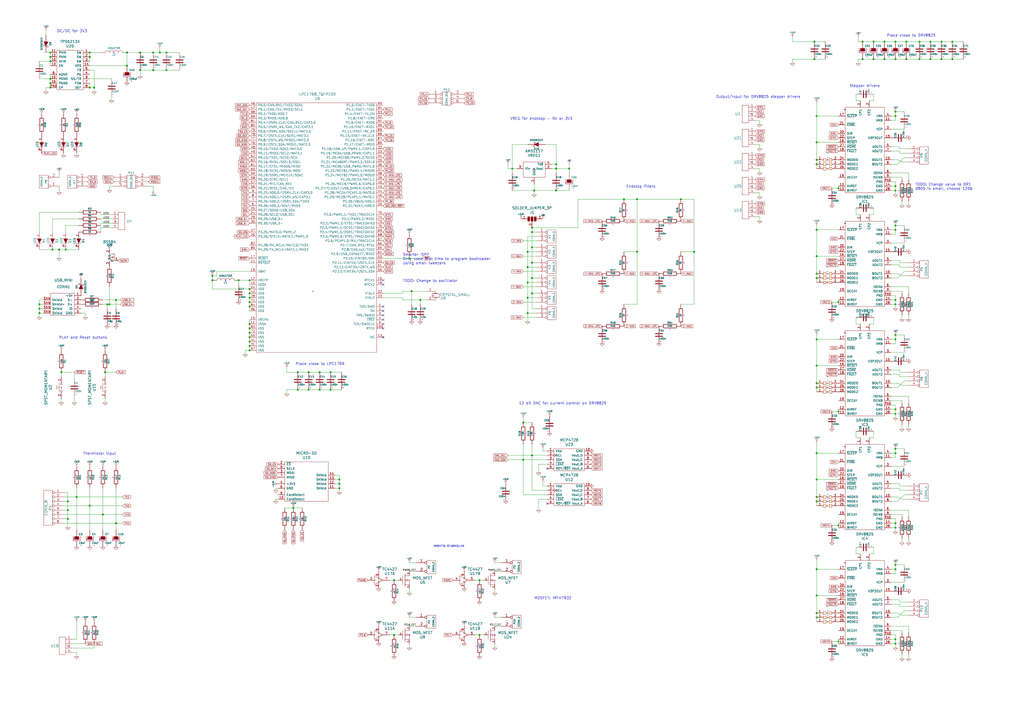
<source format=kicad_sch>
(kicad_sch (version 20230121) (generator eeschema)
  (paper "A2")
  (title_block (title "3DPCB") (date "17 jun 2015") (rev "C") (company "LercheTech"))
  (junction (at 172.72 215.9))
  (junction (at 238.76 168.91))
  (junction (at 144.78 187.96))
  (junction (at 278.13 368.3))
  (junction (at 473.71 92.71))
  (junction (at 473.71 262.89))
  (junction (at 185.42 215.9))
  (junction (at 473.71 95.25))
  (junction (at 29.21 48.26))
  (junction (at 525.78 24.13))
  (junction (at 552.45 24.13))
  (junction (at 29.21 50.8))
  (junction (at 96.52 40.64))
  (junction (at 29.21 30.48))
  (junction (at 306.07 146.05))
  (junction (at 519.43 130.81))
  (junction (at 473.71 133.35))
  (junction (at 519.43 306.07))
  (junction (at 525.78 34.29))
  (junction (at 306.07 181.61))
  (junction (at 59.69 298.45))
  (junction (at 486.41 304.8))
  (junction (at 73.66 30.48))
  (junction (at 308.61 161.29))
  (junction (at 519.43 237.49))
  (junction (at 546.1 24.13))
  (junction (at 539.75 34.29))
  (junction (at 63.5 176.53))
  (junction (at 191.77 226.06))
  (junction (at 533.4 34.29))
  (junction (at 473.71 224.79))
  (junction (at 191.77 215.9))
  (junction (at 533.4 24.13))
  (junction (at 500.38 24.13))
  (junction (at 144.78 167.64))
  (junction (at 179.07 215.9))
  (junction (at 473.71 278.13))
  (junction (at 144.78 170.18))
  (junction (at 144.78 177.8))
  (junction (at 170.18 294.64))
  (junction (at 486.41 175.26))
  (junction (at 39.37 295.91))
  (junction (at 35.56 215.9))
  (junction (at 473.71 288.29))
  (junction (at 144.78 175.26))
  (junction (at 361.95 115.57))
  (junction (at 519.43 260.35))
  (junction (at 144.78 172.72))
  (junction (at 144.78 162.56))
  (junction (at 52.07 33.02))
  (junction (at 96.52 30.48))
  (junction (at 402.59 146.05))
  (junction (at 303.53 245.11))
  (junction (at 29.21 33.02))
  (junction (at 308.61 264.16))
  (junction (at 473.71 158.75))
  (junction (at 38.1 144.78))
  (junction (at 322.58 110.49))
  (junction (at 196.85 278.13))
  (junction (at 144.78 203.2))
  (junction (at 196.85 283.21))
  (junction (at 473.71 212.09))
  (junction (at 473.71 358.14))
  (junction (at 243.84 173.99))
  (junction (at 144.78 200.66))
  (junction (at 297.18 97.79))
  (junction (at 519.43 176.53))
  (junction (at 473.71 161.29))
  (junction (at 306.07 154.94))
  (junction (at 546.1 34.29))
  (junction (at 519.43 373.38))
  (junction (at 394.97 115.57))
  (junction (at 123.19 162.56))
  (junction (at 67.31 173.99))
  (junction (at 237.49 149.86))
  (junction (at 22.86 176.53))
  (junction (at 519.43 262.89))
  (junction (at 519.43 133.35))
  (junction (at 62.23 176.53))
  (junction (at 473.71 222.25))
  (junction (at 308.61 170.18))
  (junction (at 473.71 67.31))
  (junction (at 308.61 152.4))
  (junction (at 473.71 196.85))
  (junction (at 308.61 134.62))
  (junction (at 519.43 64.77))
  (junction (at 228.6 368.3))
  (junction (at 185.42 226.06))
  (junction (at 278.13 336.55))
  (junction (at 81.28 30.48))
  (junction (at 52.07 293.37))
  (junction (at 506.73 24.13))
  (junction (at 473.71 355.6))
  (junction (at 519.43 110.49))
  (junction (at 22.86 181.61))
  (junction (at 138.43 162.56))
  (junction (at 228.6 336.55))
  (junction (at 513.08 24.13))
  (junction (at 506.73 34.29))
  (junction (at 29.21 45.72))
  (junction (at 552.45 34.29))
  (junction (at 306.07 163.83))
  (junction (at 29.21 35.56))
  (junction (at 519.43 196.85))
  (junction (at 519.43 303.53))
  (junction (at 330.2 97.79))
  (junction (at 88.9 40.64))
  (junction (at 486.41 109.22))
  (junction (at 486.41 372.11))
  (junction (at 22.86 179.07))
  (junction (at 519.43 24.13))
  (junction (at 539.75 24.13))
  (junction (at 519.43 173.99))
  (junction (at 306.07 172.72))
  (junction (at 322.58 97.79))
  (junction (at 473.71 148.59))
  (junction (at 34.29 144.78))
  (junction (at 92.71 30.48))
  (junction (at 473.71 345.44))
  (junction (at 73.66 38.1))
  (junction (at 144.78 193.04))
  (junction (at 519.43 370.84))
  (junction (at 144.78 195.58))
  (junction (at 52.07 50.8))
  (junction (at 30.48 144.78))
  (junction (at 369.57 115.57))
  (junction (at 52.07 30.48))
  (junction (at 519.43 240.03))
  (junction (at 196.85 280.67))
  (junction (at 519.43 67.31))
  (junction (at 500.38 34.29))
  (junction (at 39.37 300.99))
  (junction (at 88.9 30.48))
  (junction (at 486.41 238.76))
  (junction (at 472.44 24.13))
  (junction (at 44.45 288.29))
  (junction (at 519.43 327.66))
  (junction (at 81.28 40.64))
  (junction (at 67.31 303.53))
  (junction (at 519.43 330.2))
  (junction (at 54.61 50.8))
  (junction (at 60.96 215.9))
  (junction (at 473.71 290.83))
  (junction (at 309.88 110.49))
  (junction (at 519.43 194.31))
  (junction (at 303.53 266.7))
  (junction (at 473.71 330.2))
  (junction (at 144.78 198.12))
  (junction (at 144.78 190.5))
  (junction (at 513.08 34.29))
  (junction (at 308.61 132.08))
  (junction (at 123.19 160.02))
  (junction (at 472.44 34.29))
  (junction (at 39.37 290.83))
  (junction (at 473.71 82.55))
  (junction (at 172.72 226.06))
  (junction (at 308.61 143.51))
  (junction (at 322.58 95.25))
  (junction (at 369.57 146.05))
  (junction (at 179.07 226.06))
  (junction (at 519.43 107.95))
  (junction (at 519.43 34.29))
  (no_connect (at 317.5 292.1))
  (no_connect (at 222.25 187.96))
  (no_connect (at 222.25 182.88))
  (no_connect (at 222.25 180.34))
  (no_connect (at 222.25 177.8))
  (no_connect (at 222.25 185.42))
  (no_connect (at 222.25 162.56))
  (no_connect (at 222.25 165.1))
  (no_connect (at 222.25 195.58))
  (no_connect (at 222.25 190.5))
  (no_connect (at 317.5 271.78))
  (wire (pts (xy 497.84 34.29) (xy 500.38 34.29)))
  (wire (pts (xy 482.6 238.76) (xy 486.41 238.76)))
  (wire (pts (xy 22.86 35.56) (xy 29.21 35.56)))
  (wire (pts (xy 496.57 317.5) (xy 496.57 321.31)))
  (wire (pts (xy 473.71 67.31) (xy 473.71 82.55)))
  (wire (pts (xy 237.49 149.86) (xy 237.49 148.59)))
  (wire (pts (xy 524.51 327.66) (xy 519.43 327.66)))
  (wire (pts (xy 39.37 285.75) (xy 39.37 290.83)))
  (wire (pts (xy 52.07 48.26) (xy 52.07 50.8)))
  (wire (pts (xy 516.89 100.33) (xy 527.05 100.33)))
  (wire (pts (xy 527.05 229.87) (xy 527.05 233.68)))
  (wire (pts (xy 311.15 170.18) (xy 308.61 170.18)))
  (wire (pts (xy 39.37 290.83) (xy 39.37 295.91)))
  (wire (pts (xy 67.31 283.21) (xy 67.31 303.53)))
  (wire (pts (xy 486.41 175.26) (xy 486.41 176.53)))
  (wire (pts (xy 123.19 160.02) (xy 123.19 162.56)))
  (wire (pts (xy 516.89 87.63) (xy 521.97 87.63)))
  (wire (pts (xy 237.49 341.63) (xy 237.49 344.17)))
  (wire (pts (xy 52.07 293.37) (xy 52.07 307.34)))
  (wire (pts (xy 311.15 181.61) (xy 306.07 181.61)))
  (wire (pts (xy 312.42 289.56) (xy 312.42 295.91)))
  (wire (pts (xy 524.51 354.33) (xy 520.7 358.14)))
  (wire (pts (xy 22.86 173.99) (xy 22.86 176.53)))
  (wire (pts (xy 317.5 289.56) (xy 312.42 289.56)))
  (wire (pts (xy 308.61 152.4) (xy 308.61 161.29)))
  (wire (pts (xy 486.41 370.84) (xy 486.41 372.11)))
  (wire (pts (xy 527.05 349.25) (xy 521.97 349.25)))
  (wire (pts (xy 58.42 124.46) (xy 58.42 123.19)))
  (wire (pts (xy 237.49 149.86) (xy 245.11 149.86)))
  (wire (pts (xy 539.75 34.29) (xy 546.1 34.29)))
  (wire (pts (xy 35.56 218.44) (xy 35.56 215.9)))
  (wire (pts (xy 309.88 110.49) (xy 322.58 110.49)))
  (wire (pts (xy 519.43 194.31) (xy 519.43 196.85)))
  (wire (pts (xy 497.84 24.13) (xy 500.38 24.13)))
  (wire (pts (xy 516.89 283.21) (xy 521.97 283.21)))
  (wire (pts (xy 519.43 176.53) (xy 519.43 179.07)))
  (wire (pts (xy 521.97 214.63) (xy 516.89 214.63)))
  (wire (pts (xy 486.41 82.55) (xy 473.71 82.55)))
  (wire (pts (xy 144.78 200.66) (xy 144.78 203.2)))
  (wire (pts (xy 527.05 287.02) (xy 524.51 287.02)))
  (wire (pts (xy 524.51 270.51) (xy 516.89 270.51)))
  (wire (pts (xy 226.06 368.3) (xy 228.6 368.3)))
  (wire (pts (xy 222.25 172.72) (xy 233.68 172.72)))
  (wire (pts (xy 516.89 229.87) (xy 527.05 229.87)))
  (wire (pts (xy 308.61 161.29) (xy 308.61 170.18)))
  (wire (pts (xy 524.51 287.02) (xy 520.7 290.83)))
  (wire (pts (xy 523.24 246.38) (xy 523.24 248.92)))
  (wire (pts (xy 521.97 151.13) (xy 516.89 151.13)))
  (wire (pts (xy 519.43 237.49) (xy 519.43 240.03)))
  (wire (pts (xy 516.89 153.67) (xy 521.97 153.67)))
  (wire (pts (xy 311.15 166.37) (xy 303.53 166.37)))
  (wire (pts (xy 66.04 107.95) (xy 63.5 107.95)))
  (wire (pts (xy 241.3 363.22) (xy 237.49 363.22)))
  (wire (pts (xy 527.05 116.84) (xy 527.05 119.38)))
  (wire (pts (xy 39.37 300.99) (xy 36.83 300.99)))
  (wire (pts (xy 166.37 213.36) (xy 166.37 215.9)))
  (wire (pts (xy 473.71 95.25) (xy 473.71 97.79)))
  (wire (pts (xy 320.04 95.25) (xy 322.58 95.25)))
  (wire (pts (xy 523.24 160.02) (xy 527.05 160.02)))
  (wire (pts (xy 440.69 97.79) (xy 440.69 100.33)))
  (wire (pts (xy 402.59 115.57) (xy 402.59 146.05)))
  (wire (pts (xy 144.78 175.26) (xy 144.78 177.8)))
  (wire (pts (xy 519.43 303.53) (xy 519.43 306.07)))
  (wire (pts (xy 125.73 157.48) (xy 125.73 160.02)))
  (wire (pts (xy 303.53 257.81) (xy 303.53 266.7)))
  (wire (pts (xy 34.29 144.78) (xy 38.1 144.78)))
  (wire (pts (xy 36.83 298.45) (xy 59.69 298.45)))
  (wire (pts (xy 520.7 288.29) (xy 523.24 289.56)))
  (wire (pts (xy 67.31 173.99) (xy 67.31 179.07)))
  (wire (pts (xy 506.73 120.65) (xy 506.73 124.46)))
  (wire (pts (xy 473.71 345.44) (xy 473.71 355.6)))
  (wire (pts (xy 527.05 220.98) (xy 524.51 220.98)))
  (wire (pts (xy 500.38 24.13) (xy 506.73 24.13)))
  (wire (pts (xy 44.45 378.46) (xy 44.45 381)))
  (wire (pts (xy 524.51 130.81) (xy 519.43 130.81)))
  (wire (pts (xy 58.42 129.54) (xy 64.77 129.54)))
  (wire (pts (xy 524.51 140.97) (xy 516.89 140.97)))
  (wire (pts (xy 516.89 288.29) (xy 520.7 288.29)))
  (wire (pts (xy 45.72 123.19) (xy 22.86 123.19)))
  (wire (pts (xy 473.71 222.25) (xy 473.71 224.79)))
  (wire (pts (xy 54.61 40.64) (xy 54.61 50.8)))
  (wire (pts (xy 306.07 146.05) (xy 306.07 154.94)))
  (wire (pts (xy 52.07 283.21) (xy 52.07 293.37)))
  (wire (pts (xy 516.89 350.52) (xy 521.97 350.52)))
  (wire (pts (xy 523.24 379.73) (xy 523.24 382.27)))
  (wire (pts (xy 523.24 312.42) (xy 523.24 314.96)))
  (wire (pts (xy 506.73 54.61) (xy 506.73 58.42)))
  (wire (pts (xy 172.72 226.06) (xy 179.07 226.06)))
  (wire (pts (xy 473.71 82.55) (xy 473.71 92.71)))
  (wire (pts (xy 166.37 215.9) (xy 172.72 215.9)))
  (wire (pts (xy 39.37 295.91) (xy 36.83 295.91)))
  (wire (pts (xy 123.19 167.64) (xy 144.78 167.64)))
  (wire (pts (xy 62.23 176.53) (xy 62.23 179.07)))
  (wire (pts (xy 519.43 373.38) (xy 519.43 375.92)))
  (wire (pts (xy 506.73 321.31) (xy 504.19 321.31)))
  (wire (pts (xy 521.97 283.21) (xy 521.97 284.48)))
  (wire (pts (xy 519.43 368.3) (xy 519.43 370.84)))
  (wire (pts (xy 44.45 288.29) (xy 44.45 307.34)))
  (wire (pts (xy 52.07 50.8) (xy 54.61 50.8)))
  (wire (pts (xy 144.78 157.48) (xy 125.73 157.48)))
  (wire (pts (xy 317.5 261.62) (xy 314.96 261.62)))
  (wire (pts (xy 308.61 143.51) (xy 308.61 152.4)))
  (wire (pts (xy 459.74 34.29) (xy 472.44 34.29)))
  (wire (pts (xy 36.83 303.53) (xy 67.31 303.53)))
  (wire (pts (xy 144.78 187.96) (xy 144.78 190.5)))
  (wire (pts (xy 394.97 115.57) (xy 402.59 115.57)))
  (wire (pts (xy 44.45 288.29) (xy 71.12 288.29)))
  (wire (pts (xy 524.51 204.47) (xy 516.89 204.47)))
  (wire (pts (xy 520.7 222.25) (xy 523.24 223.52)))
  (wire (pts (xy 516.89 303.53) (xy 519.43 303.53)))
  (wire (pts (xy 473.71 358.14) (xy 473.71 360.68)))
  (wire (pts (xy 438.15 97.79) (xy 440.69 97.79)))
  (wire (pts (xy 513.08 34.29) (xy 519.43 34.29)))
  (wire (pts (xy 59.69 298.45) (xy 59.69 307.34)))
  (wire (pts (xy 516.89 232.41) (xy 523.24 232.41)))
  (wire (pts (xy 30.48 127) (xy 30.48 134.62)))
  (wire (pts (xy 59.69 176.53) (xy 62.23 176.53)))
  (wire (pts (xy 88.9 30.48) (xy 92.71 30.48)))
  (wire (pts (xy 330.2 97.79) (xy 330.2 100.33)))
  (wire (pts (xy 527.05 166.37) (xy 527.05 170.18)))
  (wire (pts (xy 62.23 176.53) (xy 63.5 176.53)))
  (wire (pts (xy 516.89 368.3) (xy 519.43 368.3)))
  (wire (pts (xy 308.61 264.16) (xy 317.5 264.16)))
  (wire (pts (xy 438.15 111.76) (xy 440.69 111.76)))
  (wire (pts (xy 25.4 176.53) (xy 22.86 176.53)))
  (wire (pts (xy 43.18 215.9) (xy 43.18 219.71)))
  (wire (pts (xy 303.53 266.7) (xy 317.5 266.7)))
  (wire (pts (xy 527.05 152.4) (xy 521.97 152.4)))
  (wire (pts (xy 519.43 234.95) (xy 519.43 237.49)))
  (wire (pts (xy 524.51 220.98) (xy 520.7 224.79)))
  (wire (pts (xy 160.02 283.21) (xy 160.02 284.48)))
  (wire (pts (xy 52.07 33.02) (xy 52.07 35.56)))
  (wire (pts (xy 519.43 373.38) (xy 516.89 373.38)))
  (wire (pts (xy 516.89 158.75) (xy 520.7 158.75)))
  (wire (pts (xy 525.78 24.13) (xy 533.4 24.13)))
  (wire (pts (xy 527.05 157.48) (xy 524.51 157.48)))
  (wire (pts (xy 516.89 295.91) (xy 527.05 295.91)))
  (wire (pts (xy 144.78 170.18) (xy 144.78 172.72)))
  (wire (pts (xy 160.02 289.56) (xy 160.02 290.83)))
  (wire (pts (xy 527.05 379.73) (xy 527.05 382.27)))
  (wire (pts (xy 196.85 283.21) (xy 196.85 285.75)))
  (wire (pts (xy 521.97 86.36) (xy 521.97 85.09)))
  (wire (pts (xy 60.96 231.14) (xy 60.96 233.68)))
  (wire (pts (xy 311.15 172.72) (xy 306.07 172.72)))
  (wire (pts (xy 241.3 331.47) (xy 237.49 331.47)))
  (wire (pts (xy 237.49 326.39) (xy 241.3 326.39)))
  (wire (pts (xy 63.5 107.95) (xy 63.5 110.49)))
  (wire (pts (xy 539.75 24.13) (xy 546.1 24.13)))
  (wire (pts (xy 524.51 91.44) (xy 520.7 95.25)))
  (wire (pts (xy 191.77 215.9) (xy 198.12 215.9)))
  (wire (pts (xy 52.07 30.48) (xy 52.07 33.02)))
  (wire (pts (xy 486.41 345.44) (xy 473.71 345.44)))
  (wire (pts (xy 243.84 173.99) (xy 243.84 176.53)))
  (wire (pts (xy 516.89 217.17) (xy 521.97 217.17)))
  (wire (pts (xy 486.41 237.49) (xy 486.41 238.76)))
  (wire (pts (xy 308.61 264.16) (xy 308.61 284.48)))
  (wire (pts (xy 486.41 212.09) (xy 473.71 212.09)))
  (wire (pts (xy 317.5 269.24) (xy 312.42 269.24)))
  (wire (pts (xy 506.73 24.13) (xy 513.08 24.13)))
  (wire (pts (xy 527.05 354.33) (xy 524.51 354.33)))
  (wire (pts (xy 520.7 95.25) (xy 516.89 95.25)))
  (wire (pts (xy 308.61 257.81) (xy 308.61 264.16)))
  (wire (pts (xy 486.41 304.8) (xy 486.41 306.07)))
  (wire (pts (xy 322.58 97.79) (xy 322.58 100.33)))
  (wire (pts (xy 92.71 30.48) (xy 96.52 30.48)))
  (wire (pts (xy 60.96 215.9) (xy 60.96 218.44)))
  (wire (pts (xy 519.43 176.53) (xy 516.89 176.53)))
  (wire (pts (xy 506.73 187.96) (xy 504.19 187.96)))
  (wire (pts (xy 311.15 134.62) (xy 308.61 134.62)))
  (wire (pts (xy 369.57 115.57) (xy 394.97 115.57)))
  (wire (pts (xy 473.71 288.29) (xy 473.71 290.83)))
  (wire (pts (xy 521.97 218.44) (xy 527.05 218.44)))
  (wire (pts (xy 516.89 133.35) (xy 519.43 133.35)))
  (wire (pts (xy 473.71 278.13) (xy 473.71 288.29)))
  (wire (pts (xy 308.61 170.18) (xy 308.61 179.07)))
  (wire (pts (xy 170.18 294.64) (xy 175.26 294.64)))
  (wire (pts (xy 297.18 83.82) (xy 297.18 97.79)))
  (wire (pts (xy 521.97 347.98) (xy 516.89 347.98)))
  (wire (pts (xy 440.69 111.76) (xy 440.69 114.3)))
  (wire (pts (xy 516.89 365.76) (xy 523.24 365.76)))
  (wire (pts (xy 519.43 67.31) (xy 519.43 69.85)))
  (wire (pts (xy 500.38 34.29) (xy 506.73 34.29)))
  (wire (pts (xy 290.83 358.14) (xy 287.02 358.14)))
  (wire (pts (xy 142.24 203.2) (xy 142.24 205.74)))
  (wire (pts (xy 54.61 375.92) (xy 54.61 373.38)))
  (wire (pts (xy 194.31 278.13) (xy 196.85 278.13)))
  (wire (pts (xy 496.57 321.31) (xy 499.11 321.31)))
  (wire (pts (xy 314.96 261.62) (xy 314.96 260.35)))
  (wire (pts (xy 81.28 30.48) (xy 88.9 30.48)))
  (wire (pts (xy 516.89 298.45) (xy 523.24 298.45)))
  (wire (pts (xy 226.06 336.55) (xy 228.6 336.55)))
  (wire (pts (xy 482.6 372.11) (xy 486.41 372.11)))
  (wire (pts (xy 144.78 167.64) (xy 144.78 170.18)))
  (wire (pts (xy 63.5 176.53) (xy 69.85 176.53)))
  (wire (pts (xy 44.45 283.21) (xy 44.45 288.29)))
  (wire (pts (xy 275.59 368.3) (xy 278.13 368.3)))
  (wire (pts (xy 278.13 336.55) (xy 280.67 336.55)))
  (wire (pts (xy 527.05 215.9) (xy 521.97 215.9)))
  (wire (pts (xy 144.78 203.2) (xy 142.24 203.2)))
  (wire (pts (xy 546.1 34.29) (xy 552.45 34.29)))
  (wire (pts (xy 519.43 306.07) (xy 519.43 308.61)))
  (wire (pts (xy 165.1 294.64) (xy 170.18 294.64)))
  (wire (pts (xy 524.51 337.82) (xy 516.89 337.82)))
  (wire (pts (xy 519.43 327.66) (xy 519.43 330.2)))
  (wire (pts (xy 521.97 87.63) (xy 521.97 88.9)))
  (wire (pts (xy 523.24 232.41) (xy 523.24 233.68)))
  (wire (pts (xy 519.43 107.95) (xy 519.43 110.49)))
  (wire (pts (xy 303.53 242.57) (xy 303.53 245.11)))
  (wire (pts (xy 521.97 284.48) (xy 527.05 284.48)))
  (wire (pts (xy 519.43 262.89) (xy 519.43 265.43)))
  (wire (pts (xy 322.58 110.49) (xy 330.2 110.49)))
  (wire (pts (xy 473.71 194.31) (xy 473.71 196.85)))
  (wire (pts (xy 369.57 115.57) (xy 369.57 146.05)))
  (wire (pts (xy 473.71 133.35) (xy 473.71 148.59)))
  (wire (pts (xy 316.23 83.82) (xy 322.58 83.82)))
  (wire (pts (xy 472.44 24.13) (xy 478.79 24.13)))
  (wire (pts (xy 308.61 284.48) (xy 317.5 284.48)))
  (wire (pts (xy 30.48 144.78) (xy 34.29 144.78)))
  (wire (pts (xy 92.71 27.94) (xy 92.71 30.48)))
  (wire (pts (xy 516.89 300.99) (xy 519.43 300.99)))
  (wire (pts (xy 438.15 83.82) (xy 440.69 83.82)))
  (wire (pts (xy 516.89 105.41) (xy 519.43 105.41)))
  (wire (pts (xy 497.84 24.13) (xy 497.84 21.59)))
  (wire (pts (xy 519.43 306.07) (xy 516.89 306.07)))
  (wire (pts (xy 67.31 303.53) (xy 67.31 307.34)))
  (wire (pts (xy 516.89 168.91) (xy 523.24 168.91)))
  (wire (pts (xy 486.41 107.95) (xy 486.41 109.22)))
  (wire (pts (xy 294.64 264.16) (xy 308.61 264.16)))
  (wire (pts (xy 459.74 24.13) (xy 472.44 24.13)))
  (wire (pts (xy 25.4 173.99) (xy 22.86 173.99)))
  (wire (pts (xy 144.78 198.12) (xy 144.78 200.66)))
  (wire (pts (xy 34.29 107.95) (xy 34.29 111.76)))
  (wire (pts (xy 516.89 166.37) (xy 527.05 166.37)))
  (wire (pts (xy 196.85 275.59) (xy 196.85 278.13)))
  (wire (pts (xy 506.73 58.42) (xy 504.19 58.42)))
  (wire (pts (xy 496.57 54.61) (xy 496.57 58.42)))
  (wire (pts (xy 361.95 115.57) (xy 369.57 115.57)))
  (wire (pts (xy 335.28 132.08) (xy 335.28 115.57)))
  (wire (pts (xy 473.71 290.83) (xy 473.71 293.37)))
  (wire (pts (xy 322.58 95.25) (xy 322.58 97.79)))
  (wire (pts (xy 472.44 34.29) (xy 478.79 34.29)))
  (wire (pts (xy 516.89 237.49) (xy 519.43 237.49)))
  (wire (pts (xy 523.24 168.91) (xy 523.24 170.18)))
  (wire (pts (xy 521.97 88.9) (xy 527.05 88.9)))
  (wire (pts (xy 473.71 130.81) (xy 473.71 133.35)))
  (wire (pts (xy 36.83 293.37) (xy 52.07 293.37)))
  (wire (pts (xy 222.25 149.86) (xy 237.49 149.86)))
  (wire (pts (xy 161.29 283.21) (xy 160.02 283.21)))
  (wire (pts (xy 527.05 281.94) (xy 521.97 281.94)))
  (wire (pts (xy 238.76 168.91) (xy 238.76 176.53)))
  (wire (pts (xy 311.15 152.4) (xy 308.61 152.4)))
  (wire (pts (xy 516.89 363.22) (xy 527.05 363.22)))
  (wire (pts (xy 440.69 69.85) (xy 440.69 72.39)))
  (wire (pts (xy 81.28 40.64) (xy 81.28 44.45)))
  (wire (pts (xy 519.43 173.99) (xy 519.43 176.53)))
  (wire (pts (xy 46.99 181.61) (xy 49.53 181.61)))
  (wire (pts (xy 311.15 146.05) (xy 306.07 146.05)))
  (wire (pts (xy 523.24 116.84) (xy 523.24 119.38)))
  (wire (pts (xy 44.45 88.9) (xy 44.45 90.17)))
  (wire (pts (xy 49.53 181.61) (xy 49.53 184.15)))
  (wire (pts (xy 523.24 182.88) (xy 523.24 185.42)))
  (wire (pts (xy 311.15 184.15) (xy 303.53 184.15)))
  (wire (pts (xy 166.37 226.06) (xy 172.72 226.06)))
  (wire (pts (xy 524.51 194.31) (xy 519.43 194.31)))
  (wire (pts (xy 521.97 215.9) (xy 521.97 214.63)))
  (wire (pts (xy 233.68 168.91) (xy 238.76 168.91)))
  (wire (pts (xy 58.42 130.81) (xy 58.42 129.54)))
  (wire (pts (xy 58.42 132.08) (xy 58.42 134.62)))
  (wire (pts (xy 521.97 154.94) (xy 527.05 154.94)))
  (wire (pts (xy 303.53 287.02) (xy 317.5 287.02)))
  (wire (pts (xy 440.69 83.82) (xy 440.69 86.36)))
  (wire (pts (xy 519.43 133.35) (xy 519.43 135.89)))
  (wire (pts (xy 496.57 250.19) (xy 496.57 254)))
  (wire (pts (xy 29.21 33.02) (xy 29.21 35.56)))
  (wire (pts (xy 34.29 149.86) (xy 34.29 144.78)))
  (wire (pts (xy 41.91 375.92) (xy 54.61 375.92)))
  (wire (pts (xy 179.07 226.06) (xy 185.42 226.06)))
  (wire (pts (xy 486.41 278.13) (xy 473.71 278.13)))
  (wire (pts (xy 533.4 24.13) (xy 539.75 24.13)))
  (wire (pts (xy 473.71 196.85) (xy 473.71 212.09)))
  (wire (pts (xy 440.69 125.73) (xy 440.69 128.27)))
  (wire (pts (xy 294.64 95.25) (xy 294.64 97.79)))
  (wire (pts (xy 521.97 351.79) (xy 527.05 351.79)))
  (wire (pts (xy 513.08 24.13) (xy 519.43 24.13)))
  (wire (pts (xy 527.05 86.36) (xy 521.97 86.36)))
  (wire (pts (xy 369.57 176.53) (xy 361.95 176.53)))
  (wire (pts (xy 552.45 34.29) (xy 558.8 34.29)))
  (wire (pts (xy 96.52 30.48) (xy 104.14 30.48)))
  (wire (pts (xy 527.05 363.22) (xy 527.05 367.03)))
  (wire (pts (xy 306.07 137.16) (xy 306.07 146.05)))
  (wire (pts (xy 533.4 34.29) (xy 539.75 34.29)))
  (wire (pts (xy 311.15 137.16) (xy 306.07 137.16)))
  (wire (pts (xy 287.02 373.38) (xy 287.02 375.92)))
  (wire (pts (xy 144.78 165.1) (xy 144.78 162.56)))
  (wire (pts (xy 519.43 64.77) (xy 519.43 67.31)))
  (wire (pts (xy 290.83 326.39) (xy 287.02 326.39)))
  (wire (pts (xy 308.61 132.08) (xy 335.28 132.08)))
  (wire (pts (xy 287.02 331.47) (xy 290.83 331.47)))
  (wire (pts (xy 35.56 231.14) (xy 35.56 233.68)))
  (wire (pts (xy 459.74 24.13) (xy 459.74 21.59)))
  (wire (pts (xy 308.61 134.62) (xy 308.61 143.51)))
  (wire (pts (xy 34.29 100.33) (xy 34.29 102.87)))
  (wire (pts (xy 36.83 88.9) (xy 36.83 90.17)))
  (wire (pts (xy 473.71 161.29) (xy 473.71 163.83)))
  (wire (pts (xy 519.43 69.85) (xy 516.89 69.85)))
  (wire (pts (xy 473.71 148.59) (xy 473.71 158.75)))
  (wire (pts (xy 45.72 127) (xy 30.48 127)))
  (wire (pts (xy 309.88 110.49) (xy 309.88 113.03)))
  (wire (pts (xy 222.25 170.18) (xy 233.68 170.18)))
  (wire (pts (xy 311.15 163.83) (xy 306.07 163.83)))
  (wire (pts (xy 312.42 269.24) (xy 312.42 274.32)))
  (wire (pts (xy 52.07 40.64) (xy 54.61 40.64)))
  (wire (pts (xy 22.86 181.61) (xy 22.86 184.15)))
  (wire (pts (xy 516.89 171.45) (xy 519.43 171.45)))
  (wire (pts (xy 228.6 368.3) (xy 231.14 368.3)))
  (wire (pts (xy 521.97 350.52) (xy 521.97 351.79)))
  (wire (pts (xy 523.24 365.76) (xy 523.24 367.03)))
  (wire (pts (xy 64.77 55.88) (xy 64.77 58.42)))
  (wire (pts (xy 35.56 215.9) (xy 43.18 215.9)))
  (wire (pts (xy 402.59 146.05) (xy 402.59 176.53)))
  (wire (pts (xy 520.7 158.75) (xy 523.24 160.02)))
  (wire (pts (xy 482.6 109.22) (xy 486.41 109.22)))
  (wire (pts (xy 473.71 256.54) (xy 473.71 262.89)))
  (wire (pts (xy 482.6 304.8) (xy 486.41 304.8)))
  (wire (pts (xy 506.73 254) (xy 504.19 254)))
  (wire (pts (xy 43.18 229.87) (xy 43.18 233.68)))
  (wire (pts (xy 22.86 176.53) (xy 22.86 179.07)))
  (wire (pts (xy 473.71 224.79) (xy 473.71 227.33)))
  (wire (pts (xy 459.74 34.29) (xy 459.74 36.83)))
  (wire (pts (xy 311.15 148.59) (xy 303.53 148.59)))
  (wire (pts (xy 473.71 262.89) (xy 473.71 278.13)))
  (wire (pts (xy 473.71 158.75) (xy 473.71 161.29)))
  (wire (pts (xy 179.07 215.9) (xy 185.42 215.9)))
  (wire (pts (xy 521.97 217.17) (xy 521.97 218.44)))
  (wire (pts (xy 519.43 260.35) (xy 519.43 262.89)))
  (wire (pts (xy 394.97 146.05) (xy 402.59 146.05)))
  (wire (pts (xy 516.89 102.87) (xy 523.24 102.87)))
  (wire (pts (xy 144.78 172.72) (xy 144.78 175.26)))
  (wire (pts (xy 496.57 184.15) (xy 496.57 187.96)))
  (wire (pts (xy 473.71 325.12) (xy 473.71 330.2)))
  (wire (pts (xy 294.64 97.79) (xy 297.18 97.79)))
  (wire (pts (xy 287.02 341.63) (xy 287.02 344.17)))
  (wire (pts (xy 527.05 312.42) (xy 527.05 314.96)))
  (wire (pts (xy 290.83 363.22) (xy 287.02 363.22)))
  (wire (pts (xy 191.77 226.06) (xy 198.12 226.06)))
  (wire (pts (xy 438.15 69.85) (xy 440.69 69.85)))
  (wire (pts (xy 22.86 45.72) (xy 29.21 45.72)))
  (wire (pts (xy 29.21 48.26) (xy 29.21 50.8)))
  (wire (pts (xy 516.89 370.84) (xy 519.43 370.84)))
  (wire (pts (xy 520.7 92.71) (xy 523.24 93.98)))
  (wire (pts (xy 521.97 349.25) (xy 521.97 347.98)))
  (wire (pts (xy 67.31 303.53) (xy 71.12 303.53)))
  (wire (pts (xy 486.41 109.22) (xy 486.41 110.49)))
  (wire (pts (xy 144.78 193.04) (xy 144.78 195.58)))
  (wire (pts (xy 523.24 93.98) (xy 527.05 93.98)))
  (wire (pts (xy 303.53 266.7) (xy 303.53 287.02)))
  (wire (pts (xy 520.7 290.83) (xy 516.89 290.83)))
  (wire (pts (xy 486.41 173.99) (xy 486.41 175.26)))
  (wire (pts (xy 194.31 275.59) (xy 196.85 275.59)))
  (wire (pts (xy 294.64 266.7) (xy 303.53 266.7)))
  (wire (pts (xy 275.59 336.55) (xy 278.13 336.55)))
  (wire (pts (xy 311.15 154.94) (xy 306.07 154.94)))
  (wire (pts (xy 519.43 265.43) (xy 516.89 265.43)))
  (wire (pts (xy 96.52 40.64) (xy 104.14 40.64)))
  (wire (pts (xy 516.89 355.6) (xy 520.7 355.6)))
  (wire (pts (xy 44.45 370.84) (xy 44.45 360.68)))
  (wire (pts (xy 29.21 30.48) (xy 29.21 33.02)))
  (wire (pts (xy 29.21 50.8) (xy 26.67 50.8)))
  (wire (pts (xy 523.24 102.87) (xy 523.24 104.14)))
  (wire (pts (xy 519.43 171.45) (xy 519.43 173.99)))
  (wire (pts (xy 402.59 176.53) (xy 394.97 176.53)))
  (wire (pts (xy 519.43 300.99) (xy 519.43 303.53)))
  (wire (pts (xy 523.24 289.56) (xy 527.05 289.56)))
  (wire (pts (xy 196.85 278.13) (xy 196.85 280.67)))
  (wire (pts (xy 36.83 285.75) (xy 39.37 285.75)))
  (wire (pts (xy 496.57 124.46) (xy 499.11 124.46)))
  (wire (pts (xy 306.07 181.61) (xy 306.07 186.69)))
  (wire (pts (xy 41.91 370.84) (xy 44.45 370.84)))
  (wire (pts (xy 524.51 74.93) (xy 516.89 74.93)))
  (wire (pts (xy 524.51 157.48) (xy 520.7 161.29)))
  (wire (pts (xy 41.91 378.46) (xy 44.45 378.46)))
  (wire (pts (xy 521.97 280.67) (xy 516.89 280.67)))
  (wire (pts (xy 523.24 356.87) (xy 527.05 356.87)))
  (wire (pts (xy 473.71 355.6) (xy 473.71 358.14)))
  (wire (pts (xy 297.18 97.79) (xy 297.18 100.33)))
  (wire (pts (xy 311.15 143.51) (xy 308.61 143.51)))
  (wire (pts (xy 278.13 368.3) (xy 280.67 368.3)))
  (wire (pts (xy 473.71 330.2) (xy 473.71 345.44)))
  (wire (pts (xy 26.67 50.8) (xy 26.67 53.34)))
  (wire (pts (xy 311.15 157.48) (xy 303.53 157.48)))
  (wire (pts (xy 52.07 30.48) (xy 58.42 30.48)))
  (wire (pts (xy 519.43 110.49) (xy 519.43 113.03)))
  (wire (pts (xy 39.37 295.91) (xy 39.37 300.99)))
  (wire (pts (xy 516.89 196.85) (xy 519.43 196.85)))
  (wire (pts (xy 52.07 293.37) (xy 71.12 293.37)))
  (wire (pts (xy 228.6 336.55) (xy 231.14 336.55)))
  (wire (pts (xy 552.45 24.13) (xy 558.8 24.13)))
  (wire (pts (xy 233.68 173.99) (xy 243.84 173.99)))
  (wire (pts (xy 185.42 226.06) (xy 191.77 226.06)))
  (wire (pts (xy 73.66 30.48) (xy 81.28 30.48)))
  (wire (pts (xy 482.6 175.26) (xy 486.41 175.26)))
  (wire (pts (xy 506.73 184.15) (xy 506.73 187.96)))
  (wire (pts (xy 237.49 373.38) (xy 237.49 375.92)))
  (wire (pts (xy 73.66 38.1) (xy 73.66 30.48)))
  (wire (pts (xy 63.5 166.37) (xy 63.5 176.53)))
  (wire (pts (xy 486.41 238.76) (xy 486.41 240.03)))
  (wire (pts (xy 36.83 290.83) (xy 39.37 290.83)))
  (wire (pts (xy 22.86 123.19) (xy 22.86 134.62)))
  (wire (pts (xy 519.43 24.13) (xy 525.78 24.13)))
  (wire (pts (xy 496.57 58.42) (xy 499.11 58.42)))
  (wire (pts (xy 64.77 132.08) (xy 58.42 132.08)))
  (wire (pts (xy 144.78 195.58) (xy 144.78 198.12)))
  (wire (pts (xy 506.73 317.5) (xy 506.73 321.31)))
  (wire (pts (xy 519.43 330.2) (xy 519.43 332.74)))
  (wire (pts (xy 88.9 40.64) (xy 96.52 40.64)))
  (wire (pts (xy 138.43 162.56) (xy 138.43 165.1)))
  (wire (pts (xy 473.71 92.71) (xy 473.71 95.25)))
  (wire (pts (xy 67.31 215.9) (xy 60.96 215.9)))
  (wire (pts (xy 486.41 262.89) (xy 473.71 262.89)))
  (wire (pts (xy 519.43 196.85) (xy 519.43 199.39)))
  (wire (pts (xy 52.07 38.1) (xy 73.66 38.1)))
  (wire (pts (xy 519.43 135.89) (xy 516.89 135.89)))
  (wire (pts (xy 516.89 107.95) (xy 519.43 107.95)))
  (wire (pts (xy 314.96 281.94) (xy 314.96 279.4)))
  (wire (pts (xy 317.5 281.94) (xy 314.96 281.94)))
  (wire (pts (xy 525.78 34.29) (xy 533.4 34.29)))
  (wire (pts (xy 26.67 17.78) (xy 26.67 20.32)))
  (wire (pts (xy 64.77 124.46) (xy 58.42 124.46)))
  (wire (pts (xy 322.58 83.82) (xy 322.58 95.25)))
  (wire (pts (xy 59.69 298.45) (xy 71.12 298.45)))
  (wire (pts (xy 172.72 215.9) (xy 179.07 215.9)))
  (wire (pts (xy 335.28 115.57) (xy 361.95 115.57)))
  (wire (pts (xy 361.95 146.05) (xy 369.57 146.05)))
  (wire (pts (xy 486.41 67.31) (xy 473.71 67.31)))
  (wire (pts (xy 58.42 127) (xy 64.77 127)))
  (wire (pts (xy 88.9 107.95) (xy 88.9 110.49)))
  (wire (pts (xy 238.76 168.91) (xy 247.65 168.91)))
  (wire (pts (xy 496.57 187.96) (xy 499.11 187.96)))
  (wire (pts (xy 369.57 146.05) (xy 369.57 176.53)))
  (wire (pts (xy 519.43 240.03) (xy 516.89 240.03)))
  (wire (pts (xy 497.84 36.83) (xy 497.84 34.29)))
  (wire (pts (xy 306.07 83.82) (xy 297.18 83.82)))
  (wire (pts (xy 59.69 283.21) (xy 59.69 298.45)))
  (wire (pts (xy 520.7 161.29) (xy 516.89 161.29)))
  (wire (pts (xy 506.73 124.46) (xy 504.19 124.46)))
  (wire (pts (xy 233.68 170.18) (xy 233.68 168.91)))
  (wire (pts (xy 519.43 110.49) (xy 516.89 110.49)))
  (wire (pts (xy 527.05 91.44) (xy 524.51 91.44)))
  (wire (pts (xy 243.84 173.99) (xy 247.65 173.99)))
  (wire (pts (xy 330.2 95.25) (xy 330.2 97.79)))
  (wire (pts (xy 67.31 173.99) (xy 69.85 173.99)))
  (wire (pts (xy 523.24 223.52) (xy 527.05 223.52)))
  (wire (pts (xy 29.21 43.18) (xy 29.21 45.72)))
  (wire (pts (xy 297.18 97.79) (xy 299.72 97.79)))
  (wire (pts (xy 516.89 67.31) (xy 519.43 67.31)))
  (wire (pts (xy 527.05 100.33) (xy 527.05 104.14)))
  (wire (pts (xy 161.29 289.56) (xy 160.02 289.56)))
  (wire (pts (xy 520.7 355.6) (xy 523.24 356.87)))
  (wire (pts (xy 486.41 196.85) (xy 473.71 196.85)))
  (wire (pts (xy 233.68 172.72) (xy 233.68 173.99)))
  (wire (pts (xy 144.78 177.8) (xy 144.78 180.34)))
  (wire (pts (xy 306.07 154.94) (xy 306.07 163.83)))
  (wire (pts (xy 196.85 280.67) (xy 196.85 283.21)))
  (wire (pts (xy 519.43 34.29) (xy 525.78 34.29)))
  (wire (pts (xy 29.21 45.72) (xy 29.21 48.26)))
  (wire (pts (xy 311.15 175.26) (xy 303.53 175.26)))
  (wire (pts (xy 520.7 224.79) (xy 516.89 224.79)))
  (wire (pts (xy 303.53 245.11) (xy 308.61 245.11)))
  (wire (pts (xy 527.05 182.88) (xy 527.05 185.42)))
  (wire (pts (xy 519.43 105.41) (xy 519.43 107.95)))
  (wire (pts (xy 506.73 250.19) (xy 506.73 254)))
  (wire (pts (xy 41.91 373.38) (xy 49.53 373.38)))
  (wire (pts (xy 473.71 133.35) (xy 486.41 133.35)))
  (wire (pts (xy 144.78 162.56) (xy 138.43 162.56)))
  (wire (pts (xy 486.41 148.59) (xy 473.71 148.59)))
  (wire (pts (xy 29.21 30.48) (xy 26.67 30.48)))
  (wire (pts (xy 308.61 179.07) (xy 311.15 179.07)))
  (wire (pts (xy 144.78 185.42) (xy 144.78 187.96)))
  (wire (pts (xy 81.28 40.64) (xy 88.9 40.64)))
  (wire (pts (xy 527.05 295.91) (xy 527.05 299.72)))
  (wire (pts (xy 519.43 370.84) (xy 519.43 373.38)))
  (wire (pts (xy 196.85 283.21) (xy 194.31 283.21)))
  (wire (pts (xy 297.18 110.49) (xy 309.88 110.49)))
  (wire (pts (xy 521.97 85.09) (xy 516.89 85.09)))
  (wire (pts (xy 309.88 106.68) (xy 309.88 110.49)))
  (wire (pts (xy 516.89 222.25) (xy 520.7 222.25)))
  (wire (pts (xy 125.73 160.02) (xy 123.19 160.02)))
  (wire (pts (xy 486.41 372.11) (xy 486.41 373.38)))
  (wire (pts (xy 241.3 358.14) (xy 237.49 358.14)))
  (wire (pts (xy 54.61 50.8) (xy 54.61 53.34)))
  (wire (pts (xy 38.1 130.81) (xy 38.1 134.62)))
  (wire (pts (xy 25.4 179.07) (xy 22.86 179.07)))
  (wire (pts (xy 524.51 64.77) (xy 519.43 64.77)))
  (wire (pts (xy 166.37 226.06) (xy 166.37 228.6)))
  (wire (pts (xy 144.78 190.5) (xy 144.78 193.04)))
  (wire (pts (xy 52.07 45.72) (xy 64.77 45.72)))
  (wire (pts (xy 311.15 139.7) (xy 303.53 139.7)))
  (wire (pts (xy 527.05 246.38) (xy 527.05 248.92)))
  (wire (pts (xy 36.83 288.29) (xy 44.45 288.29)))
  (wire (pts (xy 473.71 212.09) (xy 473.71 222.25)))
  (wire (pts (xy 38.1 144.78) (xy 45.72 144.78)))
  (wire (pts (xy 86.36 107.95) (xy 88.9 107.95)))
  (wire (pts (xy 22.86 144.78) (xy 30.48 144.78)))
  (wire (pts (xy 516.89 234.95) (xy 519.43 234.95)))
  (wire (pts (xy 438.15 125.73) (xy 440.69 125.73)))
  (wire (pts (xy 306.07 172.72) (xy 306.07 181.61)))
  (wire (pts (xy 496.57 120.65) (xy 496.57 124.46)))
  (wire (pts (xy 486.41 330.2) (xy 473.71 330.2)))
  (wire (pts (xy 519.43 240.03) (xy 519.43 242.57)))
  (wire (pts (xy 59.69 173.99) (xy 67.31 173.99)))
  (wire (pts (xy 22.86 181.61) (xy 25.4 181.61)))
  (wire (pts (xy 521.97 153.67) (xy 521.97 154.94)))
  (wire (pts (xy 22.86 179.07) (xy 22.86 181.61)))
  (wire (pts (xy 519.43 130.81) (xy 519.43 133.35)))
  (wire (pts (xy 320.04 97.79) (xy 322.58 97.79)))
  (wire (pts (xy 39.37 300.99) (xy 39.37 306.07)))
  (wire (pts (xy 521.97 281.94) (xy 521.97 280.67)))
  (wire (pts (xy 45.72 130.81) (xy 38.1 130.81)))
  (wire (pts (xy 524.51 260.35) (xy 519.43 260.35)))
  (wire (pts (xy 516.89 92.71) (xy 520.7 92.71)))
  (wire (pts (xy 308.61 132.08) (xy 308.61 134.62)))
  (wire (pts (xy 311.15 161.29) (xy 308.61 161.29)))
  (wire (pts (xy 185.42 215.9) (xy 191.77 215.9)))
  (wire (pts (xy 516.89 330.2) (xy 519.43 330.2)))
  (wire (pts (xy 486.41 303.53) (xy 486.41 304.8)))
  (wire (pts (xy 506.73 34.29) (xy 513.08 34.29)))
  (wire (pts (xy 194.31 280.67) (xy 196.85 280.67)))
  (wire (pts (xy 523.24 298.45) (xy 523.24 299.72)))
  (wire (pts (xy 520.7 358.14) (xy 516.89 358.14)))
  (wire (pts (xy 521.97 152.4) (xy 521.97 151.13)))
  (wire (pts (xy 306.07 163.83) (xy 306.07 172.72)))
  (wire (pts (xy 516.89 173.99) (xy 519.43 173.99)))
  (wire (pts (xy 496.57 254) (xy 499.11 254)))
  (wire (pts (xy 322.58 97.79) (xy 330.2 97.79)))
  (wire (pts (xy 473.71 59.69) (xy 473.71 67.31)))
  (wire (pts (xy 516.89 262.89) (xy 519.43 262.89)))
  (wire (pts (xy 29.21 35.56) (xy 29.21 38.1)))
  (wire (pts (xy 123.19 162.56) (xy 123.19 167.64)))
  (wire (pts (xy 519.43 199.39) (xy 516.89 199.39)))
  (wire (pts (xy 546.1 24.13) (xy 552.45 24.13)))
  (wire (pts (xy 519.43 332.74) (xy 516.89 332.74)))
  (text "VREG for endstop - 5V or 3V3" (at 295.91 69.85 0) (effects (font (size 1.524 1.524)) (justify left bottom)))
  (text "TODO: Change value to 0R1\n0805 is small, choose 1206" (at 530.86 110.49 0) (effects (font (size 1.524 1.524)) (justify left bottom)))
  (text "Stepper drivers" (at 492.76 50.8 0) (effects (font (size 1.524 1.524)) (justify left bottom)))
  (text "Smarter ISP? \nOnly used first time to program bootloader\nUsing small tweezers" (at 233.68 153.67 0) (effects (font (size 1.524 1.524)) (justify left bottom)))
  (text "Output/Input for DRV8825 stepper drivers" (at 415.29 57.15 0) (effects (font (size 1.524 1.524)) (justify left bottom)))
  (text "Thermistor input" (at 48.26 264.16 0) (effects (font (size 1.524 1.524)) (justify left bottom)))
  (text "Place close to DRV8825" (at 514.35 21.59 0) (effects (font (size 1.524 1.524)) (justify left bottom)))
  (text "DC/DC for 3V3" (at 33.02 19.05 0) (effects (font (size 1.524 1.524)) (justify left bottom)))
  (text "12 bit DAC for current control on DRV8825" (at 300.99 234.95 0) (effects (font (size 1.524 1.524)) (justify left bottom)))
  (text "PLAY and Reset buttons" (at 34.29 196.85 0) (effects (font (size 1.524 1.524)) (justify left bottom)))
  (text "MOSFET: IRFH7932" (at 309.88 347.98 0) (effects (font (size 1.524 1.524)) (justify left bottom)))
  (text "Endstop filters" (at 363.22 109.22 0) (effects (font (size 1.524 1.524)) (justify left bottom)))
  (text "TODO: Change to oscillator\n " (at 233.68 166.37 0) (effects (font (size 1.524 1.524)) (justify left bottom)))
  (text "Place close to LPC1769" (at 171.45 212.09 0) (effects (font (size 1.524 1.524)) (justify left bottom)))
  (text "MOSFETS: STL60N3LLH5" (at 251.46 317.5 0) (effects (font (size 0.9906 0.9906)) (justify left bottom)))
  (label "LED3" (at 59.69 129.54 0) (effects (font (size 0.9906 0.9906))))
  (label "P2.7_FET" (at 290.83 363.22 180) (effects (font (size 0.9906 0.9906))))
  (label "PWM0_FET" (at 241.3 331.47 180) (effects (font (size 0.9906 0.9906))))
  (label "PWM1_FET" (at 290.83 331.47 180) (effects (font (size 0.9906 0.9906))))
  (label "LED2" (at 59.69 127 0) (effects (font (size 0.9906 0.9906))))
  (label "LED4" (at 59.69 132.08 0) (effects (font (size 0.9906 0.9906))))
  (label "LED1" (at 59.69 124.46 0) (effects (font (size 0.9906 0.9906))))
  (label "P2.6_FET" (at 241.3 363.22 180) (effects (font (size 0.9906 0.9906))))
  (global_label "SD_CS" (shape input) (at 175.26 307.34 270) (effects (font (size 0.9906 0.9906))) (property "Intersheetrefs" "${INTERSHEET_REFS}" (effects hide)))
  (global_label "VREF7" (shape input) (at 342.9 289.56 0) (effects (font (size 0.9906 0.9906))) (property "Intersheetrefs" "${INTERSHEET_REFS}" (effects hide)))
  (global_label "SCL" (shape input) (at 54.61 373.38 0) (effects (font (size 0.9906 0.9906))) (property "Intersheetrefs" "${INTERSHEET_REFS}" (effects hide)))
  (global_label "RX_0" (shape input) (at 144.78 68.58 180) (effects (font (size 0.9906 0.9906))) (property "Intersheetrefs" "${INTERSHEET_REFS}" (effects hide)))
  (global_label "Y-MIN-LPC" (shape input) (at 222.25 106.68 0) (effects (font (size 0.9906 0.9906))) (property "Intersheetrefs" "${INTERSHEET_REFS}" (effects hide)))
  (global_label "EN1" (shape input) (at 486.41 72.39 180) (effects (font (size 0.9906 0.9906))) (property "Intersheetrefs" "${INTERSHEET_REFS}" (effects hide)))
  (global_label "EN1" (shape input) (at 438.15 64.77 0) (effects (font (size 0.9906 0.9906))) (property "Intersheetrefs" "${INTERSHEET_REFS}" (effects hide)))
  (global_label "X-MAX" (shape input) (at 303.53 148.59 180) (effects (font (size 0.9906 0.9906))) (property "Intersheetrefs" "${INTERSHEET_REFS}" (effects hide)))
  (global_label "EN3" (shape input) (at 438.15 92.71 0) (effects (font (size 0.9906 0.9906))) (property "Intersheetrefs" "${INTERSHEET_REFS}" (effects hide)))
  (global_label "~{FAULT2}" (shape input) (at 486.41 153.67 180) (effects (font (size 0.9906 0.9906))) (property "Intersheetrefs" "${INTERSHEET_REFS}" (effects hide)))
  (global_label "X-MIN-LPC" (shape input) (at 349.25 128.27 180) (effects (font (size 0.9906 0.9906))) (property "Intersheetrefs" "${INTERSHEET_REFS}" (effects hide)))
  (global_label "TX_0" (shape input) (at 144.78 66.04 180) (effects (font (size 0.9906 0.9906))) (property "Intersheetrefs" "${INTERSHEET_REFS}" (effects hide)))
  (global_label "P1.4" (shape input) (at 222.25 66.04 0) (effects (font (size 0.9906 0.9906))) (property "Intersheetrefs" "${INTERSHEET_REFS}" (effects hide)))
  (global_label "~{HOME1}" (shape input) (at 486.41 85.09 180) (effects (font (size 0.9906 0.9906))) (property "Intersheetrefs" "${INTERSHEET_REFS}" (effects hide)))
  (global_label "LED4" (shape input) (at 222.25 93.98 0) (effects (font (size 0.9906 0.9906))) (property "Intersheetrefs" "${INTERSHEET_REFS}" (effects hide)))
  (global_label "TH1" (shape input) (at 71.12 288.29 0) (effects (font (size 0.9906 0.9906))) (property "Intersheetrefs" "${INTERSHEET_REFS}" (effects hide)))
  (global_label "Y-MAX" (shape input) (at 394.97 158.75 0) (effects (font (size 0.9906 0.9906))) (property "Intersheetrefs" "${INTERSHEET_REFS}" (effects hide)))
  (global_label "Y-MAX-LPC" (shape input) (at 382.27 158.75 180) (effects (font (size 0.9906 0.9906))) (property "Intersheetrefs" "${INTERSHEET_REFS}" (effects hide)))
  (global_label "VREF1" (shape input) (at 482.6 109.22 180) (effects (font (size 0.9906 0.9906))) (property "Intersheetrefs" "${INTERSHEET_REFS}" (effects hide)))
  (global_label "Y-MAX" (shape input) (at 303.53 166.37 180) (effects (font (size 0.9906 0.9906))) (property "Intersheetrefs" "${INTERSHEET_REFS}" (effects hide)))
  (global_label "TH2" (shape input) (at 144.78 114.3 180) (effects (font (size 0.9906 0.9906))) (property "Intersheetrefs" "${INTERSHEET_REFS}" (effects hide)))
  (global_label "Z-MAX" (shape input) (at 303.53 184.15 180) (effects (font (size 0.9906 0.9906))) (property "Intersheetrefs" "${INTERSHEET_REFS}" (effects hide)))
  (global_label "DIR3" (shape input) (at 222.25 127 0) (effects (font (size 0.9906 0.9906))) (property "Intersheetrefs" "${INTERSHEET_REFS}" (effects hide)))
  (global_label "~{RESET}" (shape input) (at 43.18 215.9 0) (effects (font (size 0.9906 0.9906))) (property "Intersheetrefs" "${INTERSHEET_REFS}" (effects hide)))
  (global_label "DIR3" (shape input) (at 486.41 207.01 180) (effects (font (size 0.9906 0.9906))) (property "Intersheetrefs" "${INTERSHEET_REFS}" (effects hide)))
  (global_label "TH3" (shape input) (at 144.78 116.84 180) (effects (font (size 0.9906 0.9906))) (property "Intersheetrefs" "${INTERSHEET_REFS}" (effects hide)))
  (global_label "VREF1" (shape input) (at 342.9 264.16 0) (effects (font (size 0.9906 0.9906))) (property "Intersheetrefs" "${INTERSHEET_REFS}" (effects hide)))
  (global_label "USB_D+" (shape input) (at 144.78 127 180) (effects (font (size 0.9906 0.9906))) (property "Intersheetrefs" "${INTERSHEET_REFS}" (effects hide)))
  (global_label "VREF6" (shape input) (at 342.9 287.02 0) (effects (font (size 0.9906 0.9906))) (property "Intersheetrefs" "${INTERSHEET_REFS}" (effects hide)))
  (global_label "P1.16" (shape input) (at 222.25 81.28 0) (effects (font (size 0.9906 0.9906))) (property "Intersheetrefs" "${INTERSHEET_REFS}" (effects hide)))
  (global_label "STP3" (shape input) (at 486.41 209.55 180) (effects (font (size 0.9906 0.9906))) (property "Intersheetrefs" "${INTERSHEET_REFS}" (effects hide)))
  (global_label "SSEL1" (shape input) (at 66.04 102.87 180) (effects (font (size 0.9906 0.9906))) (property "Intersheetrefs" "${INTERSHEET_REFS}" (effects hide)))
  (global_label "RX_0" (shape input) (at 50.8 105.41 0) (effects (font (size 0.9906 0.9906))) (property "Intersheetrefs" "${INTERSHEET_REFS}" (effects hide)))
  (global_label "TX_0" (shape input) (at 50.8 102.87 0) (effects (font (size 0.9906 0.9906))) (property "Intersheetrefs" "${INTERSHEET_REFS}" (effects hide)))
  (global_label "Z-MAX-LPC" (shape input) (at 222.25 114.3 0) (effects (font (size 0.9906 0.9906))) (property "Intersheetrefs" "${INTERSHEET_REFS}" (effects hide)))
  (global_label "DIR2" (shape input) (at 438.15 81.28 0) (effects (font (size 0.9906 0.9906))) (property "Intersheetrefs" "${INTERSHEET_REFS}" (effects hide)))
  (global_label "X-MIN-LPC" (shape input) (at 222.25 101.6 0) (effects (font (size 0.9906 0.9906))) (property "Intersheetrefs" "${INTERSHEET_REFS}" (effects hide)))
  (global_label "EN3" (shape input) (at 222.25 129.54 0) (effects (font (size 0.9906 0.9906))) (property "Intersheetrefs" "${INTERSHEET_REFS}" (effects hide)))
  (global_label "DAC_SCL" (shape input) (at 144.78 63.5 180) (effects (font (size 0.9906 0.9906))) (property "Intersheetrefs" "${INTERSHEET_REFS}" (effects hide)))
  (global_label "SD_SCK" (shape input) (at 161.29 271.78 180) (effects (font (size 0.9906 0.9906))) (property "Intersheetrefs" "${INTERSHEET_REFS}" (effects hide)))
  (global_label "EN5" (shape input) (at 486.41 335.28 180) (effects (font (size 0.9906 0.9906))) (property "Intersheetrefs" "${INTERSHEET_REFS}" (effects hide)))
  (global_label "TH1" (shape input) (at 144.78 111.76 180) (effects (font (size 0.9906 0.9906))) (property "Intersheetrefs" "${INTERSHEET_REFS}" (effects hide)))
  (global_label "PWM0" (shape input) (at 213.36 336.55 180) (effects (font (size 0.9906 0.9906))) (property "Intersheetrefs" "${INTERSHEET_REFS}" (effects hide)))
  (global_label "~{ISP}" (shape input) (at 245.11 149.86 0) (effects (font (size 0.9906 0.9906))) (property "Intersheetrefs" "${INTERSHEET_REFS}" (effects hide)))
  (global_label "~{HOME5}" (shape input) (at 486.41 347.98 180) (effects (font (size 0.9906 0.9906))) (property "Intersheetrefs" "${INTERSHEET_REFS}" (effects hide)))
  (global_label "P1.4" (shape input) (at 248.92 54.61 180) (effects (font (size 0.9906 0.9906))) (property "Intersheetrefs" "${INTERSHEET_REFS}" (effects hide)))
  (global_label "SD_CD" (shape input) (at 222.25 152.4 0) (effects (font (size 0.9906 0.9906))) (property "Intersheetrefs" "${INTERSHEET_REFS}" (effects hide)))
  (global_label "~{FAULT3}" (shape input) (at 486.41 217.17 180) (effects (font (size 0.9906 0.9906))) (property "Intersheetrefs" "${INTERSHEET_REFS}" (effects hide)))
  (global_label "DIR1" (shape input) (at 486.41 77.47 180) (effects (font (size 0.9906 0.9906))) (property "Intersheetrefs" "${INTERSHEET_REFS}" (effects hide)))
  (global_label "MOSI1" (shape input) (at 86.36 105.41 0) (effects (font (size 0.9906 0.9906))) (property "Intersheetrefs" "${INTERSHEET_REFS}" (effects hide)))
  (global_label "SCK1" (shape input) (at 66.04 105.41 180) (effects (font (size 0.9906 0.9906))) (property "Intersheetrefs" "${INTERSHEET_REFS}" (effects hide)))
  (global_label "TH4" (shape input) (at 144.78 119.38 180) (effects (font (size 0.9906 0.9906))) (property "Intersheetrefs" "${INTERSHEET_REFS}" (effects hide)))
  (global_label "SCL" (shape input) (at 144.78 124.46 180) (effects (font (size 0.9906 0.9906))) (property "Intersheetrefs" "${INTERSHEET_REFS}" (effects hide)))
  (global_label "SD_IRQ" (shape input) (at 144.78 134.62 180) (effects (font (size 0.9906 0.9906))) (property "Intersheetrefs" "${INTERSHEET_REFS}" (effects hide)))
  (global_label "PLAY" (shape input) (at 222.25 154.94 0) (effects (font (size 0.9906 0.9906))) (property "Intersheetrefs" "${INTERSHEET_REFS}" (effects hide)))
  (global_label "DIR5" (shape input) (at 144.78 104.14 180) (effects (font (size 0.9906 0.9906))) (property "Intersheetrefs" "${INTERSHEET_REFS}" (effects hide)))
  (global_label "PLAY" (shape input) (at 67.31 215.9 0) (effects (font (size 0.9906 0.9906))) (property "Intersheetrefs" "${INTERSHEET_REFS}" (effects hide)))
  (global_label "P1.9" (shape input) (at 222.25 71.12 0) (effects (font (size 0.9906 0.9906))) (property "Intersheetrefs" "${INTERSHEET_REFS}" (effects hide)))
  (global_label "TH4" (shape input) (at 71.12 303.53 0) (effects (font (size 0.9906 0.9906))) (property "Intersheetrefs" "${INTERSHEET_REFS}" (effects hide)))
  (global_label "EN4" (shape input) (at 222.25 144.78 0) (effects (font (size 0.9906 0.9906))) (property "Intersheetrefs" "${INTERSHEET_REFS}" (effects hide)))
  (global_label "PWM0" (shape input) (at 222.25 134.62 0) (effects (font (size 0.9906 0.9906))) (property "Intersheetrefs" "${INTERSHEET_REFS}" (effects hide)))
  (global_label "DAC_RDY/~{BSY}" (shape input) (at 222.25 119.38 0) (effects (font (size 0.9906 0.9906))) (property "Intersheetrefs" "${INTERSHEET_REFS}" (effects hide)))
  (global_label "STP4" (shape input) (at 144.78 101.6 180) (effects (font (size 0.9906 0.9906))) (property "Intersheetrefs" "${INTERSHEET_REFS}" (effects hide)))
  (global_label "VREF3" (shape input) (at 482.6 238.76 180) (effects (font (size 0.9906 0.9906))) (property "Intersheetrefs" "${INTERSHEET_REFS}" (effects hide)))
  (global_label "PWM1" (shape input) (at 262.89 336.55 180) (effects (font (size 0.9906 0.9906))) (property "Intersheetrefs" "${INTERSHEET_REFS}" (effects hide)))
  (global_label "STP1" (shape input) (at 486.41 80.01 180) (effects (font (size 0.9906 0.9906))) (property "Intersheetrefs" "${INTERSHEET_REFS}" (effects hide)))
  (global_label "~{FAULT5}" (shape input) (at 486.41 350.52 180) (effects (font (size 0.9906 0.9906))) (property "Intersheetrefs" "${INTERSHEET_REFS}" (effects hide)))
  (global_label "Y-MIN" (shape input) (at 303.53 157.48 180) (effects (font (size 0.9906 0.9906))) (property "Intersheetrefs" "${INTERSHEET_REFS}" (effects hide)))
  (global_label "P2.7" (shape input) (at 262.89 368.3 180) (effects (font (size 0.9906 0.9906))) (property "Intersheetrefs" "${INTERSHEET_REFS}" (effects hide)))
  (global_label "MISO1" (shape input) (at 86.36 102.87 0) (effects (font (size 0.9906 0.9906))) (property "Intersheetrefs" "${INTERSHEET_REFS}" (effects hide)))
  (global_label "P1.30" (shape input) (at 222.25 116.84 0) (effects (font (size 0.9906 0.9906))) (property "Intersheetrefs" "${INTERSHEET_REFS}" (effects hide)))
  (global_label "SD_MISO" (shape input) (at 170.18 307.34 270) (effects (font (size 0.9906 0.9906))) (property "Intersheetrefs" "${INTERSHEET_REFS}" (effects hide)))
  (global_label "P1.23" (shape input) (at 222.25 99.06 0) (effects (font (size 0.9906 0.9906))) (property "Intersheetrefs" "${INTERSHEET_REFS}" (effects hide)))
  (global_label "SD_MOSI" (shape input) (at 161.29 274.32 180) (effects (font (size 0.9906 0.9906))) (property "Intersheetrefs" "${INTERSHEET_REFS}" (effects hide)))
  (global_label "~{HOME3}" (shape input) (at 486.41 214.63 180) (effects (font (size 0.9906 0.9906))) (property "Intersheetrefs" "${INTERSHEET_REFS}" (effects hide)))
  (global_label "SD_CS" (shape input) (at 144.78 76.2 180) (effects (font (size 0.9906 0.9906))) (property "Intersheetrefs" "${INTERSHEET_REFS}" (effects hide)))
  (global_label "X-MAX" (shape input) (at 394.97 128.27 0) (effects (font (size 0.9906 0.9906))) (property "Intersheetrefs" "${INTERSHEET_REFS}" (effects hide)))
  (global_label "SD_MISO" (shape input) (at 144.78 81.28 180) (effects (font (size 0.9906 0.9906))) (property "Intersheetrefs" "${INTERSHEET_REFS}" (effects hide)))
  (global_label "~{FAULT4}" (shape input) (at 486.41 283.21 180) (effects (font (size 0.9906 0.9906))) (property "Intersheetrefs" "${INTERSHEET_REFS}" (effects hide)))
  (global_label "P2.7" (shape input) (at 222.25 142.24 0) (effects (font (size 0.9906 0.9906))) (property "Intersheetrefs" "${INTERSHEET_REFS}" (effects hide)))
  (global_label "EN4" (shape input) (at 486.41 267.97 180) (effects (font (size 0.9906 0.9906))) (property "Intersheetrefs" "${INTERSHEET_REFS}" (effects hide)))
  (global_label "EN5" (shape input) (at 438.15 120.65 0) (effects (font (size 0.9906 0.9906))) (property "Intersheetrefs" "${INTERSHEET_REFS}" (effects hide)))
  (global_label "P1.15" (shape input) (at 222.25 78.74 0) (effects (font (size 0.9906 0.9906))) (property "Intersheetrefs" "${INTERSHEET_REFS}" (effects hide)))
  (global_label "GND" (shape input) (at 50.8 107.95 0) (effects (font (size 0.9906 0.9906))) (property "Intersheetrefs" "${INTERSHEET_REFS}" (effects hide)))
  (global_label "VREF5" (shape input) (at 482.6 372.11 180) (effects (font (size 0.9906 0.9906))) (property "Intersheetrefs" "${INTERSHEET_REFS}" (effects hide)))
  (global_label "STP1" (shape input) (at 438.15 62.23 0) (effects (font (size 0.9906 0.9906))) (property "Intersheetrefs" "${INTERSHEET_REFS}" (effects hide)))
  (global_label "P2.6" (shape input) (at 213.36 368.3 180) (effects (font (size 0.9906 0.9906))) (property "Intersheetrefs" "${INTERSHEET_REFS}" (effects hide)))
  (global_label "LED1" (shape input) (at 222.25 86.36 0) (effects (font (size 0.9906 0.9906))) (property "Intersheetrefs" "${INTERSHEET_REFS}" (effects hide)))
  (global_label "P2.6" (shape input) (at 222.25 139.7 0) (effects (font (size 0.9906 0.9906))) (property "Intersheetrefs" "${INTERSHEET_REFS}" (effects hide)))
  (global_label "TH3" (shape input) (at 71.12 298.45 0) (effects (font (size 0.9906 0.9906))) (property "Intersheetrefs" "${INTERSHEET_REFS}" (effects hide)))
  (global_label "SCON" (shape input) (at 222.25 147.32 0) (effects (font (size 0.9906 0.9906))) (property "Intersheetrefs" "${INTERSHEET_REFS}" (effects hide)))
  (global_label "VREF4" (shape input) (at 482.6 304.8 180) (effects (font (size 0.9906 0.9906))) (property "Intersheetrefs" "${INTERSHEET_REFS}" (effects hide)))
  (global_label "VREF8" (shape input) (at 342.9 292.1 0) (effects (font (size 0.9906 0.9906))) (property "Intersheetrefs" "${INTERSHEET_REFS}" (effects hide)))
  (global_label "P1.22" (shape input) (at 222.25 96.52 0) (effects (font (size 0.9906 0.9906))) (property "Intersheetrefs" "${INTERSHEET_REFS}" (effects hide)))
  (global_label "SDA" (shape input) (at 144.78 121.92 180) (effects (font (size 0.9906 0.9906))) (property "Intersheetrefs" "${INTERSHEET_REFS}" (effects hide)))
  (global_label "STP5" (shape input) (at 486.41 342.9 180) (effects (font (size 0.9906 0.9906))) (property "Intersheetrefs" "${INTERSHEET_REFS}" (effects hide)))
  (global_label "Z-MIN-LPC" (shape input) (at 349.25 189.23 180) (effects (font (size 0.9906 0.9906))) (property "Intersheetrefs" "${INTERSHEET_REFS}" (effects hide)))
  (global_label "VREF2" (shape input) (at 482.6 175.26 180) (effects (font (size 0.9906 0.9906))) (property "Intersheetrefs" "${INTERSHEET_REFS}" (effects hide)))
  (global_label "PLAY_LED" (shape input) (at 144.78 137.16 180) (effects (font (size 0.9906 0.9906))) (property "Intersheetrefs" "${INTERSHEET_REFS}" (effects hide)))
  (global_label "DIR1" (shape input) (at 438.15 67.31 0) (effects (font (size 0.9906 0.9906))) (property "Intersheetrefs" "${INTERSHEET_REFS}" (effects hide)))
  (global_label "Y-MAX-LPC" (shape input) (at 222.25 109.22 0) (effects (font (size 0.9906 0.9906))) (property "Intersheetrefs" "${INTERSHEET_REFS}" (effects hide)))
  (global_label "STP3" (shape input) (at 438.15 90.17 0) (effects (font (size 0.9906 0.9906))) (property "Intersheetrefs" "${INTERSHEET_REFS}" (effects hide)))
  (global_label "Z-MAX" (shape input) (at 394.97 189.23 0) (effects (font (size 0.9906 0.9906))) (property "Intersheetrefs" "${INTERSHEET_REFS}" (effects hide)))
  (global_label "DIR4" (shape input) (at 486.41 273.05 180) (effects (font (size 0.9906 0.9906))) (property "Intersheetrefs" "${INTERSHEET_REFS}" (effects hide)))
  (global_label "USB_D+" (shape input) (at 69.85 176.53 0) (effects (font (size 0.9906 0.9906))) (property "Intersheetrefs" "${INTERSHEET_REFS}" (effects hide)))
  (global_label "TH2" (shape input) (at 71.12 293.37 0) (effects (font (size 0.9906 0.9906))) (property "Intersheetrefs" "${INTERSHEET_REFS}" (effects hide)))
  (global_label "SDA" (shape input) (at 49.53 373.38 0) (effects (font (size 0.9906 0.9906))) (property "Intersheetrefs" "${INTERSHEET_REFS}" (effects hide)))
  (global_label "Z-MIN" (shape input) (at 303.53 175.26 180) (effects (font (size 0.9906 0.9906))) (property "Intersheetrefs" "${INTERSHEET_REFS}" (effects hide)))
  (global_label "EN5" (shape input) (at 144.78 106.68 180) (effects (font (size 0.9906 0.9906))) (property "Intersheetrefs" "${INTERSHEET_REFS}" (effects hide)))
  (global_label "DIR5" (shape input) (at 486.41 340.36 180) (effects (font (size 0.9906 0.9906))) (property "Intersheetrefs" "${INTERSHEET_REFS}" (effects hide)))
  (global_label "STP1" (shape input) (at 222.25 124.46 0) (effects (font (size 0.9906 0.9906))) (property "Intersheetrefs" "${INTERSHEET_REFS}" (effects hide)))
  (global_label "P1.1" (shape input) (at 269.24 54.61 0) (effects (font (size 0.9906 0.9906))) (property "Intersheetrefs" "${INTERSHEET_REFS}" (effects hide)))
  (global_label "DIR5" (shape input) (at 438.15 123.19 0) (effects (font (size 0.9906 0.9906))) (property "Intersheetrefs" "${INTERSHEET_REFS}" (effects hide)))
  (global_label "Z-MAX-LPC" (shape input) (at 382.27 189.23 180) (effects (font (size 0.9906 0.9906))) (property "Intersheetrefs" "${INTERSHEET_REFS}" (effects hide)))
  (global_label "~{RESET}" (shape input) (at 144.78 149.86 180) (effects (font (size 0.9906 0.9906))) (property "Intersheetrefs" "${INTERSHEET_REFS}" (effects hide)))
  (global_label "EN4" (shape input) (at 438.15 106.68 0) (effects (font (size 0.9906 0.9906))) (property "Intersheetrefs" "${INTERSHEET_REFS}" (effects hide)))
  (global_label "Z-MIN-LPC" (shape input) (at 222.25 111.76 0) (effects (font (size 0.9906 0.9906))) (property "Intersheetrefs" "${INTERSHEET_REFS}" (effects hide)))
  (global_label "DAC_SCL" (shape input) (at 294.64 264.16 180) (effects (font (size 0.9906 0.9906))) (property "Intersheetrefs" "${INTERSHEET_REFS}" (effects hide)))
  (global_label "~{FAULT1}" (shape input) (at 486.41 87.63 180) (effects (font (size 0.9906 0.9906))) (property "Intersheetrefs" "${INTERSHEET_REFS}" (effects hide)))
  (global_label "USB_D-" (shape input) (at 144.78 129.54 180) (effects (font (size 0.9906 0.9906))) (property "Intersheetrefs" "${INTERSHEET_REFS}" (effects hide)))
  (global_label "STP5" (shape input) (at 144.78 109.22 180) (effects (font (size 0.9906 0.9906))) (property "Intersheetrefs" "${INTERSHEET_REFS}" (effects hide)))
  (global_label "X-MAX-LPC" (shape input) (at 222.25 104.14 0) (effects (font (size 0.9906 0.9906))) (property "Intersheetrefs" "${INTERSHEET_REFS}" (effects hide)))
  (global_label "SCK1" (shape input) (at 144.78 91.44 180) (effects (font (size 0.9906 0.9906))) (property "Intersheetrefs" "${INTERSHEET_REFS}" (effects hide)))
  (global_label "P1.1" (shape input) (at 222.25 63.5 0) (effects (font (size 0.9906 0.9906))) (property "Intersheetrefs" "${INTERSHEET_REFS}" (effects hide)))
  (global_label "STP4" (shape input) (at 486.41 275.59 180) (effects (font (size 0.9906 0.9906))) (property "Intersheetrefs" "${INTERSHEET_REFS}" (effects hide)))
  (global_label "P1.10" (shape input) (at 248.92 57.15 180) (effects (font (size 0.9906 0.9906))) (property "Intersheetrefs" "${INTERSHEET_REFS}" (effects hide)))
  (global_label "X-MIN" (shape input) (at 303.53 139.7 180) (effects (font (size 0.9906 0.9906))) (property "Intersheetrefs" "${INTERSHEET_REFS}" (effects hide)))
  (global_label "SCON" (shape input) (at 68.58 151.13 0) (effects (font (size 0.9906 0.9906))) (property "Intersheetrefs" "${INTERSHEET_REFS}" (effects hide)))
  (global_label "STP4" (shape input) (at 438.15 104.14 0) (effects (font (size 0.9906 0.9906))) (property "Intersheetrefs" "${INTERSHEET_REFS}" (effects hide)))
  (global_label "DIR4" (shape input) (at 144.78 144.78 180) (effects (font (size 0.9906 0.9906))) (property "Intersheetrefs" "${INTERSHEET_REFS}" (effects hide)))
  (global_label "SD_CS" (shape input) (at 161.29 269.24 180) (effects (font (size 0.9906 0.9906))) (property "Intersheetrefs" "${INTERSHEET_REFS}" (effects hide)))
  (global_label "MISO1" (shape input) (at 144.78 96.52 180) (effects (font (size 0.9906 0.9906))) (property "Intersheetrefs" "${INTERSHEET_REFS}" (effects hide)))
  (global_label "STP5" (shape input) (at 438.15 118.11 0) (effects (font (size 0.9906 0.9906))) (property "Intersheetrefs" "${INTERSHEET_REFS}" (effects hide)))
  (global_label "PWM1" (shape input) (at 222.25 137.16 0) (effects (font (size 0.9906 0.9906))) (property "Intersheetrefs" "${INTERSHEET_REFS}" (effects hide)))
  (global_label "VREF5" (shape input) (at 342.9 284.48 0) (effects (font (size 0.9906 0.9906))) (property "Intersheetrefs" "${INTERSHEET_REFS}" (effects hide)))
  (global_label "Y-MIN" (shape input) (at 361.95 158.75 0) (effects (font (size 0.9906 0.9906))) (property "Intersheetrefs" "${INTERSHEET_REFS}" (effects hide)))
  (global_label "STP2" (shape input) (at 486.41 146.05 180) (effects (font (size 0.9906 0.9906))) (property "Intersheetrefs" "${INTERSHEET_REFS}" (effects hide)))
  (global_label "VREF3" (shape input) (at 342.9 269.24 0) (effects (font (size 0.9906 0.9906))) (property "Intersheetrefs" "${INTERSHEET_REFS}" (effects hide)))
  (global_label "DAC_SDA" (shape input) (at 144.78 60.96 180) (effects (font (size 0.9906 0.9906))) (property "Intersheetrefs" "${INTERSHEET_REFS}" (effects hide)))
  (global_label "Z-MIN" (shape input) (at 361.95 189.23 0) (effects (font (size 0.9906 0.9906))) (property "Intersheetrefs" "${INTERSHEET_REFS}" (effects hide)))
  (global_label "STP2" (shape input) (at 222.25 157.48 0) (effects (font (size 0.9906 0.9906))) (property "Intersheetrefs" "${INTERSHEET_REFS}" (effects hide)))
  (global_label "P1.9" (shape input) (at 269.24 57.15 0) (effects (font (size 0.9906 0.9906))) (property "Intersheetrefs" "${INTERSHEET_REFS}" (effects hide)))
  (global_label "VREF4" (shape input) (at 342.9 271.78 0) (effects (font (size 0.9906 0.9906))) (property "Intersheetrefs" "${INTERSHEET_REFS}" (effects hide)))
  (global_label "SD_SCK" (shape input) (at 144.78 78.74 180) (effects (font (size 0.9906 0.9906))) (property "Intersheetrefs" "${INTERSHEET_REFS}" (effects hide)))
  (global_label "~{HOME4}" (shape input) (at 486.41 280.67 180) (effects (font (size 0.9906 0.9906))) (property "Intersheetrefs" "${INTERSHEET_REFS}" (effects hide)))
  (global_label "DAC_SDA" (shape input) (at 294.64 266.7 180) (effects (font (size 0.9906 0.9906))) (property "Intersheetrefs" "${INTERSHEET_REFS}" (effects hide)))
  (global_label "LED2" (shape input) (at 222.25 88.9 0) (effects (font (size 0.9906 0.9906))) (property "Intersheetrefs" "${INTERSHEET_REFS}" (effects hide)))
  (global_label "PLAY_LED" (shape input) (at 24.13 88.9 0) (effects (font (size 0.9906 0.9906))) (property "Intersheetrefs" "${INTERSHEET_REFS}" (effects hide)))
  (global_label "P1.16" (shape input) (at 248.92 59.69 180) (effects (font (size 0.9906 0.9906))) (property "Intersheetrefs" "${INTERSHEET_REFS}" (effects hide)))
  (global_label "SSEL1" (shape input) (at 144.78 93.98 180) (effects (font (size 0.9906 0.9906))) (property "Intersheetrefs" "${INTERSHEET_REFS}" (effects hide)))
  (global_label "STP2" (shape input) (at 438.15 76.2 0) (effects (font (size 0.9906 0.9906))) (property "Intersheetrefs" "${INTERSHEET_REFS}" (effects hide)))
  (global_label "EN2" (shape input) (at 144.78 88.9 180) (effects (font (size 0.9906 0.9906))) (property "Intersheetrefs" "${INTERSHEET_REFS}" (effects hide)))
  (global_label "EN3" (shape input) (at 486.41 201.93 180) (effects (font (size 0.9906 0.9906))) (property "Intersheetrefs" "${INTERSHEET_REFS}" (effects hide)))
  (global_label "DIR2" (shape input) (at 486.41 143.51 180) (effects (font (size 0.9906 0.9906))) (property "Intersheetrefs" "${INTERSHEET_REFS}" (effects hide)))
  (global_label "~{HOME2}" (shape input) (at 486.41 151.13 180) (effects (font (size 0.9906 0.9906))) (property "Intersheetrefs" "${INTERSHEET_REFS}" (effects hide)))
  (global_label "P1.15" (shape input) (at 269.24 59.69 0) (effects (font (size 0.9906 0.9906))) (property "Intersheetrefs" "${INTERSHEET_REFS}" (effects hide)))
  (global_label "SD_MOSI" (shape input) (at 144.78 83.82 180) (effects (font (size 0.9906 0.9906))) (property "Intersheetrefs" "${INTERSHEET_REFS}" (effects hide)))
  (global_label "DIR3" (shape input) (at 438.15 95.25 0) (effects (font (size 0.9906 0.9906))) (property "Intersheetrefs" "${INTERSHEET_REFS}" (effects hide)))
  (global_label "DIR4" (shape input) (at 438.15 109.22 0) (effects (font (size 0.9906 0.9906))) (property "Intersheetrefs" "${INTERSHEET_REFS}" (effects hide)))
  (global_label "DIR2" (shape input) (at 144.78 86.36 180) (effects (font (size 0.9906 0.9906))) (property "Intersheetrefs" "${INTERSHEET_REFS}" (effects hide)))
  (global_label "USB_D-" (shape input) (at 69.85 173.99 0) (effects (font (size 0.9906 0.9906))) (property "Intersheetrefs" "${INTERSHEET_REFS}" (effects hide)))
  (global_label "DIR1" (shape input) (at 144.78 73.66 180) (effects (font (size 0.9906 0.9906))) (property "Intersheetrefs" "${INTERSHEET_REFS}" (effects hide)))
  (global_label "STP3" (shape input) (at 222.25 132.08 0) (effects (font (size 0.9906 0.9906))) (property "Intersheetrefs" "${INTERSHEET_REFS}" (effects hide)))
  (global_label "VREF2" (shape input) (at 342.9 266.7 0) (effects (font (size 0.9906 0.9906))) (property "Intersheetrefs" "${INTERSHEET_REFS}" (effects hide)))
  (global_label "X-MIN" (shape input) (at 361.95 128.27 0) (effects (font (size 0.9906 0.9906))) (property "Intersheetrefs" "${INTERSHEET_REFS}" (effects hide)))
  (global_label "LED3" (shape input) (at 222.25 91.44 0) (effects (font (size 0.9906 0.9906))) (property "Intersheetrefs" "${INTERSHEET_REFS}" (effects hide)))
  (global_label "MOSI1" (shape input) (at 144.78 99.06 180) (effects (font (size 0.9906 0.9906))) (property "Intersheetrefs" "${INTERSHEET_REFS}" (effects hide)))
  (global_label "P1.10" (shape input) (at 222.25 73.66 0) (effects (font (size 0.9906 0.9906))) (property "Intersheetrefs" "${INTERSHEET_REFS}" (effects hide)))
  (global_label "EN1" (shape input) (at 144.78 71.12 180) (effects (font (size 0.9906 0.9906))) (property "Intersheetrefs" "${INTERSHEET_REFS}" (effects hide)))
  (global_label "EN2" (shape input) (at 486.41 138.43 180) (effects (font (size 0.9906 0.9906))) (property "Intersheetrefs" "${INTERSHEET_REFS}" (effects hide)))
  (global_label "SD_MISO" (shape input) (at 161.29 276.86 180) (effects (font (size 0.9906 0.9906))) (property "Intersheetrefs" "${INTERSHEET_REFS}" (effects hide)))
  (global_label "Y-MIN-LPC" (shape input) (at 349.25 158.75 180) (effects (font (size 0.9906 0.9906))) (property "Intersheetrefs" "${INTERSHEET_REFS}" (effects hide)))
  (global_label "EN2" (shape input) (at 438.15 78.74 0) (effects (font (size 0.9906 0.9906))) (property "Intersheetrefs" "${INTERSHEET_REFS}" (effects hide)))
  (global_label "SD_MOSI" (shape input) (at 165.1 307.34 270) (effects (font (size 0.9906 0.9906))) (property "Intersheetrefs" "${INTERSHEET_REFS}" (effects hide)))
  (global_label "X-MAX-LPC" (shape input) (at 382.27 128.27 180) (effects (font (size 0.9906 0.9906))) (property "Intersheetrefs" "${INTERSHEET_REFS}" (effects hide)))
  (symbol (lib_id "3DPCB-Rev-B-DRV8825-rescue:USB_MINI") (at 36.83 176.53 0) (unit 1)
    (property "Reference" "CONN1" (at 36.83 166.37 0) (effects (font (size 1.524 1.524))))
    (property "Value" "USB_MINI" (at 36.83 162.56 0) (effects (font (size 1.524 1.524))))
    (property "Footprint" "~" (at 36.83 176.53 0) (effects (font (size 1.524 1.524))))
    (property "Datasheet" "~" (at 36.83 176.53 0) (effects (font (size 1.524 1.524))))
  )
  (symbol (lib_id "3DPCB-Rev-B-DRV8825-rescue:GND-RESCUE-3DPCB_Rev_B_DRV8825") (at 22.86 184.15 0) (unit 1)
    (property "Reference" "#PWR01" (effects hide))
    (property "Value" "GND" (effects hide))
  )
  (symbol (lib_id "3DPCB-Rev-B-DRV8825-rescue:SPST_MOMENTARY") (at 35.56 224.79 90) (mirror x) (unit 1)
    (property "Reference" "U2" (at 29.21 224.79 0) (effects (font (size 1.524 1.524))))
    (property "Value" "SPST_MOMENTARY" (at 26.67 224.79 0) (effects (font (size 1.524 1.524))))
    (property "Footprint" "~" (at 35.56 224.79 0) (effects (font (size 1.524 1.524))))
    (property "Datasheet" "~" (at 35.56 224.79 0) (effects (font (size 1.524 1.524))))
  )
  (symbol (lib_id "3DPCB-Rev-B-DRV8825-rescue:GND-RESCUE-3DPCB_Rev_B_DRV8825") (at 35.56 233.68 0) (unit 1)
    (property "Reference" "#PWR02" (effects hide))
    (property "Value" "GND" (effects hide))
  )
  (symbol (lib_id "3DPCB-Rev-B-DRV8825-rescue:GND-RESCUE-3DPCB_Rev_B_DRV8825") (at 238.76 186.69 0) (unit 1)
    (property "Reference" "#PWR03" (effects hide))
    (property "Value" "GND" (effects hide))
  )
  (symbol (lib_id "3DPCB-Rev-B-DRV8825-rescue:LPC1768_TQFP100") (at 184.15 133.35 0) (unit 1)
    (property "Reference" "U6" (at 184.15 57.15 0) (effects (font (size 1.524 1.524))))
    (property "Value" "LPC1768_TQFP100" (at 184.15 54.61 0) (effects (font (size 1.524 1.524))))
    (property "Footprint" "~" (at 181.61 168.91 0) (effects (font (size 1.524 1.524))))
    (property "Datasheet" "~" (at 181.61 168.91 0) (effects (font (size 1.524 1.524))))
  )
  (symbol (lib_id "3DPCB-Rev-B-DRV8825-rescue:CRYSTAL_SMALL") (at 251.46 171.45 0) (unit 1)
    (property "Reference" "U9" (at 257.048 172.974 0) (effects (font (size 1.524 1.524))))
    (property "Value" "CRYSTAL_SMALL" (at 263.906 170.942 0) (effects (font (size 1.524 1.524))))
    (property "Footprint" "~" (at 251.46 171.45 0) (effects (font (size 1.524 1.524))))
    (property "Datasheet" "~" (at 251.46 171.45 0) (effects (font (size 1.524 1.524))))
  )
  (symbol (lib_id "3DPCB-Rev-B-DRV8825-rescue:C-RESCUE-3DPCB_Rev_B_DRV8825") (at 243.84 181.61 0) (unit 1)
    (property "Reference" "C19" (at 243.84 179.07 0) (effects (font (size 1.016 1.016)) (justify left)))
    (property "Value" "12p" (at 243.9924 183.769 0) (effects (font (size 1.016 1.016)) (justify left)))
    (property "Footprint" "~" (at 244.8052 185.42 0) (effects (font (size 0.762 0.762))))
    (property "Datasheet" "~" (at 243.84 181.61 0) (effects (font (size 1.524 1.524))))
  )
  (symbol (lib_id "3DPCB-Rev-B-DRV8825-rescue:GND-RESCUE-3DPCB_Rev_B_DRV8825") (at 243.84 186.69 0) (unit 1)
    (property "Reference" "#PWR04" (effects hide))
    (property "Value" "GND" (effects hide))
  )
  (symbol (lib_id "3DPCB-Rev-B-DRV8825-rescue:C-RESCUE-3DPCB_Rev_B_DRV8825") (at 238.76 181.61 0) (unit 1)
    (property "Reference" "C18" (at 238.76 179.07 0) (effects (font (size 1.016 1.016)) (justify left)))
    (property "Value" "12p" (at 238.9124 183.769 0) (effects (font (size 1.016 1.016)) (justify left)))
    (property "Footprint" "~" (at 239.7252 185.42 0) (effects (font (size 0.762 0.762))))
    (property "Datasheet" "~" (at 238.76 181.61 0) (effects (font (size 1.524 1.524))))
  )
  (symbol (lib_id "3DPCB-Rev-B-DRV8825-rescue:R-RESCUE-3DPCB_Rev_B_DRV8825") (at 35.56 209.55 0) (unit 1)
    (property "Reference" "R1" (at 37.592 209.55 90) (effects (font (size 1.016 1.016))))
    (property "Value" "10k" (at 35.7378 209.5246 90) (effects (font (size 1.016 1.016))))
    (property "Footprint" "~" (at 33.782 209.55 90) (effects (font (size 0.762 0.762))))
    (property "Datasheet" "~" (at 35.56 209.55 0) (effects (font (size 0.762 0.762))))
  )
  (symbol (lib_id "3DPCB-Rev-B-DRV8825-rescue:DIODESCH") (at 46.99 166.37 90) (unit 1)
    (property "Reference" "D5" (at 44.45 166.37 0) (effects (font (size 1.016 1.016))))
    (property "Value" "DIODESCH" (at 49.53 166.37 0) (effects (font (size 1.016 1.016))))
    (property "Footprint" "~" (at 46.99 166.37 0) (effects (font (size 1.524 1.524))))
    (property "Datasheet" "~" (at 46.99 166.37 0) (effects (font (size 1.524 1.524))))
  )
  (symbol (lib_id "3DPCB-Rev-B-DRV8825-rescue:+5V") (at 46.99 161.29 0) (unit 1)
    (property "Reference" "#PWR05" (effects hide))
    (property "Value" "+5V" (at 46.99 159.004 0) (effects (font (size 0.762 0.762))))
  )
  (symbol (lib_id "3DPCB-Rev-B-DRV8825-rescue:GND-RESCUE-3DPCB_Rev_B_DRV8825") (at 49.53 184.15 0) (unit 1)
    (property "Reference" "#PWR06" (effects hide))
    (property "Value" "GND" (effects hide))
  )
  (symbol (lib_id "3DPCB-Rev-B-DRV8825-rescue:R-RESCUE-3DPCB_Rev_B_DRV8825") (at 53.34 173.99 90) (unit 1)
    (property "Reference" "R7" (at 53.34 171.958 90) (effects (font (size 1.016 1.016))))
    (property "Value" "33R" (at 53.3146 173.8122 90) (effects (font (size 1.016 1.016))))
    (property "Footprint" "~" (at 53.34 175.768 90) (effects (font (size 0.762 0.762))))
    (property "Datasheet" "~" (at 53.34 173.99 0) (effects (font (size 0.762 0.762))))
  )
  (symbol (lib_id "3DPCB-Rev-B-DRV8825-rescue:R-RESCUE-3DPCB_Rev_B_DRV8825") (at 53.34 176.53 90) (unit 1)
    (property "Reference" "R8" (at 53.34 174.498 90) (effects (font (size 1.016 1.016))))
    (property "Value" "33R" (at 53.3146 176.3522 90) (effects (font (size 1.016 1.016))))
    (property "Footprint" "~" (at 53.34 178.308 90) (effects (font (size 0.762 0.762))))
    (property "Datasheet" "~" (at 53.34 176.53 0) (effects (font (size 0.762 0.762))))
  )
  (symbol (lib_id "3DPCB-Rev-B-DRV8825-rescue:C-RESCUE-3DPCB_Rev_B_DRV8825") (at 62.23 184.15 0) (unit 1)
    (property "Reference" "C5" (at 62.23 181.61 0) (effects (font (size 1.016 1.016)) (justify left)))
    (property "Value" "18p" (at 62.3824 186.309 0) (effects (font (size 1.016 1.016)) (justify left)))
    (property "Footprint" "~" (at 63.1952 187.96 0) (effects (font (size 0.762 0.762))))
    (property "Datasheet" "~" (at 62.23 184.15 0) (effects (font (size 1.524 1.524))))
  )
  (symbol (lib_id "3DPCB-Rev-B-DRV8825-rescue:C-RESCUE-3DPCB_Rev_B_DRV8825") (at 67.31 184.15 0) (unit 1)
    (property "Reference" "C9" (at 67.31 181.61 0) (effects (font (size 1.016 1.016)) (justify left)))
    (property "Value" "18p" (at 67.4624 186.309 0) (effects (font (size 1.016 1.016)) (justify left)))
    (property "Footprint" "~" (at 68.2752 187.96 0) (effects (font (size 0.762 0.762))))
    (property "Datasheet" "~" (at 67.31 184.15 0) (effects (font (size 1.524 1.524))))
  )
  (symbol (lib_id "3DPCB-Rev-B-DRV8825-rescue:GND-RESCUE-3DPCB_Rev_B_DRV8825") (at 62.23 189.23 0) (unit 1)
    (property "Reference" "#PWR07" (effects hide))
    (property "Value" "GND" (effects hide))
  )
  (symbol (lib_id "3DPCB-Rev-B-DRV8825-rescue:GND-RESCUE-3DPCB_Rev_B_DRV8825") (at 67.31 189.23 0) (unit 1)
    (property "Reference" "#PWR08" (effects hide))
    (property "Value" "GND" (effects hide))
  )
  (symbol (lib_id "3DPCB-Rev-B-DRV8825-rescue:INDUCTOR") (at 130.81 162.56 90) (unit 1)
    (property "Reference" "L1" (at 130.81 163.83 90) (effects (font (size 1.016 1.016))))
    (property "Value" "INDUCTOR" (at 130.81 160.02 90) (effects (font (size 1.016 1.016))))
    (property "Footprint" "~" (at 130.81 162.56 0) (effects (font (size 1.524 1.524))))
    (property "Datasheet" "~" (at 130.81 162.56 0) (effects (font (size 1.524 1.524))))
  )
  (symbol (lib_id "3DPCB-Rev-B-DRV8825-rescue:+3.3V-RESCUE-3DPCB_Rev_B_DRV8825") (at 123.19 160.02 0) (unit 1)
    (property "Reference" "#PWR010" (effects hide))
    (property "Value" "+3.3V" (at 123.19 157.226 0) (effects (font (size 0.762 0.762))))
  )
  (symbol (lib_id "3DPCB-Rev-B-DRV8825-rescue:C-RESCUE-3DPCB_Rev_B_DRV8825") (at 138.43 170.18 0) (unit 1)
    (property "Reference" "C17" (at 138.43 167.64 0) (effects (font (size 1.016 1.016)) (justify left)))
    (property "Value" "100n" (at 138.5824 172.339 0) (effects (font (size 1.016 1.016)) (justify left)))
    (property "Footprint" "~" (at 139.3952 173.99 0) (effects (font (size 0.762 0.762))))
    (property "Datasheet" "~" (at 138.43 170.18 0) (effects (font (size 1.524 1.524))))
  )
  (symbol (lib_id "3DPCB-Rev-B-DRV8825-rescue:GND-RESCUE-3DPCB_Rev_B_DRV8825") (at 138.43 175.26 0) (unit 1)
    (property "Reference" "#PWR011" (effects hide))
    (property "Value" "GND" (effects hide))
  )
  (symbol (lib_id "3DPCB-Rev-B-DRV8825-rescue:+3.3V-RESCUE-3DPCB_Rev_B_DRV8825") (at 92.71 27.94 0) (unit 1)
    (property "Reference" "#PWR012" (effects hide))
    (property "Value" "+3.3V" (at 92.71 25.146 0) (effects (font (size 0.762 0.762))))
  )
  (symbol (lib_id "3DPCB-Rev-B-DRV8825-rescue:+3.3V-RESCUE-3DPCB_Rev_B_DRV8825") (at 35.56 203.2 0) (unit 1)
    (property "Reference" "#PWR09" (effects hide))
    (property "Value" "+3.3V" (at 35.56 200.406 0) (effects (font (size 0.762 0.762))))
  )
  (symbol (lib_id "3DPCB-Rev-B-DRV8825-rescue:C-RESCUE-3DPCB_Rev_B_DRV8825") (at 81.28 35.56 0) (unit 1)
    (property "Reference" "C6" (at 81.28 33.02 0) (effects (font (size 1.016 1.016)) (justify left)))
    (property "Value" "100n" (at 81.4324 37.719 0) (effects (font (size 1.016 1.016)) (justify left)))
    (property "Footprint" "~" (at 82.2452 39.37 0) (effects (font (size 0.762 0.762))))
    (property "Datasheet" "~" (at 81.28 35.56 0) (effects (font (size 1.524 1.524))))
  )
  (symbol (lib_id "3DPCB-Rev-B-DRV8825-rescue:C-RESCUE-3DPCB_Rev_B_DRV8825") (at 22.86 40.64 0) (unit 1)
    (property "Reference" "C2" (at 22.86 38.1 0) (effects (font (size 1.016 1.016)) (justify left)))
    (property "Value" "100n" (at 23.0124 42.799 0) (effects (font (size 1.016 1.016)) (justify left)))
    (property "Footprint" "~" (at 23.8252 44.45 0) (effects (font (size 0.762 0.762))))
    (property "Datasheet" "~" (at 22.86 40.64 0) (effects (font (size 1.524 1.524))))
  )
  (symbol (lib_id "3DPCB-Rev-B-DRV8825-rescue:C-RESCUE-3DPCB_Rev_B_DRV8825") (at 43.18 224.79 0) (unit 1)
    (property "Reference" "C1" (at 43.18 222.25 0) (effects (font (size 1.016 1.016)) (justify left)))
    (property "Value" "100n" (at 43.3324 226.949 0) (effects (font (size 1.016 1.016)) (justify left)))
    (property "Footprint" "~" (at 44.1452 228.6 0) (effects (font (size 0.762 0.762))))
    (property "Datasheet" "~" (at 43.18 224.79 0) (effects (font (size 1.524 1.524))))
  )
  (symbol (lib_id "3DPCB-Rev-B-DRV8825-rescue:GND-RESCUE-3DPCB_Rev_B_DRV8825") (at 43.18 233.68 0) (unit 1)
    (property "Reference" "#PWR013" (effects hide))
    (property "Value" "GND" (effects hide))
  )
  (symbol (lib_id "3DPCB-Rev-B-DRV8825-rescue:BSS84") (at 63.5 149.86 0) (mirror y) (unit 1)
    (property "Reference" "U3" (at 63.5 142.24 0) (effects (font (size 1.524 1.524))))
    (property "Value" "BSS84" (at 63.5 140.335 0) (effects (font (size 1.524 1.524))))
    (property "Footprint" "~" (at 63.5 149.86 0) (effects (font (size 1.524 1.524))))
    (property "Datasheet" "~" (at 63.5 149.86 0) (effects (font (size 1.524 1.524))))
  )
  (symbol (lib_id "3DPCB-Rev-B-DRV8825-rescue:R-RESCUE-3DPCB_Rev_B_DRV8825") (at 63.5 160.02 0) (unit 1)
    (property "Reference" "R11" (at 65.532 160.02 90) (effects (font (size 1.016 1.016))))
    (property "Value" "1k5" (at 63.6778 159.9946 90) (effects (font (size 1.016 1.016))))
    (property "Footprint" "~" (at 61.722 160.02 90) (effects (font (size 0.762 0.762))))
    (property "Datasheet" "~" (at 63.5 160.02 0) (effects (font (size 0.762 0.762))))
  )
  (symbol (lib_id "3DPCB-Rev-B-DRV8825-rescue:+3.3V-RESCUE-3DPCB_Rev_B_DRV8825") (at 63.5 144.78 0) (unit 1)
    (property "Reference" "#PWR014" (effects hide))
    (property "Value" "+3.3V" (at 63.5 141.986 0) (effects (font (size 0.762 0.762))))
  )
  (symbol (lib_id "3DPCB-Rev-B-DRV8825-rescue:CONN_4_LERCHE") (at 67.31 128.27 0) (unit 1)
    (property "Reference" "U4" (at 74.93 128.27 0) (effects (font (size 1.524 1.524))))
    (property "Value" "CONN_4_LERCHE" (effects hide))
    (property "Footprint" "~" (at 67.31 128.27 0) (effects (font (size 1.524 1.524))))
    (property "Datasheet" "~" (at 67.31 128.27 0) (effects (font (size 1.524 1.524))))
  )
  (symbol (lib_id "3DPCB-Rev-B-DRV8825-rescue:LED-RESCUE-3DPCB_Rev_B_DRV8825") (at 45.72 139.7 270) (unit 1)
    (property "Reference" "D4" (at 48.26 139.7 0))
    (property "Value" "LED" (at 43.18 139.7 0))
    (property "Footprint" "~" (at 45.72 139.7 0) (effects (font (size 1.524 1.524))))
    (property "Datasheet" "~" (at 45.72 139.7 0) (effects (font (size 1.524 1.524))))
  )
  (symbol (lib_id "3DPCB-Rev-B-DRV8825-rescue:LED-RESCUE-3DPCB_Rev_B_DRV8825") (at 38.1 139.7 270) (unit 1)
    (property "Reference" "D3" (at 40.64 139.7 0))
    (property "Value" "LED" (at 35.56 139.7 0))
    (property "Footprint" "~" (at 38.1 139.7 0) (effects (font (size 1.524 1.524))))
    (property "Datasheet" "~" (at 38.1 139.7 0) (effects (font (size 1.524 1.524))))
  )
  (symbol (lib_id "3DPCB-Rev-B-DRV8825-rescue:LED-RESCUE-3DPCB_Rev_B_DRV8825") (at 30.48 139.7 270) (unit 1)
    (property "Reference" "D2" (at 33.02 139.7 0))
    (property "Value" "LED" (at 27.94 139.7 0))
    (property "Footprint" "~" (at 30.48 139.7 0) (effects (font (size 1.524 1.524))))
    (property "Datasheet" "~" (at 30.48 139.7 0) (effects (font (size 1.524 1.524))))
  )
  (symbol (lib_id "3DPCB-Rev-B-DRV8825-rescue:LED-RESCUE-3DPCB_Rev_B_DRV8825") (at 22.86 139.7 270) (unit 1)
    (property "Reference" "D1" (at 25.4 139.7 0))
    (property "Value" "LED" (at 20.32 139.7 0))
    (property "Footprint" "~" (at 22.86 139.7 0) (effects (font (size 1.524 1.524))))
    (property "Datasheet" "~" (at 22.86 139.7 0) (effects (font (size 1.524 1.524))))
  )
  (symbol (lib_id "3DPCB-Rev-B-DRV8825-rescue:GND-RESCUE-3DPCB_Rev_B_DRV8825") (at 34.29 149.86 0) (unit 1)
    (property "Reference" "#PWR015" (effects hide))
    (property "Value" "GND" (effects hide))
  )
  (symbol (lib_id "3DPCB-Rev-B-DRV8825-rescue:R-RESCUE-3DPCB_Rev_B_DRV8825") (at 52.07 134.62 90) (unit 1)
    (property "Reference" "R6" (at 52.07 132.588 90) (effects (font (size 1.016 1.016))))
    (property "Value" "1k" (at 52.0446 134.4422 90) (effects (font (size 1.016 1.016))))
    (property "Footprint" "~" (at 52.07 136.398 90) (effects (font (size 0.762 0.762))))
    (property "Datasheet" "~" (at 52.07 134.62 0) (effects (font (size 0.762 0.762))))
  )
  (symbol (lib_id "3DPCB-Rev-B-DRV8825-rescue:R-RESCUE-3DPCB_Rev_B_DRV8825") (at 52.07 130.81 90) (unit 1)
    (property "Reference" "R5" (at 52.07 128.778 90) (effects (font (size 1.016 1.016))))
    (property "Value" "1k" (at 52.0446 130.6322 90) (effects (font (size 1.016 1.016))))
    (property "Footprint" "~" (at 52.07 132.588 90) (effects (font (size 0.762 0.762))))
    (property "Datasheet" "~" (at 52.07 130.81 0) (effects (font (size 0.762 0.762))))
  )
  (symbol (lib_id "3DPCB-Rev-B-DRV8825-rescue:R-RESCUE-3DPCB_Rev_B_DRV8825") (at 52.07 127 90) (unit 1)
    (property "Reference" "R4" (at 52.07 124.968 90) (effects (font (size 1.016 1.016))))
    (property "Value" "1k" (at 52.0446 126.8222 90) (effects (font (size 1.016 1.016))))
    (property "Footprint" "~" (at 52.07 128.778 90) (effects (font (size 0.762 0.762))))
    (property "Datasheet" "~" (at 52.07 127 0) (effects (font (size 0.762 0.762))))
  )
  (symbol (lib_id "3DPCB-Rev-B-DRV8825-rescue:R-RESCUE-3DPCB_Rev_B_DRV8825") (at 52.07 123.19 90) (unit 1)
    (property "Reference" "R3" (at 52.07 121.158 90) (effects (font (size 1.016 1.016))))
    (property "Value" "1k" (at 52.0446 123.0122 90) (effects (font (size 1.016 1.016))))
    (property "Footprint" "~" (at 52.07 124.968 90) (effects (font (size 0.762 0.762))))
    (property "Datasheet" "~" (at 52.07 123.19 0) (effects (font (size 0.762 0.762))))
  )
  (symbol (lib_id "3DPCB-Rev-B-DRV8825-rescue:GND-RESCUE-3DPCB_Rev_B_DRV8825") (at 482.6 119.38 0) (unit 1)
    (property "Reference" "#PWR045" (effects hide))
    (property "Value" "GND" (effects hide))
  )
  (symbol (lib_id "3DPCB-Rev-B-DRV8825-rescue:C-RESCUE-3DPCB_Rev_B_DRV8825") (at 521.97 80.01 90) (unit 1)
    (property "Reference" "C35" (at 519.43 80.01 0) (effects (font (size 1.016 1.016)) (justify left)))
    (property "Value" "470n" (at 524.129 79.8576 0) (effects (font (size 1.016 1.016)) (justify left)))
    (property "Footprint" "~" (at 525.78 79.0448 0) (effects (font (size 0.762 0.762))))
    (property "Datasheet" "~" (at 521.97 80.01 0) (effects (font (size 1.524 1.524))))
  )
  (symbol (lib_id "3DPCB-Rev-B-DRV8825-rescue:GND-RESCUE-3DPCB_Rev_B_DRV8825") (at 519.43 113.03 0) (unit 1)
    (property "Reference" "#PWR046" (effects hide))
    (property "Value" "GND" (effects hide))
  )
  (symbol (lib_id "3DPCB-Rev-B-DRV8825-rescue:R-RESCUE-3DPCB_Rev_B_DRV8825") (at 523.24 110.49 0) (unit 1)
    (property "Reference" "R33" (at 525.272 110.49 90) (effects (font (size 1.016 1.016))))
    (property "Value" "0R05" (at 523.4178 110.4646 90) (effects (font (size 1.016 1.016))))
    (property "Footprint" "~" (at 521.462 110.49 90) (effects (font (size 0.762 0.762))))
    (property "Datasheet" "~" (at 523.24 110.49 0) (effects (font (size 0.762 0.762))))
  )
  (symbol (lib_id "3DPCB-Rev-B-DRV8825-rescue:R-RESCUE-3DPCB_Rev_B_DRV8825") (at 527.05 110.49 0) (unit 1)
    (property "Reference" "R37" (at 529.082 110.49 90) (effects (font (size 1.016 1.016))))
    (property "Value" "0R05" (at 527.2278 110.4646 90) (effects (font (size 1.016 1.016))))
    (property "Footprint" "~" (at 525.272 110.49 90) (effects (font (size 0.762 0.762))))
    (property "Datasheet" "~" (at 527.05 110.49 0) (effects (font (size 0.762 0.762))))
  )
  (symbol (lib_id "3DPCB-Rev-B-DRV8825-rescue:GND-RESCUE-3DPCB_Rev_B_DRV8825") (at 523.24 119.38 0) (unit 1)
    (property "Reference" "#PWR047" (effects hide))
    (property "Value" "GND" (effects hide))
  )
  (symbol (lib_id "3DPCB-Rev-B-DRV8825-rescue:GND-RESCUE-3DPCB_Rev_B_DRV8825") (at 527.05 119.38 0) (unit 1)
    (property "Reference" "#PWR048" (effects hide))
    (property "Value" "GND" (effects hide))
  )
  (symbol (lib_id "3DPCB-Rev-B-DRV8825-rescue:C-RESCUE-3DPCB_Rev_B_DRV8825") (at 524.51 69.85 0) (unit 1)
    (property "Reference" "C39" (at 524.51 67.31 0) (effects (font (size 1.016 1.016)) (justify left)))
    (property "Value" "100n" (at 524.6624 72.009 0) (effects (font (size 1.016 1.016)) (justify left)))
    (property "Footprint" "~" (at 525.4752 73.66 0) (effects (font (size 0.762 0.762))))
    (property "Datasheet" "~" (at 524.51 69.85 0) (effects (font (size 1.524 1.524))))
  )
  (symbol (lib_id "3DPCB-Rev-B-DRV8825-rescue:+12V") (at 519.43 64.77 0) (unit 1)
    (property "Reference" "#PWR049" (effects hide))
    (property "Value" "+12V" (at 519.43 62.23 0) (effects (font (size 0.762 0.762))))
  )
  (symbol (lib_id "3DPCB-Rev-B-DRV8825-rescue:C-RESCUE-3DPCB_Rev_B_DRV8825") (at 501.65 54.61 90) (unit 1)
    (property "Reference" "C8" (at 499.11 54.61 0) (effects (font (size 1.016 1.016)) (justify left)))
    (property "Value" "10n" (at 503.809 54.4576 0) (effects (font (size 1.016 1.016)) (justify left)))
    (property "Footprint" "~" (at 505.46 53.6448 0) (effects (font (size 0.762 0.762))))
    (property "Datasheet" "~" (at 501.65 54.61 0) (effects (font (size 1.524 1.524))))
  )
  (symbol (lib_id "3DPCB-Rev-B-DRV8825-rescue:MICRO-SD") (at 177.8 279.4 0) (unit 1)
    (property "Reference" "U10" (at 177.8 265.43 0) (effects (font (size 1.524 1.524))))
    (property "Value" "MICRO-SD" (at 177.8 262.89 0) (effects (font (size 1.524 1.524))))
  )
  (symbol (lib_id "3DPCB-Rev-B-DRV8825-rescue:+3.3V-RESCUE-3DPCB_Rev_B_DRV8825") (at 161.29 280.67 90) (unit 1)
    (property "Reference" "#PWR016" (effects hide))
    (property "Value" "+3.3V" (at 158.496 280.67 0) (effects (font (size 0.762 0.762))))
  )
  (symbol (lib_id "3DPCB-Rev-B-DRV8825-rescue:GND-RESCUE-3DPCB_Rev_B_DRV8825") (at 160.02 284.48 0) (unit 1)
    (property "Reference" "#PWR017" (effects hide))
    (property "Value" "GND" (effects hide))
  )
  (symbol (lib_id "3DPCB-Rev-B-DRV8825-rescue:GND-RESCUE-3DPCB_Rev_B_DRV8825") (at 160.02 290.83 0) (unit 1)
    (property "Reference" "#PWR018" (effects hide))
    (property "Value" "GND" (effects hide))
  )
  (symbol (lib_id "3DPCB-Rev-B-DRV8825-rescue:SOLDER_JUMPER") (at 480.06 92.71 0) (unit 1)
    (property "Reference" "J2" (at 480.06 88.9 0) (effects (font (size 0.254 0.254))))
    (property "Value" " " (at 480.06 86.36 0) (effects (font (size 0.254 0.254))))
    (property "Footprint" "~" (at 480.06 92.71 0) (effects (font (size 1.524 1.524))))
    (property "Datasheet" "~" (at 480.06 92.71 0) (effects (font (size 1.524 1.524))))
  )
  (symbol (lib_id "3DPCB-Rev-B-DRV8825-rescue:SOLDER_JUMPER") (at 480.06 95.25 0) (unit 1)
    (property "Reference" "J3" (at 480.06 91.44 0) (effects (font (size 0.254 0.254))))
    (property "Value" " " (at 480.06 88.9 0) (effects (font (size 0.254 0.254))))
    (property "Footprint" "~" (at 480.06 95.25 0) (effects (font (size 1.524 1.524))))
    (property "Datasheet" "~" (at 480.06 95.25 0) (effects (font (size 1.524 1.524))))
  )
  (symbol (lib_id "3DPCB-Rev-B-DRV8825-rescue:GND-RESCUE-3DPCB_Rev_B_DRV8825") (at 196.85 285.75 0) (unit 1)
    (property "Reference" "#PWR019" (effects hide))
    (property "Value" "GND" (effects hide))
  )
  (symbol (lib_id "3DPCB-Rev-B-DRV8825-rescue:CONN_4") (at 535.94 90.17 0) (unit 1)
    (property "Reference" "P9" (at 534.67 90.17 90))
    (property "Value" "CONN_4" (at 537.21 90.17 90))
  )
  (symbol (lib_id "3DPCB-Rev-B-DRV8825-rescue:GND-RESCUE-3DPCB_Rev_B_DRV8825") (at 34.29 111.76 0) (unit 1)
    (property "Reference" "#PWR050" (effects hide))
    (property "Value" "GND" (effects hide))
  )
  (symbol (lib_id "3DPCB-Rev-B-DRV8825-rescue:+12V") (at 34.29 100.33 0) (unit 1)
    (property "Reference" "#PWR051" (effects hide))
    (property "Value" "+12V" (at 34.29 97.79 0) (effects (font (size 0.762 0.762))))
  )
  (symbol (lib_id "3DPCB-Rev-B-DRV8825-rescue:CP-RESCUE-3DPCB_Rev_B_DRV8825") (at 500.38 29.21 0) (unit 1)
    (property "Reference" "C24" (at 501.65 26.67 0) (effects (font (size 1.016 1.016)) (justify left)))
    (property "Value" "100uF" (at 501.65 31.75 0) (effects (font (size 1.016 1.016)) (justify left)))
    (property "Footprint" "~" (at 502.92 33.02 0) (effects (font (size 0.762 0.762))))
    (property "Datasheet" "~" (at 500.38 29.21 0) (effects (font (size 7.62 7.62))))
  )
  (symbol (lib_id "3DPCB-Rev-B-DRV8825-rescue:CP-RESCUE-3DPCB_Rev_B_DRV8825") (at 506.73 29.21 0) (unit 1)
    (property "Reference" "C25" (at 508 26.67 0) (effects (font (size 1.016 1.016)) (justify left)))
    (property "Value" "100uF" (at 508 31.75 0) (effects (font (size 1.016 1.016)) (justify left)))
    (property "Footprint" "~" (at 509.27 33.02 0) (effects (font (size 0.762 0.762))))
    (property "Datasheet" "~" (at 506.73 29.21 0) (effects (font (size 7.62 7.62))))
  )
  (symbol (lib_id "3DPCB-Rev-B-DRV8825-rescue:CP-RESCUE-3DPCB_Rev_B_DRV8825") (at 513.08 29.21 0) (unit 1)
    (property "Reference" "C26" (at 514.35 26.67 0) (effects (font (size 1.016 1.016)) (justify left)))
    (property "Value" "100uF" (at 514.35 31.75 0) (effects (font (size 1.016 1.016)) (justify left)))
    (property "Footprint" "~" (at 515.62 33.02 0) (effects (font (size 0.762 0.762))))
    (property "Datasheet" "~" (at 513.08 29.21 0) (effects (font (size 7.62 7.62))))
  )
  (symbol (lib_id "3DPCB-Rev-B-DRV8825-rescue:CP-RESCUE-3DPCB_Rev_B_DRV8825") (at 519.43 29.21 0) (unit 1)
    (property "Reference" "C27" (at 520.7 26.67 0) (effects (font (size 1.016 1.016)) (justify left)))
    (property "Value" "100uF" (at 520.7 31.75 0) (effects (font (size 1.016 1.016)) (justify left)))
    (property "Footprint" "~" (at 521.97 33.02 0) (effects (font (size 0.762 0.762))))
    (property "Datasheet" "~" (at 519.43 29.21 0) (effects (font (size 7.62 7.62))))
  )
  (symbol (lib_id "3DPCB-Rev-B-DRV8825-rescue:+12V") (at 497.84 21.59 0) (unit 1)
    (property "Reference" "#PWR020" (effects hide))
    (property "Value" "+12V" (at 497.84 19.05 0) (effects (font (size 0.762 0.762))))
  )
  (symbol (lib_id "3DPCB-Rev-B-DRV8825-rescue:GND-RESCUE-3DPCB_Rev_B_DRV8825") (at 497.84 36.83 0) (unit 1)
    (property "Reference" "#PWR021" (effects hide))
    (property "Value" "GND" (effects hide))
  )
  (symbol (lib_id "3DPCB-Rev-B-DRV8825-rescue:GND-RESCUE-3DPCB_Rev_B_DRV8825") (at 142.24 205.74 0) (unit 1)
    (property "Reference" "#PWR022" (effects hide))
    (property "Value" "GND" (effects hide))
  )
  (symbol (lib_id "3DPCB-Rev-B-DRV8825-rescue:CONN_3") (at 320.04 137.16 0) (unit 1)
    (property "Reference" "K1" (at 318.77 137.16 90))
    (property "Value" "CONN_3" (at 321.31 137.16 90) (effects (font (size 1.016 1.016))))
  )
  (symbol (lib_id "3DPCB-Rev-B-DRV8825-rescue:CONN_3") (at 320.04 146.05 0) (unit 1)
    (property "Reference" "K2" (at 318.77 146.05 90))
    (property "Value" "CONN_3" (at 321.31 146.05 90) (effects (font (size 1.016 1.016))))
  )
  (symbol (lib_id "3DPCB-Rev-B-DRV8825-rescue:CONN_3") (at 320.04 154.94 0) (unit 1)
    (property "Reference" "K3" (at 318.77 154.94 90))
    (property "Value" "CONN_3" (at 321.31 154.94 90) (effects (font (size 1.016 1.016))))
  )
  (symbol (lib_id "3DPCB-Rev-B-DRV8825-rescue:CONN_3") (at 320.04 163.83 0) (unit 1)
    (property "Reference" "K4" (at 318.77 163.83 90))
    (property "Value" "CONN_3" (at 321.31 163.83 90) (effects (font (size 1.016 1.016))))
  )
  (symbol (lib_id "3DPCB-Rev-B-DRV8825-rescue:CONN_3") (at 320.04 172.72 0) (unit 1)
    (property "Reference" "K5" (at 318.77 172.72 90))
    (property "Value" "CONN_3" (at 321.31 172.72 90) (effects (font (size 1.016 1.016))))
  )
  (symbol (lib_id "3DPCB-Rev-B-DRV8825-rescue:CONN_3") (at 320.04 181.61 0) (unit 1)
    (property "Reference" "K6" (at 318.77 181.61 90))
    (property "Value" "CONN_3" (at 321.31 181.61 90) (effects (font (size 1.016 1.016))))
  )
  (symbol (lib_id "3DPCB-Rev-B-DRV8825-rescue:+3.3V-RESCUE-3DPCB_Rev_B_DRV8825") (at 302.26 127 0) (unit 1)
    (property "Reference" "#PWR023" (effects hide))
    (property "Value" "+3.3V" (at 302.26 124.206 0) (effects (font (size 0.762 0.762))))
  )
  (symbol (lib_id "3DPCB-Rev-B-DRV8825-rescue:GND-RESCUE-3DPCB_Rev_B_DRV8825") (at 306.07 186.69 0) (unit 1)
    (property "Reference" "#PWR024" (effects hide))
    (property "Value" "GND" (effects hide))
  )
  (symbol (lib_id "3DPCB-Rev-B-DRV8825-rescue:CONN_8") (at 27.94 294.64 0) (mirror y) (unit 1)
    (property "Reference" "P1" (at 29.21 294.64 90) (effects (font (size 1.524 1.524))))
    (property "Value" "CONN_8" (at 26.67 294.64 90) (effects (font (size 1.524 1.524))))
  )
  (symbol (lib_id "3DPCB-Rev-B-DRV8825-rescue:GND-RESCUE-3DPCB_Rev_B_DRV8825") (at 39.37 306.07 0) (unit 1)
    (property "Reference" "#PWR025" (effects hide))
    (property "Value" "GND" (effects hide))
  )
  (symbol (lib_id "3DPCB-Rev-B-DRV8825-rescue:CP-RESCUE-3DPCB_Rev_B_DRV8825") (at 52.07 312.42 0) (unit 1)
    (property "Reference" "C4" (at 53.34 309.88 0) (effects (font (size 1.016 1.016)) (justify left)))
    (property "Value" "10uF" (at 53.34 314.96 0) (effects (font (size 1.016 1.016)) (justify left)))
    (property "Footprint" "~" (at 54.61 316.23 0) (effects (font (size 0.762 0.762))))
    (property "Datasheet" "~" (at 52.07 312.42 0) (effects (font (size 7.62 7.62))))
  )
  (symbol (lib_id "3DPCB-Rev-B-DRV8825-rescue:GND-RESCUE-3DPCB_Rev_B_DRV8825") (at 52.07 317.5 0) (unit 1)
    (property "Reference" "#PWR026" (effects hide))
    (property "Value" "GND" (effects hide))
  )
  (symbol (lib_id "3DPCB-Rev-B-DRV8825-rescue:CP-RESCUE-3DPCB_Rev_B_DRV8825") (at 59.69 312.42 0) (unit 1)
    (property "Reference" "C7" (at 60.96 309.88 0) (effects (font (size 1.016 1.016)) (justify left)))
    (property "Value" "10uF" (at 60.96 314.96 0) (effects (font (size 1.016 1.016)) (justify left)))
    (property "Footprint" "~" (at 62.23 316.23 0) (effects (font (size 0.762 0.762))))
    (property "Datasheet" "~" (at 59.69 312.42 0) (effects (font (size 7.62 7.62))))
  )
  (symbol (lib_id "3DPCB-Rev-B-DRV8825-rescue:GND-RESCUE-3DPCB_Rev_B_DRV8825") (at 59.69 317.5 0) (unit 1)
    (property "Reference" "#PWR027" (effects hide))
    (property "Value" "GND" (effects hide))
  )
  (symbol (lib_id "3DPCB-Rev-B-DRV8825-rescue:CP-RESCUE-3DPCB_Rev_B_DRV8825") (at 67.31 312.42 0) (unit 1)
    (property "Reference" "C10" (at 68.58 309.88 0) (effects (font (size 1.016 1.016)) (justify left)))
    (property "Value" "10uF" (at 68.58 314.96 0) (effects (font (size 1.016 1.016)) (justify left)))
    (property "Footprint" "~" (at 69.85 316.23 0) (effects (font (size 0.762 0.762))))
    (property "Datasheet" "~" (at 67.31 312.42 0) (effects (font (size 7.62 7.62))))
  )
  (symbol (lib_id "3DPCB-Rev-B-DRV8825-rescue:GND-RESCUE-3DPCB_Rev_B_DRV8825") (at 67.31 317.5 0) (unit 1)
    (property "Reference" "#PWR028" (effects hide))
    (property "Value" "GND" (effects hide))
  )
  (symbol (lib_id "3DPCB-Rev-B-DRV8825-rescue:R-RESCUE-3DPCB_Rev_B_DRV8825") (at 52.07 276.86 0) (unit 1)
    (property "Reference" "R10" (at 54.102 276.86 90) (effects (font (size 1.016 1.016))))
    (property "Value" "4K7" (at 52.2478 276.8346 90) (effects (font (size 1.016 1.016))))
    (property "Footprint" "~" (at 50.292 276.86 90) (effects (font (size 0.762 0.762))))
    (property "Datasheet" "~" (at 52.07 276.86 0) (effects (font (size 0.762 0.762))))
  )
  (symbol (lib_id "3DPCB-Rev-B-DRV8825-rescue:R-RESCUE-3DPCB_Rev_B_DRV8825") (at 59.69 276.86 0) (unit 1)
    (property "Reference" "R12" (at 61.722 276.86 90) (effects (font (size 1.016 1.016))))
    (property "Value" "4K7" (at 59.8678 276.8346 90) (effects (font (size 1.016 1.016))))
    (property "Footprint" "~" (at 57.912 276.86 90) (effects (font (size 0.762 0.762))))
    (property "Datasheet" "~" (at 59.69 276.86 0) (effects (font (size 0.762 0.762))))
  )
  (symbol (lib_id "3DPCB-Rev-B-DRV8825-rescue:R-RESCUE-3DPCB_Rev_B_DRV8825") (at 67.31 276.86 0) (unit 1)
    (property "Reference" "R13" (at 69.342 276.86 90) (effects (font (size 1.016 1.016))))
    (property "Value" "4K7" (at 67.4878 276.8346 90) (effects (font (size 1.016 1.016))))
    (property "Footprint" "~" (at 65.532 276.86 90) (effects (font (size 0.762 0.762))))
    (property "Datasheet" "~" (at 67.31 276.86 0) (effects (font (size 0.762 0.762))))
  )
  (symbol (lib_id "3DPCB-Rev-B-DRV8825-rescue:+3.3V-RESCUE-3DPCB_Rev_B_DRV8825") (at 52.07 270.51 0) (unit 1)
    (property "Reference" "#PWR029" (effects hide))
    (property "Value" "+3.3V" (at 52.07 267.716 0) (effects (font (size 0.762 0.762))))
  )
  (symbol (lib_id "3DPCB-Rev-B-DRV8825-rescue:+3.3V-RESCUE-3DPCB_Rev_B_DRV8825") (at 59.69 270.51 0) (unit 1)
    (property "Reference" "#PWR030" (effects hide))
    (property "Value" "+3.3V" (at 59.69 267.716 0) (effects (font (size 0.762 0.762))))
  )
  (symbol (lib_id "3DPCB-Rev-B-DRV8825-rescue:+3.3V-RESCUE-3DPCB_Rev_B_DRV8825") (at 67.31 270.51 0) (unit 1)
    (property "Reference" "#PWR031" (effects hide))
    (property "Value" "+3.3V" (at 67.31 267.716 0) (effects (font (size 0.762 0.762))))
  )
  (symbol (lib_id "3DPCB-Rev-B-DRV8825-rescue:MOS_NFET") (at 234.95 336.55 0) (unit 1)
    (property "Reference" "U5" (at 245.11 337.82 0) (effects (font (size 1.524 1.524))))
    (property "Value" "MOS_NFET" (at 245.11 335.28 0) (effects (font (size 1.524 1.524))))
    (property "Footprint" "~" (at 237.49 336.55 0) (effects (font (size 1.524 1.524))))
    (property "Datasheet" "~" (at 237.49 336.55 0) (effects (font (size 1.524 1.524))))
  )
  (symbol (lib_id "3DPCB-Rev-B-DRV8825-rescue:GND-RESCUE-3DPCB_Rev_B_DRV8825") (at 237.49 344.17 0) (unit 1)
    (property "Reference" "#PWR032" (effects hide))
    (property "Value" "GND" (effects hide))
  )
  (symbol (lib_id "3DPCB-Rev-B-DRV8825-rescue:MOS_NFET") (at 284.48 336.55 0) (unit 1)
    (property "Reference" "U7" (at 294.64 337.82 0) (effects (font (size 1.524 1.524))))
    (property "Value" "MOS_NFET" (at 294.64 335.28 0) (effects (font (size 1.524 1.524))))
    (property "Footprint" "~" (at 287.02 336.55 0) (effects (font (size 1.524 1.524))))
    (property "Datasheet" "~" (at 287.02 336.55 0) (effects (font (size 1.524 1.524))))
  )
  (symbol (lib_id "3DPCB-Rev-B-DRV8825-rescue:GND-RESCUE-3DPCB_Rev_B_DRV8825") (at 287.02 344.17 0) (unit 1)
    (property "Reference" "#PWR033" (effects hide))
    (property "Value" "GND" (effects hide))
  )
  (symbol (lib_id "3DPCB-Rev-B-DRV8825-rescue:R-RESCUE-3DPCB_Rev_B_DRV8825") (at 278.13 342.9 0) (unit 1)
    (property "Reference" "R15" (at 280.162 342.9 90) (effects (font (size 1.016 1.016))))
    (property "Value" "4K7" (at 278.3078 342.8746 90) (effects (font (size 1.016 1.016))))
    (property "Footprint" "~" (at 276.352 342.9 90) (effects (font (size 0.762 0.762))))
    (property "Datasheet" "~" (at 278.13 342.9 0) (effects (font (size 0.762 0.762))))
  )
  (symbol (lib_id "3DPCB-Rev-B-DRV8825-rescue:R-RESCUE-3DPCB_Rev_B_DRV8825") (at 228.6 342.9 0) (unit 1)
    (property "Reference" "R14" (at 230.632 342.9 90) (effects (font (size 1.016 1.016))))
    (property "Value" "4K7" (at 228.7778 342.8746 90) (effects (font (size 1.016 1.016))))
    (property "Footprint" "~" (at 226.822 342.9 90) (effects (font (size 0.762 0.762))))
    (property "Datasheet" "~" (at 228.6 342.9 0) (effects (font (size 0.762 0.762))))
  )
  (symbol (lib_id "3DPCB-Rev-B-DRV8825-rescue:GND-RESCUE-3DPCB_Rev_B_DRV8825") (at 228.6 349.25 0) (unit 1)
    (property "Reference" "#PWR034" (effects hide))
    (property "Value" "GND" (effects hide))
  )
  (symbol (lib_id "3DPCB-Rev-B-DRV8825-rescue:GND-RESCUE-3DPCB_Rev_B_DRV8825") (at 278.13 349.25 0) (unit 1)
    (property "Reference" "#PWR035" (effects hide))
    (property "Value" "GND" (effects hide))
  )
  (symbol (lib_id "3DPCB-Rev-B-DRV8825-rescue:CONN_2") (at 250.19 328.93 0) (unit 1)
    (property "Reference" "P2" (at 248.92 328.93 90) (effects (font (size 1.016 1.016))))
    (property "Value" "CONN_2" (at 251.46 328.93 90) (effects (font (size 1.016 1.016))))
  )
  (symbol (lib_id "3DPCB-Rev-B-DRV8825-rescue:CONN_2") (at 299.72 328.93 0) (unit 1)
    (property "Reference" "P3" (at 298.45 328.93 90) (effects (font (size 1.016 1.016))))
    (property "Value" "CONN_2" (at 300.99 328.93 90) (effects (font (size 1.016 1.016))))
  )
  (symbol (lib_id "3DPCB-Rev-B-DRV8825-rescue:+12V") (at 287.02 326.39 0) (unit 1)
    (property "Reference" "#PWR036" (effects hide))
    (property "Value" "+12V" (at 287.02 323.85 0) (effects (font (size 0.762 0.762))))
  )
  (symbol (lib_id "3DPCB-Rev-B-DRV8825-rescue:+12V") (at 237.49 326.39 0) (unit 1)
    (property "Reference" "#PWR037" (effects hide))
    (property "Value" "+12V" (at 237.49 323.85 0) (effects (font (size 0.762 0.762))))
  )
  (symbol (lib_id "3DPCB-Rev-B-DRV8825-rescue:MOS_NFET") (at 234.95 368.3 0) (unit 1)
    (property "Reference" "U8" (at 245.11 369.57 0) (effects (font (size 1.524 1.524))))
    (property "Value" "MOS_NFET" (at 245.11 367.03 0) (effects (font (size 1.524 1.524))))
    (property "Footprint" "~" (at 237.49 368.3 0) (effects (font (size 1.524 1.524))))
    (property "Datasheet" "~" (at 237.49 368.3 0) (effects (font (size 1.524 1.524))))
  )
  (symbol (lib_id "3DPCB-Rev-B-DRV8825-rescue:GND-RESCUE-3DPCB_Rev_B_DRV8825") (at 237.49 375.92 0) (unit 1)
    (property "Reference" "#PWR038" (effects hide))
    (property "Value" "GND" (effects hide))
  )
  (symbol (lib_id "3DPCB-Rev-B-DRV8825-rescue:R-RESCUE-3DPCB_Rev_B_DRV8825") (at 228.6 374.65 0) (unit 1)
    (property "Reference" "R16" (at 230.632 374.65 90) (effects (font (size 1.016 1.016))))
    (property "Value" "4K7" (at 228.7778 374.6246 90) (effects (font (size 1.016 1.016))))
    (property "Footprint" "~" (at 226.822 374.65 90) (effects (font (size 0.762 0.762))))
    (property "Datasheet" "~" (at 228.6 374.65 0) (effects (font (size 0.762 0.762))))
  )
  (symbol (lib_id "3DPCB-Rev-B-DRV8825-rescue:GND-RESCUE-3DPCB_Rev_B_DRV8825") (at 228.6 381 0) (unit 1)
    (property "Reference" "#PWR039" (effects hide))
    (property "Value" "GND" (effects hide))
  )
  (symbol (lib_id "3DPCB-Rev-B-DRV8825-rescue:CONN_2") (at 250.19 360.68 0) (unit 1)
    (property "Reference" "P4" (at 248.92 360.68 90) (effects (font (size 1.016 1.016))))
    (property "Value" "CONN_2" (at 251.46 360.68 90) (effects (font (size 1.016 1.016))))
  )
  (symbol (lib_id "3DPCB-Rev-B-DRV8825-rescue:+12V") (at 237.49 358.14 0) (unit 1)
    (property "Reference" "#PWR040" (effects hide))
    (property "Value" "+12V" (at 237.49 355.6 0) (effects (font (size 0.762 0.762))))
  )
  (symbol (lib_id "3DPCB-Rev-B-DRV8825-rescue:C-RESCUE-3DPCB_Rev_B_DRV8825") (at 198.12 220.98 0) (unit 1)
    (property "Reference" "C16" (at 198.12 218.44 0) (effects (font (size 1.016 1.016)) (justify left)))
    (property "Value" "100n" (at 198.2724 223.139 0) (effects (font (size 1.016 1.016)) (justify left)))
    (property "Footprint" "~" (at 199.0852 224.79 0) (effects (font (size 0.762 0.762))))
    (property "Datasheet" "~" (at 198.12 220.98 0) (effects (font (size 1.524 1.524))))
  )
  (symbol (lib_id "3DPCB-Rev-B-DRV8825-rescue:C-RESCUE-3DPCB_Rev_B_DRV8825") (at 191.77 220.98 0) (unit 1)
    (property "Reference" "C15" (at 191.77 218.44 0) (effects (font (size 1.016 1.016)) (justify left)))
    (property "Value" "100n" (at 191.9224 223.139 0) (effects (font (size 1.016 1.016)) (justify left)))
    (property "Footprint" "~" (at 192.7352 224.79 0) (effects (font (size 0.762 0.762))))
    (property "Datasheet" "~" (at 191.77 220.98 0) (effects (font (size 1.524 1.524))))
  )
  (symbol (lib_id "3DPCB-Rev-B-DRV8825-rescue:C-RESCUE-3DPCB_Rev_B_DRV8825") (at 185.42 220.98 0) (unit 1)
    (property "Reference" "C14" (at 185.42 218.44 0) (effects (font (size 1.016 1.016)) (justify left)))
    (property "Value" "100n" (at 185.5724 223.139 0) (effects (font (size 1.016 1.016)) (justify left)))
    (property "Footprint" "~" (at 186.3852 224.79 0) (effects (font (size 0.762 0.762))))
    (property "Datasheet" "~" (at 185.42 220.98 0) (effects (font (size 1.524 1.524))))
  )
  (symbol (lib_id "3DPCB-Rev-B-DRV8825-rescue:C-RESCUE-3DPCB_Rev_B_DRV8825") (at 179.07 220.98 0) (unit 1)
    (property "Reference" "C13" (at 179.07 218.44 0) (effects (font (size 1.016 1.016)) (justify left)))
    (property "Value" "100n" (at 179.2224 223.139 0) (effects (font (size 1.016 1.016)) (justify left)))
    (property "Footprint" "~" (at 180.0352 224.79 0) (effects (font (size 0.762 0.762))))
    (property "Datasheet" "~" (at 179.07 220.98 0) (effects (font (size 1.524 1.524))))
  )
  (symbol (lib_id "3DPCB-Rev-B-DRV8825-rescue:C-RESCUE-3DPCB_Rev_B_DRV8825") (at 172.72 220.98 0) (unit 1)
    (property "Reference" "C12" (at 172.72 218.44 0) (effects (font (size 1.016 1.016)) (justify left)))
    (property "Value" "100n" (at 172.8724 223.139 0) (effects (font (size 1.016 1.016)) (justify left)))
    (property "Footprint" "~" (at 173.6852 224.79 0) (effects (font (size 0.762 0.762))))
    (property "Datasheet" "~" (at 172.72 220.98 0) (effects (font (size 1.524 1.524))))
  )
  (symbol (lib_id "3DPCB-Rev-B-DRV8825-rescue:GND-RESCUE-3DPCB_Rev_B_DRV8825") (at 166.37 228.6 0) (unit 1)
    (property "Reference" "#PWR041" (effects hide))
    (property "Value" "GND" (effects hide))
  )
  (symbol (lib_id "3DPCB-Rev-B-DRV8825-rescue:+3.3V-RESCUE-3DPCB_Rev_B_DRV8825") (at 166.37 213.36 0) (unit 1)
    (property "Reference" "#PWR042" (effects hide))
    (property "Value" "+3.3V" (at 166.37 210.566 0) (effects (font (size 0.762 0.762))))
  )
  (symbol (lib_id "3DPCB-Rev-B-DRV8825-rescue:C-RESCUE-3DPCB_Rev_B_DRV8825") (at 533.4 29.21 0) (unit 1)
    (property "Reference" "C28" (at 533.4 26.67 0) (effects (font (size 1.016 1.016)) (justify left)))
    (property "Value" "100n" (at 533.5524 31.369 0) (effects (font (size 1.016 1.016)) (justify left)))
    (property "Footprint" "~" (at 534.3652 33.02 0) (effects (font (size 0.762 0.762))))
    (property "Datasheet" "~" (at 533.4 29.21 0) (effects (font (size 1.524 1.524))))
  )
  (symbol (lib_id "3DPCB-Rev-B-DRV8825-rescue:C-RESCUE-3DPCB_Rev_B_DRV8825") (at 539.75 29.21 0) (unit 1)
    (property "Reference" "C29" (at 539.75 26.67 0) (effects (font (size 1.016 1.016)) (justify left)))
    (property "Value" "100n" (at 539.9024 31.369 0) (effects (font (size 1.016 1.016)) (justify left)))
    (property "Footprint" "~" (at 540.7152 33.02 0) (effects (font (size 0.762 0.762))))
    (property "Datasheet" "~" (at 539.75 29.21 0) (effects (font (size 1.524 1.524))))
  )
  (symbol (lib_id "3DPCB-Rev-B-DRV8825-rescue:C-RESCUE-3DPCB_Rev_B_DRV8825") (at 546.1 29.21 0) (unit 1)
    (property "Reference" "C30" (at 546.1 26.67 0) (effects (font (size 1.016 1.016)) (justify left)))
    (property "Value" "100n" (at 546.2524 31.369 0) (effects (font (size 1.016 1.016)) (justify left)))
    (property "Footprint" "~" (at 547.0652 33.02 0) (effects (font (size 0.762 0.762))))
    (property "Datasheet" "~" (at 546.1 29.21 0) (effects (font (size 1.524 1.524))))
  )
  (symbol (lib_id "3DPCB-Rev-B-DRV8825-rescue:C-RESCUE-3DPCB_Rev_B_DRV8825") (at 552.45 29.21 0) (unit 1)
    (property "Reference" "C31" (at 552.45 26.67 0) (effects (font (size 1.016 1.016)) (justify left)))
    (property "Value" "100n" (at 552.6024 31.369 0) (effects (font (size 1.016 1.016)) (justify left)))
    (property "Footprint" "~" (at 553.4152 33.02 0) (effects (font (size 0.762 0.762))))
    (property "Datasheet" "~" (at 552.45 29.21 0) (effects (font (size 1.524 1.524))))
  )
  (symbol (lib_id "3DPCB-Rev-B-DRV8825-rescue:C-RESCUE-3DPCB_Rev_B_DRV8825") (at 472.44 29.21 0) (unit 1)
    (property "Reference" "C22" (at 472.44 26.67 0) (effects (font (size 1.016 1.016)) (justify left)))
    (property "Value" "100n" (at 472.5924 31.369 0) (effects (font (size 1.016 1.016)) (justify left)))
    (property "Footprint" "~" (at 473.4052 33.02 0) (effects (font (size 0.762 0.762))))
    (property "Datasheet" "~" (at 472.44 29.21 0) (effects (font (size 1.524 1.524))))
  )
  (symbol (lib_id "3DPCB-Rev-B-DRV8825-rescue:C-RESCUE-3DPCB_Rev_B_DRV8825") (at 478.79 29.21 0) (unit 1)
    (property "Reference" "C23" (at 478.79 26.67 0) (effects (font (size 1.016 1.016)) (justify left)))
    (property "Value" "100n" (at 478.9424 31.369 0) (effects (font (size 1.016 1.016)) (justify left)))
    (property "Footprint" "~" (at 479.7552 33.02 0) (effects (font (size 0.762 0.762))))
    (property "Datasheet" "~" (at 478.79 29.21 0) (effects (font (size 1.524 1.524))))
  )
  (symbol (lib_id "3DPCB-Rev-B-DRV8825-rescue:+3.3V-RESCUE-3DPCB_Rev_B_DRV8825") (at 459.74 21.59 0) (unit 1)
    (property "Reference" "#PWR043" (effects hide))
    (property "Value" "+3.3V" (at 459.74 18.796 0) (effects (font (size 0.762 0.762))))
  )
  (symbol (lib_id "3DPCB-Rev-B-DRV8825-rescue:GND-RESCUE-3DPCB_Rev_B_DRV8825") (at 459.74 36.83 0) (unit 1)
    (property "Reference" "#PWR044" (effects hide))
    (property "Value" "GND" (effects hide))
  )
  (symbol (lib_id "3DPCB-Rev-B-DRV8825-rescue:CP-RESCUE-3DPCB_Rev_B_DRV8825") (at 73.66 43.18 0) (unit 1)
    (property "Reference" "C43" (at 74.93 40.64 0) (effects (font (size 1.016 1.016)) (justify left)))
    (property "Value" "100uF" (at 74.93 45.72 0) (effects (font (size 1.016 1.016)) (justify left)))
    (property "Footprint" "~" (at 76.2 46.99 0) (effects (font (size 0.762 0.762))))
    (property "Datasheet" "~" (at 73.66 43.18 0) (effects (font (size 7.62 7.62))))
  )
  (symbol (lib_id "3DPCB-Rev-B-DRV8825-rescue:C-RESCUE-3DPCB_Rev_B_DRV8825") (at 88.9 35.56 0) (unit 1)
    (property "Reference" "C44" (at 88.9 33.02 0) (effects (font (size 1.016 1.016)) (justify left)))
    (property "Value" "100n" (at 89.0524 37.719 0) (effects (font (size 1.016 1.016)) (justify left)))
    (property "Footprint" "~" (at 89.8652 39.37 0) (effects (font (size 0.762 0.762))))
    (property "Datasheet" "~" (at 88.9 35.56 0) (effects (font (size 1.524 1.524))))
  )
  (symbol (lib_id "3DPCB-Rev-B-DRV8825-rescue:C-RESCUE-3DPCB_Rev_B_DRV8825") (at 96.52 35.56 0) (unit 1)
    (property "Reference" "C45" (at 96.52 33.02 0) (effects (font (size 1.016 1.016)) (justify left)))
    (property "Value" "100n" (at 96.6724 37.719 0) (effects (font (size 1.016 1.016)) (justify left)))
    (property "Footprint" "~" (at 97.4852 39.37 0) (effects (font (size 0.762 0.762))))
    (property "Datasheet" "~" (at 96.52 35.56 0) (effects (font (size 1.524 1.524))))
  )
  (symbol (lib_id "3DPCB-Rev-B-DRV8825-rescue:C-RESCUE-3DPCB_Rev_B_DRV8825") (at 104.14 35.56 0) (unit 1)
    (property "Reference" "C46" (at 104.14 33.02 0) (effects (font (size 1.016 1.016)) (justify left)))
    (property "Value" "100n" (at 104.2924 37.719 0) (effects (font (size 1.016 1.016)) (justify left)))
    (property "Footprint" "~" (at 105.1052 39.37 0) (effects (font (size 0.762 0.762))))
    (property "Datasheet" "~" (at 104.14 35.56 0) (effects (font (size 1.524 1.524))))
  )
  (symbol (lib_id "3DPCB-Rev-B-DRV8825-rescue:CONN_3") (at 41.91 105.41 0) (mirror y) (unit 1)
    (property "Reference" "K7" (at 43.18 105.41 90))
    (property "Value" "CONN_3" (at 40.64 105.41 90) (effects (font (size 1.016 1.016))))
  )
  (symbol (lib_id "3DPCB-Rev-B-DRV8825-rescue:SPST_MOMENTARY") (at 60.96 224.79 90) (mirror x) (unit 1)
    (property "Reference" "U15" (at 54.61 224.79 0) (effects (font (size 1.524 1.524))))
    (property "Value" "SPST_MOMENTARY" (at 52.07 224.79 0) (effects (font (size 1.524 1.524))))
    (property "Footprint" "~" (at 60.96 224.79 0) (effects (font (size 1.524 1.524))))
    (property "Datasheet" "~" (at 60.96 224.79 0) (effects (font (size 1.524 1.524))))
  )
  (symbol (lib_id "3DPCB-Rev-B-DRV8825-rescue:R-RESCUE-3DPCB_Rev_B_DRV8825") (at 60.96 209.55 0) (unit 1)
    (property "Reference" "R27" (at 62.992 209.55 90) (effects (font (size 1.016 1.016))))
    (property "Value" "10k" (at 61.1378 209.5246 90) (effects (font (size 1.016 1.016))))
    (property "Footprint" "~" (at 59.182 209.55 90) (effects (font (size 0.762 0.762))))
    (property "Datasheet" "~" (at 60.96 209.55 0) (effects (font (size 0.762 0.762))))
  )
  (symbol (lib_id "3DPCB-Rev-B-DRV8825-rescue:+3.3V-RESCUE-3DPCB_Rev_B_DRV8825") (at 60.96 203.2 0) (unit 1)
    (property "Reference" "#PWR052" (effects hide))
    (property "Value" "+3.3V" (at 60.96 200.406 0) (effects (font (size 0.762 0.762))))
  )
  (symbol (lib_id "3DPCB-Rev-B-DRV8825-rescue:GND-RESCUE-3DPCB_Rev_B_DRV8825") (at 60.96 233.68 0) (unit 1)
    (property "Reference" "#PWR053" (effects hide))
    (property "Value" "GND" (effects hide))
  )
  (symbol (lib_id "3DPCB-Rev-B-DRV8825-rescue:LED-RESCUE-3DPCB_Rev_B_DRV8825") (at 24.13 83.82 270) (unit 1)
    (property "Reference" "D6" (at 26.67 83.82 0))
    (property "Value" "LED" (at 21.59 83.82 0))
    (property "Footprint" "~" (at 24.13 83.82 0) (effects (font (size 1.524 1.524))))
    (property "Datasheet" "~" (at 24.13 83.82 0) (effects (font (size 1.524 1.524))))
  )
  (symbol (lib_id "3DPCB-Rev-B-DRV8825-rescue:R-RESCUE-3DPCB_Rev_B_DRV8825") (at 24.13 72.39 0) (unit 1)
    (property "Reference" "R28" (at 26.162 72.39 90) (effects (font (size 1.016 1.016))))
    (property "Value" "1k" (at 24.3078 72.3646 90) (effects (font (size 1.016 1.016))))
    (property "Footprint" "~" (at 22.352 72.39 90) (effects (font (size 0.762 0.762))))
    (property "Datasheet" "~" (at 24.13 72.39 0) (effects (font (size 0.762 0.762))))
  )
  (symbol (lib_id "3DPCB-Rev-B-DRV8825-rescue:CONN_2") (at 25.4 105.41 180) (unit 1)
    (property "Reference" "P8" (at 26.67 105.41 90) (effects (font (size 1.016 1.016))))
    (property "Value" "CONN_2" (at 24.13 105.41 90) (effects (font (size 1.016 1.016))))
  )
  (symbol (lib_id "3DPCB-Rev-B-DRV8825-rescue:+3.3V-RESCUE-3DPCB_Rev_B_DRV8825") (at 24.13 66.04 0) (unit 1)
    (property "Reference" "#PWR054" (effects hide))
    (property "Value" "+3.3V" (at 24.13 63.246 0) (effects (font (size 0.762 0.762))))
  )
  (symbol (lib_id "3DPCB-Rev-B-DRV8825-rescue:R-RESCUE-3DPCB_Rev_B_DRV8825") (at 165.1 300.99 0) (unit 1)
    (property "Reference" "R41" (at 167.132 300.99 90) (effects (font (size 1.016 1.016))))
    (property "Value" "10k" (at 165.2778 300.9646 90) (effects (font (size 1.016 1.016))))
    (property "Footprint" "~" (at 163.322 300.99 90) (effects (font (size 0.762 0.762))))
    (property "Datasheet" "~" (at 165.1 300.99 0) (effects (font (size 0.762 0.762))))
  )
  (symbol (lib_id "3DPCB-Rev-B-DRV8825-rescue:R-RESCUE-3DPCB_Rev_B_DRV8825") (at 170.18 300.99 0) (unit 1)
    (property "Reference" "R42" (at 172.212 300.99 90) (effects (font (size 1.016 1.016))))
    (property "Value" "10k" (at 170.3578 300.9646 90) (effects (font (size 1.016 1.016))))
    (property "Footprint" "~" (at 168.402 300.99 90) (effects (font (size 0.762 0.762))))
    (property "Datasheet" "~" (at 170.18 300.99 0) (effects (font (size 0.762 0.762))))
  )
  (symbol (lib_id "3DPCB-Rev-B-DRV8825-rescue:R-RESCUE-3DPCB_Rev_B_DRV8825") (at 175.26 300.99 0) (unit 1)
    (property "Reference" "R43" (at 177.292 300.99 90) (effects (font (size 1.016 1.016))))
    (property "Value" "10k" (at 175.4378 300.9646 90) (effects (font (size 1.016 1.016))))
    (property "Footprint" "~" (at 173.482 300.99 90) (effects (font (size 0.762 0.762))))
    (property "Datasheet" "~" (at 175.26 300.99 0) (effects (font (size 0.762 0.762))))
  )
  (symbol (lib_id "3DPCB-Rev-B-DRV8825-rescue:+3.3V-RESCUE-3DPCB_Rev_B_DRV8825") (at 170.18 294.64 0) (unit 1)
    (property "Reference" "#PWR055" (effects hide))
    (property "Value" "+3.3V" (at 170.18 291.846 0) (effects (font (size 0.762 0.762))))
  )
  (symbol (lib_id "3DPCB-Rev-B-DRV8825-rescue:CONN_4_LERCHE") (at 39.37 374.65 0) (mirror y) (unit 1)
    (property "Reference" "U16" (at 31.75 374.65 0) (effects (font (size 1.524 1.524))))
    (property "Value" "CONN_4_LERCHE" (effects hide))
    (property "Footprint" "~" (at 39.37 374.65 0) (effects (font (size 1.524 1.524))))
    (property "Datasheet" "~" (at 39.37 374.65 0) (effects (font (size 1.524 1.524))))
  )
  (symbol (lib_id "3DPCB-Rev-B-DRV8825-rescue:GND-RESCUE-3DPCB_Rev_B_DRV8825") (at 44.45 381 0) (unit 1)
    (property "Reference" "#PWR056" (effects hide))
    (property "Value" "GND" (effects hide))
  )
  (symbol (lib_id "3DPCB-Rev-B-DRV8825-rescue:+3.3V-RESCUE-3DPCB_Rev_B_DRV8825") (at 44.45 360.68 0) (unit 1)
    (property "Reference" "#PWR057" (effects hide))
    (property "Value" "+3.3V" (at 44.45 357.886 0) (effects (font (size 0.762 0.762))))
  )
  (symbol (lib_id "3DPCB-Rev-B-DRV8825-rescue:R-RESCUE-3DPCB_Rev_B_DRV8825") (at 49.53 367.03 0) (unit 1)
    (property "Reference" "R44" (at 51.562 367.03 90) (effects (font (size 1.016 1.016))))
    (property "Value" "3k3" (at 49.7078 367.0046 90) (effects (font (size 1.016 1.016))))
    (property "Footprint" "~" (at 47.752 367.03 90) (effects (font (size 0.762 0.762))))
    (property "Datasheet" "~" (at 49.53 367.03 0) (effects (font (size 0.762 0.762))))
  )
  (symbol (lib_id "3DPCB-Rev-B-DRV8825-rescue:R-RESCUE-3DPCB_Rev_B_DRV8825") (at 54.61 367.03 0) (unit 1)
    (property "Reference" "R45" (at 56.642 367.03 90) (effects (font (size 1.016 1.016))))
    (property "Value" "3k3" (at 54.7878 367.0046 90) (effects (font (size 1.016 1.016))))
    (property "Footprint" "~" (at 52.832 367.03 90) (effects (font (size 0.762 0.762))))
    (property "Datasheet" "~" (at 54.61 367.03 0) (effects (font (size 0.762 0.762))))
  )
  (symbol (lib_id "3DPCB-Rev-B-DRV8825-rescue:+3.3V-RESCUE-3DPCB_Rev_B_DRV8825") (at 49.53 360.68 0) (unit 1)
    (property "Reference" "#PWR058" (effects hide))
    (property "Value" "+3.3V" (at 49.53 357.886 0) (effects (font (size 0.762 0.762))))
  )
  (symbol (lib_id "3DPCB-Rev-B-DRV8825-rescue:+3.3V-RESCUE-3DPCB_Rev_B_DRV8825") (at 54.61 360.68 0) (unit 1)
    (property "Reference" "#PWR059" (effects hide))
    (property "Value" "+3.3V" (at 54.61 357.886 0) (effects (font (size 0.762 0.762))))
  )
  (symbol (lib_id "3DPCB-Rev-B-DRV8825-rescue:TC4427") (at 219.71 336.55 0) (unit 1)
    (property "Reference" "U17" (at 226.06 332.74 0) (effects (font (size 1.524 1.524))))
    (property "Value" "TC4427" (at 226.06 330.2 0) (effects (font (size 1.524 1.524))))
  )
  (symbol (lib_id "3DPCB-Rev-B-DRV8825-rescue:GND-RESCUE-3DPCB_Rev_B_DRV8825") (at 219.71 341.63 0) (unit 1)
    (property "Reference" "#PWR060" (effects hide))
    (property "Value" "GND" (effects hide))
  )
  (symbol (lib_id "3DPCB-Rev-B-DRV8825-rescue:+12V") (at 219.71 331.47 0) (unit 1)
    (property "Reference" "#PWR061" (effects hide))
    (property "Value" "+12V" (at 219.71 328.93 0) (effects (font (size 0.762 0.762))))
  )
  (symbol (lib_id "3DPCB-Rev-B-DRV8825-rescue:TC4427") (at 269.24 336.55 0) (unit 2)
    (property "Reference" "U17" (at 275.59 332.74 0) (effects (font (size 1.524 1.524))))
    (property "Value" "TC4427" (at 275.59 330.2 0) (effects (font (size 1.524 1.524))))
  )
  (symbol (lib_id "3DPCB-Rev-B-DRV8825-rescue:GND-RESCUE-3DPCB_Rev_B_DRV8825") (at 269.24 341.63 0) (unit 1)
    (property "Reference" "#PWR062" (effects hide))
    (property "Value" "GND" (effects hide))
  )
  (symbol (lib_id "3DPCB-Rev-B-DRV8825-rescue:+12V") (at 269.24 331.47 0) (unit 1)
    (property "Reference" "#PWR063" (effects hide))
    (property "Value" "+12V" (at 269.24 328.93 0) (effects (font (size 0.762 0.762))))
  )
  (symbol (lib_id "3DPCB-Rev-B-DRV8825-rescue:GND-RESCUE-3DPCB_Rev_B_DRV8825") (at 63.5 110.49 0) (mirror y) (unit 1)
    (property "Reference" "#PWR064" (effects hide))
    (property "Value" "GND" (effects hide))
  )
  (symbol (lib_id "3DPCB-Rev-B-DRV8825-rescue:TPS6213X") (at 40.64 40.64 0) (unit 1)
    (property "Reference" "U20" (at 40.64 26.67 0) (effects (font (size 1.524 1.524))))
    (property "Value" "TPS6213X" (at 40.64 24.13 0) (effects (font (size 1.524 1.524))))
  )
  (symbol (lib_id "3DPCB-Rev-B-DRV8825-rescue:INDUCTOR") (at 66.04 30.48 90) (unit 1)
    (property "Reference" "L2" (at 66.04 31.75 90) (effects (font (size 1.016 1.016))))
    (property "Value" "INDUCTOR" (at 66.04 27.94 90) (effects (font (size 1.016 1.016))))
    (property "Footprint" "~" (at 66.04 30.48 0) (effects (font (size 1.524 1.524))))
    (property "Datasheet" "~" (at 66.04 30.48 0) (effects (font (size 1.524 1.524))))
  )
  (symbol (lib_id "3DPCB-Rev-B-DRV8825-rescue:+12V") (at 26.67 17.78 0) (unit 1)
    (property "Reference" "#PWR065" (effects hide))
    (property "Value" "+12V" (at 26.67 15.24 0) (effects (font (size 0.762 0.762))))
  )
  (symbol (lib_id "3DPCB-Rev-B-DRV8825-rescue:GND-RESCUE-3DPCB_Rev_B_DRV8825") (at 26.67 53.34 0) (unit 1)
    (property "Reference" "#PWR066" (effects hide))
    (property "Value" "GND" (effects hide))
  )
  (symbol (lib_id "3DPCB-Rev-B-DRV8825-rescue:GND-RESCUE-3DPCB_Rev_B_DRV8825") (at 54.61 53.34 0) (unit 1)
    (property "Reference" "#PWR067" (effects hide))
    (property "Value" "GND" (effects hide))
  )
  (symbol (lib_id "3DPCB-Rev-B-DRV8825-rescue:C-RESCUE-3DPCB_Rev_B_DRV8825") (at 64.77 50.8 0) (unit 1)
    (property "Reference" "C47" (at 64.77 48.26 0) (effects (font (size 1.016 1.016)) (justify left)))
    (property "Value" "3.3nF" (at 64.9224 52.959 0) (effects (font (size 1.016 1.016)) (justify left)))
    (property "Footprint" "~" (at 65.7352 54.61 0) (effects (font (size 0.762 0.762))))
    (property "Datasheet" "~" (at 64.77 50.8 0) (effects (font (size 1.524 1.524))))
  )
  (symbol (lib_id "3DPCB-Rev-B-DRV8825-rescue:GND-RESCUE-3DPCB_Rev_B_DRV8825") (at 64.77 58.42 0) (unit 1)
    (property "Reference" "#PWR068" (effects hide))
    (property "Value" "GND" (effects hide))
  )
  (symbol (lib_id "3DPCB-Rev-B-DRV8825-rescue:GND-RESCUE-3DPCB_Rev_B_DRV8825") (at 73.66 48.26 0) (unit 1)
    (property "Reference" "#PWR069" (effects hide))
    (property "Value" "GND" (effects hide))
  )
  (symbol (lib_id "3DPCB-Rev-B-DRV8825-rescue:GND-RESCUE-3DPCB_Rev_B_DRV8825") (at 81.28 44.45 0) (unit 1)
    (property "Reference" "#PWR070" (effects hide))
    (property "Value" "GND" (effects hide))
  )
  (symbol (lib_id "3DPCB-Rev-B-DRV8825-rescue:MCP4728") (at 330.2 266.7 0) (unit 1)
    (property "Reference" "U23" (at 330.2 257.81 0) (effects (font (size 1.524 1.524))))
    (property "Value" "MCP4728" (at 330.2 255.27 0) (effects (font (size 1.524 1.524))))
  )
  (symbol (lib_id "3DPCB-Rev-B-DRV8825-rescue:R-RESCUE-3DPCB_Rev_B_DRV8825") (at 308.61 251.46 180) (unit 1)
    (property "Reference" "R19" (at 306.578 251.46 90) (effects (font (size 1.016 1.016))))
    (property "Value" "10k" (at 308.4322 251.4854 90) (effects (font (size 1.016 1.016))))
    (property "Footprint" "~" (at 310.388 251.46 90) (effects (font (size 0.762 0.762))))
    (property "Datasheet" "~" (at 308.61 251.46 0) (effects (font (size 0.762 0.762))))
  )
  (symbol (lib_id "3DPCB-Rev-B-DRV8825-rescue:R-RESCUE-3DPCB_Rev_B_DRV8825") (at 303.53 251.46 180) (unit 1)
    (property "Reference" "R18" (at 301.498 251.46 90) (effects (font (size 1.016 1.016))))
    (property "Value" "10k" (at 303.3522 251.4854 90) (effects (font (size 1.016 1.016))))
    (property "Footprint" "~" (at 305.308 251.46 90) (effects (font (size 0.762 0.762))))
    (property "Datasheet" "~" (at 303.53 251.46 0) (effects (font (size 0.762 0.762))))
  )
  (symbol (lib_id "3DPCB-Rev-B-DRV8825-rescue:+3.3V-RESCUE-3DPCB_Rev_B_DRV8825") (at 303.53 242.57 0) (unit 1)
    (property "Reference" "#PWR071" (effects hide))
    (property "Value" "+3.3V" (at 303.53 239.776 0) (effects (font (size 0.762 0.762))))
  )
  (symbol (lib_id "3DPCB-Rev-B-DRV8825-rescue:+3.3V-RESCUE-3DPCB_Rev_B_DRV8825") (at 314.96 260.35 0) (unit 1)
    (property "Reference" "#PWR072" (effects hide))
    (property "Value" "+3.3V" (at 314.96 257.556 0) (effects (font (size 0.762 0.762))))
  )
  (symbol (lib_id "3DPCB-Rev-B-DRV8825-rescue:GND-RESCUE-3DPCB_Rev_B_DRV8825") (at 342.9 261.62 90) (unit 1)
    (property "Reference" "#PWR073" (effects hide))
    (property "Value" "GND" (effects hide))
  )
  (symbol (lib_id "3DPCB-Rev-B-DRV8825-rescue:C-RESCUE-3DPCB_Rev_B_DRV8825") (at 318.77 246.38 0) (mirror y) (unit 1)
    (property "Reference" "C50" (at 318.77 243.84 0) (effects (font (size 1.016 1.016)) (justify left)))
    (property "Value" "100n" (at 318.6176 248.539 0) (effects (font (size 1.016 1.016)) (justify left)))
    (property "Footprint" "~" (at 317.8048 250.19 0) (effects (font (size 0.762 0.762))))
    (property "Datasheet" "~" (at 318.77 246.38 0) (effects (font (size 1.524 1.524))))
  )
  (symbol (lib_id "3DPCB-Rev-B-DRV8825-rescue:+3.3V-RESCUE-3DPCB_Rev_B_DRV8825") (at 318.77 241.3 0) (mirror y) (unit 1)
    (property "Reference" "#PWR074" (effects hide))
    (property "Value" "+3.3V" (at 318.77 238.506 0) (effects (font (size 0.762 0.762))))
  )
  (symbol (lib_id "3DPCB-Rev-B-DRV8825-rescue:GND-RESCUE-3DPCB_Rev_B_DRV8825") (at 318.77 251.46 0) (mirror y) (unit 1)
    (property "Reference" "#PWR075" (effects hide))
    (property "Value" "GND" (effects hide))
  )
  (symbol (lib_id "3DPCB-Rev-B-DRV8825-rescue:C-RESCUE-3DPCB_Rev_B_DRV8825") (at 482.6 114.3 0) (unit 1)
    (property "Reference" "C51" (at 482.6 111.76 0) (effects (font (size 1.016 1.016)) (justify left)))
    (property "Value" "100n" (at 482.7524 116.459 0) (effects (font (size 1.016 1.016)) (justify left)))
    (property "Footprint" "~" (at 483.5652 118.11 0) (effects (font (size 0.762 0.762))))
    (property "Datasheet" "~" (at 482.6 114.3 0) (effects (font (size 1.524 1.524))))
  )
  (symbol (lib_id "3DPCB-Rev-B-DRV8825-rescue:MOS_NFET") (at 284.48 368.3 0) (unit 1)
    (property "Reference" "U24" (at 294.64 369.57 0) (effects (font (size 1.524 1.524))))
    (property "Value" "MOS_NFET" (at 294.64 367.03 0) (effects (font (size 1.524 1.524))))
    (property "Footprint" "~" (at 287.02 368.3 0) (effects (font (size 1.524 1.524))))
    (property "Datasheet" "~" (at 287.02 368.3 0) (effects (font (size 1.524 1.524))))
  )
  (symbol (lib_id "3DPCB-Rev-B-DRV8825-rescue:GND-RESCUE-3DPCB_Rev_B_DRV8825") (at 287.02 375.92 0) (unit 1)
    (property "Reference" "#PWR076" (effects hide))
    (property "Value" "GND" (effects hide))
  )
  (symbol (lib_id "3DPCB-Rev-B-DRV8825-rescue:R-RESCUE-3DPCB_Rev_B_DRV8825") (at 278.13 374.65 0) (unit 1)
    (property "Reference" "R20" (at 280.162 374.65 90) (effects (font (size 1.016 1.016))))
    (property "Value" "4K7" (at 278.3078 374.6246 90) (effects (font (size 1.016 1.016))))
    (property "Footprint" "~" (at 276.352 374.65 90) (effects (font (size 0.762 0.762))))
    (property "Datasheet" "~" (at 278.13 374.65 0) (effects (font (size 0.762 0.762))))
  )
  (symbol (lib_id "3DPCB-Rev-B-DRV8825-rescue:GND-RESCUE-3DPCB_Rev_B_DRV8825") (at 278.13 381 0) (unit 1)
    (property "Reference" "#PWR077" (effects hide))
    (property "Value" "GND" (effects hide))
  )
  (symbol (lib_id "3DPCB-Rev-B-DRV8825-rescue:CONN_2") (at 299.72 360.68 0) (unit 1)
    (property "Reference" "P10" (at 298.45 360.68 90) (effects (font (size 1.016 1.016))))
    (property "Value" "CONN_2" (at 300.99 360.68 90) (effects (font (size 1.016 1.016))))
  )
  (symbol (lib_id "3DPCB-Rev-B-DRV8825-rescue:+12V") (at 287.02 358.14 0) (unit 1)
    (property "Reference" "#PWR078" (effects hide))
    (property "Value" "+12V" (at 287.02 355.6 0) (effects (font (size 0.762 0.762))))
  )
  (symbol (lib_id "3DPCB-Rev-B-DRV8825-rescue:R-RESCUE-3DPCB_Rev_B_DRV8825") (at 237.49 142.24 0) (unit 1)
    (property "Reference" "R9" (at 239.522 142.24 90) (effects (font (size 1.016 1.016))))
    (property "Value" "10k" (at 237.6678 142.2146 90) (effects (font (size 1.016 1.016))))
    (property "Footprint" "~" (at 235.712 142.24 90) (effects (font (size 0.762 0.762))))
    (property "Datasheet" "~" (at 237.49 142.24 0) (effects (font (size 0.762 0.762))))
  )
  (symbol (lib_id "3DPCB-Rev-B-DRV8825-rescue:+3.3V-RESCUE-3DPCB_Rev_B_DRV8825") (at 237.49 135.89 0) (unit 1)
    (property "Reference" "#PWR079" (effects hide))
    (property "Value" "+3.3V" (at 237.49 133.096 0) (effects (font (size 0.762 0.762))))
  )
  (symbol (lib_id "3DPCB-Rev-B-DRV8825-rescue:AMS1117") (at 309.88 97.79 0) (unit 1)
    (property "Reference" "VREG1" (at 309.88 90.17 0) (effects (font (size 1.524 1.524))))
    (property "Value" "AMS1117" (at 309.88 87.63 0) (effects (font (size 1.524 1.524))))
    (property "Footprint" "~" (at 309.88 97.79 0) (effects (font (size 1.524 1.524))))
    (property "Datasheet" "~" (at 309.88 97.79 0) (effects (font (size 1.524 1.524))))
  )
  (symbol (lib_id "3DPCB-Rev-B-DRV8825-rescue:CP-RESCUE-3DPCB_Rev_B_DRV8825") (at 330.2 105.41 0) (unit 1)
    (property "Reference" "C55" (at 331.47 102.87 0) (effects (font (size 1.016 1.016)) (justify left)))
    (property "Value" "10uF" (at 331.47 107.95 0) (effects (font (size 1.016 1.016)) (justify left)))
    (property "Footprint" "~" (at 332.74 109.22 0) (effects (font (size 0.762 0.762))))
    (property "Datasheet" "~" (at 330.2 105.41 0) (effects (font (size 7.62 7.62))))
  )
  (symbol (lib_id "3DPCB-Rev-B-DRV8825-rescue:GND-RESCUE-3DPCB_Rev_B_DRV8825") (at 309.88 113.03 0) (unit 1)
    (property "Reference" "#PWR080" (effects hide))
    (property "Value" "GND" (effects hide))
  )
  (symbol (lib_id "3DPCB-Rev-B-DRV8825-rescue:C-RESCUE-3DPCB_Rev_B_DRV8825") (at 297.18 105.41 0) (unit 1)
    (property "Reference" "C48" (at 297.18 102.87 0) (effects (font (size 1.016 1.016)) (justify left)))
    (property "Value" "100n" (at 297.3324 107.569 0) (effects (font (size 1.016 1.016)) (justify left)))
    (property "Footprint" "~" (at 298.1452 109.22 0) (effects (font (size 0.762 0.762))))
    (property "Datasheet" "~" (at 297.18 105.41 0) (effects (font (size 1.524 1.524))))
  )
  (symbol (lib_id "3DPCB-Rev-B-DRV8825-rescue:C-RESCUE-3DPCB_Rev_B_DRV8825") (at 322.58 105.41 0) (unit 1)
    (property "Reference" "C49" (at 322.58 102.87 0) (effects (font (size 1.016 1.016)) (justify left)))
    (property "Value" "100n" (at 322.7324 107.569 0) (effects (font (size 1.016 1.016)) (justify left)))
    (property "Footprint" "~" (at 323.5452 109.22 0) (effects (font (size 0.762 0.762))))
    (property "Datasheet" "~" (at 322.58 105.41 0) (effects (font (size 1.524 1.524))))
  )
  (symbol (lib_id "3DPCB-Rev-B-DRV8825-rescue:+12V") (at 294.64 95.25 0) (unit 1)
    (property "Reference" "#PWR081" (effects hide))
    (property "Value" "+12V" (at 294.64 92.71 0) (effects (font (size 0.762 0.762))))
  )
  (symbol (lib_id "3DPCB-Rev-B-DRV8825-rescue:+5V") (at 330.2 95.25 0) (unit 1)
    (property "Reference" "#PWR082" (effects hide))
    (property "Value" "+5V" (at 330.2 92.964 0) (effects (font (size 0.762 0.762))))
  )
  (symbol (lib_id "3DPCB-Rev-B-DRV8825-rescue:+5V") (at 314.96 127 0) (unit 1)
    (property "Reference" "#PWR083" (effects hide))
    (property "Value" "+5V" (at 314.96 124.714 0) (effects (font (size 0.762 0.762))))
  )
  (symbol (lib_id "3DPCB-Rev-B-DRV8825-rescue:SOLDER_JUMPER_3P") (at 308.61 127 0) (unit 1)
    (property "Reference" "J1" (at 308.61 123.19 0) (effects (font (size 1.524 1.524))))
    (property "Value" "SOLDER_JUMPER_3P" (at 308.61 120.65 0) (effects (font (size 1.524 1.524))))
    (property "Footprint" "~" (at 308.61 127 0) (effects (font (size 1.524 1.524))))
    (property "Datasheet" "~" (at 308.61 127 0) (effects (font (size 1.524 1.524))))
  )
  (symbol (lib_id "3DPCB-Rev-B-DRV8825-rescue:GND-RESCUE-3DPCB_Rev_B_DRV8825") (at 312.42 274.32 0) (unit 1)
    (property "Reference" "#PWR084" (effects hide))
    (property "Value" "GND" (effects hide))
  )
  (symbol (lib_id "3DPCB-Rev-B-DRV8825-rescue:CONN_4_LERCHE") (at 435.61 66.04 0) (mirror y) (unit 1)
    (property "Reference" "U1" (at 427.99 66.04 0) (effects (font (size 1.524 1.524))))
    (property "Value" "CONN_4_LERCHE" (effects hide))
    (property "Footprint" "~" (at 435.61 66.04 0) (effects (font (size 1.524 1.524))))
    (property "Datasheet" "~" (at 435.61 66.04 0) (effects (font (size 1.524 1.524))))
  )
  (symbol (lib_id "3DPCB-Rev-B-DRV8825-rescue:GND-RESCUE-3DPCB_Rev_B_DRV8825") (at 440.69 72.39 0) (unit 1)
    (property "Reference" "#PWR085" (effects hide))
    (property "Value" "GND" (effects hide))
  )
  (symbol (lib_id "3DPCB-Rev-B-DRV8825-rescue:CONN_4_LERCHE") (at 435.61 80.01 0) (mirror y) (unit 1)
    (property "Reference" "U21" (at 427.99 80.01 0) (effects (font (size 1.524 1.524))))
    (property "Value" "CONN_4_LERCHE" (effects hide))
    (property "Footprint" "~" (at 435.61 80.01 0) (effects (font (size 1.524 1.524))))
    (property "Datasheet" "~" (at 435.61 80.01 0) (effects (font (size 1.524 1.524))))
  )
  (symbol (lib_id "3DPCB-Rev-B-DRV8825-rescue:GND-RESCUE-3DPCB_Rev_B_DRV8825") (at 440.69 86.36 0) (unit 1)
    (property "Reference" "#PWR086" (effects hide))
    (property "Value" "GND" (effects hide))
  )
  (symbol (lib_id "3DPCB-Rev-B-DRV8825-rescue:CONN_4_LERCHE") (at 435.61 93.98 0) (mirror y) (unit 1)
    (property "Reference" "U22" (at 427.99 93.98 0) (effects (font (size 1.524 1.524))))
    (property "Value" "CONN_4_LERCHE" (effects hide))
    (property "Footprint" "~" (at 435.61 93.98 0) (effects (font (size 1.524 1.524))))
    (property "Datasheet" "~" (at 435.61 93.98 0) (effects (font (size 1.524 1.524))))
  )
  (symbol (lib_id "3DPCB-Rev-B-DRV8825-rescue:CONN_4_LERCHE") (at 435.61 107.95 0) (mirror y) (unit 1)
    (property "Reference" "U25" (at 427.99 107.95 0) (effects (font (size 1.524 1.524))))
    (property "Value" "CONN_4_LERCHE" (effects hide))
    (property "Footprint" "~" (at 435.61 107.95 0) (effects (font (size 1.524 1.524))))
    (property "Datasheet" "~" (at 435.61 107.95 0) (effects (font (size 1.524 1.524))))
  )
  (symbol (lib_id "3DPCB-Rev-B-DRV8825-rescue:GND-RESCUE-3DPCB_Rev_B_DRV8825") (at 440.69 100.33 0) (unit 1)
    (property "Reference" "#PWR087" (effects hide))
    (property "Value" "GND" (effects hide))
  )
  (symbol (lib_id "3DPCB-Rev-B-DRV8825-rescue:GND-RESCUE-3DPCB_Rev_B_DRV8825") (at 440.69 114.3 0) (unit 1)
    (property "Reference" "#PWR088" (effects hide))
    (property "Value" "GND" (effects hide))
  )
  (symbol (lib_id "3DPCB-Rev-B-DRV8825-rescue:R-RESCUE-3DPCB_Rev_B_DRV8825") (at 355.6 128.27 90) (unit 1)
    (property "Reference" "R46" (at 355.6 126.238 90) (effects (font (size 1.016 1.016))))
    (property "Value" "5k6" (at 355.5746 128.0922 90) (effects (font (size 1.016 1.016))))
    (property "Footprint" "~" (at 355.6 130.048 90) (effects (font (size 0.762 0.762))))
    (property "Datasheet" "~" (at 355.6 128.27 0) (effects (font (size 0.762 0.762))))
  )
  (symbol (lib_id "3DPCB-Rev-B-DRV8825-rescue:C-RESCUE-3DPCB_Rev_B_DRV8825") (at 349.25 133.35 0) (unit 1)
    (property "Reference" "C56" (at 349.25 130.81 0) (effects (font (size 1.016 1.016)) (justify left)))
    (property "Value" "100n" (at 349.4024 135.509 0) (effects (font (size 1.016 1.016)) (justify left)))
    (property "Footprint" "~" (at 350.2152 137.16 0) (effects (font (size 0.762 0.762))))
    (property "Datasheet" "~" (at 349.25 133.35 0) (effects (font (size 1.524 1.524))))
  )
  (symbol (lib_id "3DPCB-Rev-B-DRV8825-rescue:R-RESCUE-3DPCB_Rev_B_DRV8825") (at 361.95 121.92 180) (unit 1)
    (property "Reference" "R17" (at 359.918 121.92 90) (effects (font (size 1.016 1.016))))
    (property "Value" "1k" (at 361.7722 121.9454 90) (effects (font (size 1.016 1.016))))
    (property "Footprint" "~" (at 363.728 121.92 90) (effects (font (size 0.762 0.762))))
    (property "Datasheet" "~" (at 361.95 121.92 0) (effects (font (size 0.762 0.762))))
  )
  (symbol (lib_id "3DPCB-Rev-B-DRV8825-rescue:GND-RESCUE-3DPCB_Rev_B_DRV8825") (at 349.25 138.43 0) (unit 1)
    (property "Reference" "#PWR089" (effects hide))
    (property "Value" "GND" (effects hide))
  )
  (symbol (lib_id "3DPCB-Rev-B-DRV8825-rescue:R-RESCUE-3DPCB_Rev_B_DRV8825") (at 388.62 128.27 90) (unit 1)
    (property "Reference" "R52" (at 388.62 126.238 90) (effects (font (size 1.016 1.016))))
    (property "Value" "5k6" (at 388.5946 128.0922 90) (effects (font (size 1.016 1.016))))
    (property "Footprint" "~" (at 388.62 130.048 90) (effects (font (size 0.762 0.762))))
    (property "Datasheet" "~" (at 388.62 128.27 0) (effects (font (size 0.762 0.762))))
  )
  (symbol (lib_id "3DPCB-Rev-B-DRV8825-rescue:C-RESCUE-3DPCB_Rev_B_DRV8825") (at 382.27 133.35 0) (unit 1)
    (property "Reference" "C59" (at 382.27 130.81 0) (effects (font (size 1.016 1.016)) (justify left)))
    (property "Value" "100n" (at 382.4224 135.509 0) (effects (font (size 1.016 1.016)) (justify left)))
    (property "Footprint" "~" (at 383.2352 137.16 0) (effects (font (size 0.762 0.762))))
    (property "Datasheet" "~" (at 382.27 133.35 0) (effects (font (size 1.524 1.524))))
  )
  (symbol (lib_id "3DPCB-Rev-B-DRV8825-rescue:R-RESCUE-3DPCB_Rev_B_DRV8825") (at 394.97 121.92 180) (unit 1)
    (property "Reference" "R49" (at 392.938 121.92 90) (effects (font (size 1.016 1.016))))
    (property "Value" "1k" (at 394.7922 121.9454 90) (effects (font (size 1.016 1.016))))
    (property "Footprint" "~" (at 396.748 121.92 90) (effects (font (size 0.762 0.762))))
    (property "Datasheet" "~" (at 394.97 121.92 0) (effects (font (size 0.762 0.762))))
  )
  (symbol (lib_id "3DPCB-Rev-B-DRV8825-rescue:GND-RESCUE-3DPCB_Rev_B_DRV8825") (at 382.27 138.43 0) (unit 1)
    (property "Reference" "#PWR098" (effects hide))
    (property "Value" "GND" (effects hide))
  )
  (symbol (lib_id "3DPCB-Rev-B-DRV8825-rescue:R-RESCUE-3DPCB_Rev_B_DRV8825") (at 355.6 158.75 90) (unit 1)
    (property "Reference" "R47" (at 355.6 156.718 90) (effects (font (size 1.016 1.016))))
    (property "Value" "5k6" (at 355.5746 158.5722 90) (effects (font (size 1.016 1.016))))
    (property "Footprint" "~" (at 355.6 160.528 90) (effects (font (size 0.762 0.762))))
    (property "Datasheet" "~" (at 355.6 158.75 0) (effects (font (size 0.762 0.762))))
  )
  (symbol (lib_id "3DPCB-Rev-B-DRV8825-rescue:R-RESCUE-3DPCB_Rev_B_DRV8825") (at 361.95 152.4 180) (unit 1)
    (property "Reference" "R25" (at 359.918 152.4 90) (effects (font (size 1.016 1.016))))
    (property "Value" "1k" (at 361.7722 152.4254 90) (effects (font (size 1.016 1.016))))
    (property "Footprint" "~" (at 363.728 152.4 90) (effects (font (size 0.762 0.762))))
    (property "Datasheet" "~" (at 361.95 152.4 0) (effects (font (size 0.762 0.762))))
  )
  (symbol (lib_id "3DPCB-Rev-B-DRV8825-rescue:R-RESCUE-3DPCB_Rev_B_DRV8825") (at 388.62 158.75 90) (unit 1)
    (property "Reference" "R53" (at 388.62 156.718 90) (effects (font (size 1.016 1.016))))
    (property "Value" "5k6" (at 388.5946 158.5722 90) (effects (font (size 1.016 1.016))))
    (property "Footprint" "~" (at 388.62 160.528 90) (effects (font (size 0.762 0.762))))
    (property "Datasheet" "~" (at 388.62 158.75 0) (effects (font (size 0.762 0.762))))
  )
  (symbol (lib_id "3DPCB-Rev-B-DRV8825-rescue:R-RESCUE-3DPCB_Rev_B_DRV8825") (at 394.97 152.4 180) (unit 1)
    (property "Reference" "R50" (at 392.938 152.4 90) (effects (font (size 1.016 1.016))))
    (property "Value" "1k" (at 394.7922 152.4254 90) (effects (font (size 1.016 1.016))))
    (property "Footprint" "~" (at 396.748 152.4 90) (effects (font (size 0.762 0.762))))
    (property "Datasheet" "~" (at 394.97 152.4 0) (effects (font (size 0.762 0.762))))
  )
  (symbol (lib_id "3DPCB-Rev-B-DRV8825-rescue:C-RESCUE-3DPCB_Rev_B_DRV8825") (at 349.25 163.83 0) (unit 1)
    (property "Reference" "C57" (at 349.25 161.29 0) (effects (font (size 1.016 1.016)) (justify left)))
    (property "Value" "100n" (at 349.4024 165.989 0) (effects (font (size 1.016 1.016)) (justify left)))
    (property "Footprint" "~" (at 350.2152 167.64 0) (effects (font (size 0.762 0.762))))
    (property "Datasheet" "~" (at 349.25 163.83 0) (effects (font (size 1.524 1.524))))
  )
  (symbol (lib_id "3DPCB-Rev-B-DRV8825-rescue:GND-RESCUE-3DPCB_Rev_B_DRV8825") (at 382.27 168.91 0) (unit 1)
    (property "Reference" "#PWR097" (effects hide))
    (property "Value" "GND" (effects hide))
  )
  (symbol (lib_id "3DPCB-Rev-B-DRV8825-rescue:C-RESCUE-3DPCB_Rev_B_DRV8825") (at 382.27 163.83 0) (unit 1)
    (property "Reference" "C60" (at 382.27 161.29 0) (effects (font (size 1.016 1.016)) (justify left)))
    (property "Value" "100n" (at 382.4224 165.989 0) (effects (font (size 1.016 1.016)) (justify left)))
    (property "Footprint" "~" (at 383.2352 167.64 0) (effects (font (size 0.762 0.762))))
    (property "Datasheet" "~" (at 382.27 163.83 0) (effects (font (size 1.524 1.524))))
  )
  (symbol (lib_id "3DPCB-Rev-B-DRV8825-rescue:GND-RESCUE-3DPCB_Rev_B_DRV8825") (at 349.25 168.91 0) (unit 1)
    (property "Reference" "#PWR090" (effects hide))
    (property "Value" "GND" (effects hide))
  )
  (symbol (lib_id "3DPCB-Rev-B-DRV8825-rescue:R-RESCUE-3DPCB_Rev_B_DRV8825") (at 355.6 189.23 90) (unit 1)
    (property "Reference" "R48" (at 355.6 187.198 90) (effects (font (size 1.016 1.016))))
    (property "Value" "5k6" (at 355.5746 189.0522 90) (effects (font (size 1.016 1.016))))
    (property "Footprint" "~" (at 355.6 191.008 90) (effects (font (size 0.762 0.762))))
    (property "Datasheet" "~" (at 355.6 189.23 0) (effects (font (size 0.762 0.762))))
  )
  (symbol (lib_id "3DPCB-Rev-B-DRV8825-rescue:C-RESCUE-3DPCB_Rev_B_DRV8825") (at 349.25 194.31 0) (unit 1)
    (property "Reference" "C58" (at 349.25 191.77 0) (effects (font (size 1.016 1.016)) (justify left)))
    (property "Value" "100n" (at 349.4024 196.469 0) (effects (font (size 1.016 1.016)) (justify left)))
    (property "Footprint" "~" (at 350.2152 198.12 0) (effects (font (size 0.762 0.762))))
    (property "Datasheet" "~" (at 349.25 194.31 0) (effects (font (size 1.524 1.524))))
  )
  (symbol (lib_id "3DPCB-Rev-B-DRV8825-rescue:R-RESCUE-3DPCB_Rev_B_DRV8825") (at 361.95 182.88 180) (unit 1)
    (property "Reference" "R26" (at 359.918 182.88 90) (effects (font (size 1.016 1.016))))
    (property "Value" "1k" (at 361.7722 182.9054 90) (effects (font (size 1.016 1.016))))
    (property "Footprint" "~" (at 363.728 182.88 90) (effects (font (size 0.762 0.762))))
    (property "Datasheet" "~" (at 361.95 182.88 0) (effects (font (size 0.762 0.762))))
  )
  (symbol (lib_id "3DPCB-Rev-B-DRV8825-rescue:GND-RESCUE-3DPCB_Rev_B_DRV8825") (at 349.25 199.39 0) (unit 1)
    (property "Reference" "#PWR091" (effects hide))
    (property "Value" "GND" (effects hide))
  )
  (symbol (lib_id "3DPCB-Rev-B-DRV8825-rescue:R-RESCUE-3DPCB_Rev_B_DRV8825") (at 388.62 189.23 90) (unit 1)
    (property "Reference" "R54" (at 388.62 187.198 90) (effects (font (size 1.016 1.016))))
    (property "Value" "5k6" (at 388.5946 189.0522 90) (effects (font (size 1.016 1.016))))
    (property "Footprint" "~" (at 388.62 191.008 90) (effects (font (size 0.762 0.762))))
    (property "Datasheet" "~" (at 388.62 189.23 0) (effects (font (size 0.762 0.762))))
  )
  (symbol (lib_id "3DPCB-Rev-B-DRV8825-rescue:C-RESCUE-3DPCB_Rev_B_DRV8825") (at 382.27 194.31 0) (unit 1)
    (property "Reference" "C61" (at 382.27 191.77 0) (effects (font (size 1.016 1.016)) (justify left)))
    (property "Value" "100n" (at 382.4224 196.469 0) (effects (font (size 1.016 1.016)) (justify left)))
    (property "Footprint" "~" (at 383.2352 198.12 0) (effects (font (size 0.762 0.762))))
    (property "Datasheet" "~" (at 382.27 194.31 0) (effects (font (size 1.524 1.524))))
  )
  (symbol (lib_id "3DPCB-Rev-B-DRV8825-rescue:R-RESCUE-3DPCB_Rev_B_DRV8825") (at 394.97 182.88 180) (unit 1)
    (property "Reference" "R51" (at 392.938 182.88 90) (effects (font (size 1.016 1.016))))
    (property "Value" "1k" (at 394.7922 182.9054 90) (effects (font (size 1.016 1.016))))
    (property "Footprint" "~" (at 396.748 182.88 90) (effects (font (size 0.762 0.762))))
    (property "Datasheet" "~" (at 394.97 182.88 0) (effects (font (size 0.762 0.762))))
  )
  (symbol (lib_id "3DPCB-Rev-B-DRV8825-rescue:GND-RESCUE-3DPCB_Rev_B_DRV8825") (at 382.27 199.39 0) (unit 1)
    (property "Reference" "#PWR096" (effects hide))
    (property "Value" "GND" (effects hide))
  )
  (symbol (lib_id "3DPCB-Rev-B-DRV8825-rescue:LED-RESCUE-3DPCB_Rev_B_DRV8825") (at 36.83 83.82 270) (unit 1)
    (property "Reference" "D7" (at 39.37 83.82 0))
    (property "Value" "LED" (at 34.29 83.82 0))
    (property "Footprint" "~" (at 36.83 83.82 0) (effects (font (size 1.524 1.524))))
    (property "Datasheet" "~" (at 36.83 83.82 0) (effects (font (size 1.524 1.524))))
  )
  (symbol (lib_id "3DPCB-Rev-B-DRV8825-rescue:LED-RESCUE-3DPCB_Rev_B_DRV8825") (at 44.45 83.82 270) (unit 1)
    (property "Reference" "D8" (at 46.99 83.82 0))
    (property "Value" "LED" (at 41.91 83.82 0))
    (property "Footprint" "~" (at 44.45 83.82 0) (effects (font (size 1.524 1.524))))
    (property "Datasheet" "~" (at 44.45 83.82 0) (effects (font (size 1.524 1.524))))
  )
  (symbol (lib_id "3DPCB-Rev-B-DRV8825-rescue:+3.3V-RESCUE-3DPCB_Rev_B_DRV8825") (at 36.83 66.04 0) (unit 1)
    (property "Reference" "#PWR092" (effects hide))
    (property "Value" "+3.3V" (at 36.83 63.246 0) (effects (font (size 0.762 0.762))))
  )
  (symbol (lib_id "3DPCB-Rev-B-DRV8825-rescue:GND-RESCUE-3DPCB_Rev_B_DRV8825") (at 36.83 90.17 0) (unit 1)
    (property "Reference" "#PWR093" (effects hide))
    (property "Value" "GND" (effects hide))
  )
  (symbol (lib_id "3DPCB-Rev-B-DRV8825-rescue:GND-RESCUE-3DPCB_Rev_B_DRV8825") (at 44.45 90.17 0) (unit 1)
    (property "Reference" "#PWR094" (effects hide))
    (property "Value" "GND" (effects hide))
  )
  (symbol (lib_id "3DPCB-Rev-B-DRV8825-rescue:R-RESCUE-3DPCB_Rev_B_DRV8825") (at 36.83 72.39 0) (unit 1)
    (property "Reference" "R2" (at 38.862 72.39 90) (effects (font (size 1.016 1.016))))
    (property "Value" "1k" (at 37.0078 72.3646 90) (effects (font (size 1.016 1.016))))
    (property "Footprint" "~" (at 35.052 72.39 90) (effects (font (size 0.762 0.762))))
    (property "Datasheet" "~" (at 36.83 72.39 0) (effects (font (size 0.762 0.762))))
  )
  (symbol (lib_id "3DPCB-Rev-B-DRV8825-rescue:R-RESCUE-3DPCB_Rev_B_DRV8825") (at 44.45 72.39 0) (unit 1)
    (property "Reference" "R55" (at 46.482 72.39 90) (effects (font (size 1.016 1.016))))
    (property "Value" "5k8" (at 44.6278 72.3646 90) (effects (font (size 1.016 1.016))))
    (property "Footprint" "~" (at 42.672 72.39 90) (effects (font (size 0.762 0.762))))
    (property "Datasheet" "~" (at 44.45 72.39 0) (effects (font (size 0.762 0.762))))
  )
  (symbol (lib_id "3DPCB-Rev-B-DRV8825-rescue:+12V") (at 44.45 66.04 0) (unit 1)
    (property "Reference" "#PWR095" (effects hide))
    (property "Value" "+12V" (at 44.45 63.5 0) (effects (font (size 0.762 0.762))))
  )
  (symbol (lib_id "3DPCB-Rev-B-DRV8825-rescue:CONN_3X2") (at 76.2 106.68 0) (unit 1)
    (property "Reference" "P11" (at 76.2 100.33 0))
    (property "Value" "CONN_3X2" (at 76.2 105.41 90) (effects (font (size 1.016 1.016))))
  )
  (symbol (lib_id "3DPCB-Rev-B-DRV8825-rescue:+3.3V-RESCUE-3DPCB_Rev_B_DRV8825") (at 88.9 110.49 180) (unit 1)
    (property "Reference" "#PWR099" (effects hide))
    (property "Value" "+3.3V" (at 88.9 113.284 0) (effects (font (size 0.762 0.762))))
  )
  (symbol (lib_id "3DPCB-Rev-B-DRV8825-rescue:CONN_3X2") (at 259.08 58.42 0) (unit 1)
    (property "Reference" "P12" (at 259.08 52.07 0))
    (property "Value" "CONN_3X2" (at 259.08 57.15 90) (effects (font (size 1.016 1.016))))
  )
  (symbol (lib_id "3DPCB-Rev-B-DRV8825-rescue:DRV8825") (at 501.65 88.9 0) (unit 1)
    (property "Reference" "IC1" (at 501.65 116.84 0) (effects (font (size 1.524 1.524))))
    (property "Value" "DRV8825" (at 501.65 114.3 0) (effects (font (size 1.524 1.524))))
    (property "Footprint" "~" (at 490.22 63.5 0) (effects (font (size 1.524 1.524))))
    (property "Datasheet" "~" (at 490.22 63.5 0) (effects (font (size 1.524 1.524))))
  )
  (symbol (lib_id "3DPCB-Rev-B-DRV8825-rescue:SOLDER_JUMPER") (at 480.06 97.79 0) (unit 1)
    (property "Reference" "J4" (at 480.06 93.98 0) (effects (font (size 0.254 0.254))))
    (property "Value" " " (at 480.06 91.44 0) (effects (font (size 0.254 0.254))))
    (property "Footprint" "~" (at 480.06 97.79 0) (effects (font (size 1.524 1.524))))
    (property "Datasheet" "~" (at 480.06 97.79 0) (effects (font (size 1.524 1.524))))
  )
  (symbol (lib_id "3DPCB-Rev-B-DRV8825-rescue:GND-RESCUE-3DPCB_Rev_B_DRV8825") (at 527.05 80.01 90) (unit 1)
    (property "Reference" "#PWR0100" (effects hide))
    (property "Value" "GND" (effects hide))
  )
  (symbol (lib_id "3DPCB-Rev-B-DRV8825-rescue:CONN_4") (at 535.94 156.21 0) (unit 1)
    (property "Reference" "P5" (at 534.67 156.21 90))
    (property "Value" "CONN_4" (at 537.21 156.21 90))
  )
  (symbol (lib_id "3DPCB-Rev-B-DRV8825-rescue:GND-RESCUE-3DPCB_Rev_B_DRV8825") (at 482.6 185.42 0) (unit 1)
    (property "Reference" "#PWR0101" (effects hide))
    (property "Value" "GND" (effects hide))
  )
  (symbol (lib_id "3DPCB-Rev-B-DRV8825-rescue:C-RESCUE-3DPCB_Rev_B_DRV8825") (at 521.97 146.05 90) (unit 1)
    (property "Reference" "C40" (at 519.43 146.05 0) (effects (font (size 1.016 1.016)) (justify left)))
    (property "Value" "470n" (at 524.129 145.8976 0) (effects (font (size 1.016 1.016)) (justify left)))
    (property "Footprint" "~" (at 525.78 145.0848 0) (effects (font (size 0.762 0.762))))
    (property "Datasheet" "~" (at 521.97 146.05 0) (effects (font (size 1.524 1.524))))
  )
  (symbol (lib_id "3DPCB-Rev-B-DRV8825-rescue:GND-RESCUE-3DPCB_Rev_B_DRV8825") (at 519.43 179.07 0) (unit 1)
    (property "Reference" "#PWR0102" (effects hide))
    (property "Value" "GND" (effects hide))
  )
  (symbol (lib_id "3DPCB-Rev-B-DRV8825-rescue:R-RESCUE-3DPCB_Rev_B_DRV8825") (at 523.24 176.53 0) (unit 1)
    (property "Reference" "R21" (at 525.272 176.53 90) (effects (font (size 1.016 1.016))))
    (property "Value" "0R05" (at 523.4178 176.5046 90) (effects (font (size 1.016 1.016))))
    (property "Footprint" "~" (at 521.462 176.53 90) (effects (font (size 0.762 0.762))))
    (property "Datasheet" "~" (at 523.24 176.53 0) (effects (font (size 0.762 0.762))))
  )
  (symbol (lib_id "3DPCB-Rev-B-DRV8825-rescue:R-RESCUE-3DPCB_Rev_B_DRV8825") (at 527.05 176.53 0) (unit 1)
    (property "Reference" "R24" (at 529.082 176.53 90) (effects (font (size 1.016 1.016))))
    (property "Value" "0R05" (at 527.2278 176.5046 90) (effects (font (size 1.016 1.016))))
    (property "Footprint" "~" (at 525.272 176.53 90) (effects (font (size 0.762 0.762))))
    (property "Datasheet" "~" (at 527.05 176.53 0) (effects (font (size 0.762 0.762))))
  )
  (symbol (lib_id "3DPCB-Rev-B-DRV8825-rescue:GND-RESCUE-3DPCB_Rev_B_DRV8825") (at 523.24 185.42 0) (unit 1)
    (property "Reference" "#PWR0103" (effects hide))
    (property "Value" "GND" (effects hide))
  )
  (symbol (lib_id "3DPCB-Rev-B-DRV8825-rescue:GND-RESCUE-3DPCB_Rev_B_DRV8825") (at 527.05 185.42 0) (unit 1)
    (property "Reference" "#PWR0104" (effects hide))
    (property "Value" "GND" (effects hide))
  )
  (symbol (lib_id "3DPCB-Rev-B-DRV8825-rescue:C-RESCUE-3DPCB_Rev_B_DRV8825") (at 524.51 135.89 0) (unit 1)
    (property "Reference" "C52" (at 524.51 133.35 0) (effects (font (size 1.016 1.016)) (justify left)))
    (property "Value" "100n" (at 524.6624 138.049 0) (effects (font (size 1.016 1.016)) (justify left)))
    (property "Footprint" "~" (at 525.4752 139.7 0) (effects (font (size 0.762 0.762))))
    (property "Datasheet" "~" (at 524.51 135.89 0) (effects (font (size 1.524 1.524))))
  )
  (symbol (lib_id "3DPCB-Rev-B-DRV8825-rescue:+12V") (at 519.43 130.81 0) (unit 1)
    (property "Reference" "#PWR0105" (effects hide))
    (property "Value" "+12V" (at 519.43 128.27 0) (effects (font (size 0.762 0.762))))
  )
  (symbol (lib_id "3DPCB-Rev-B-DRV8825-rescue:C-RESCUE-3DPCB_Rev_B_DRV8825") (at 501.65 120.65 90) (unit 1)
    (property "Reference" "C36" (at 499.11 120.65 0) (effects (font (size 1.016 1.016)) (justify left)))
    (property "Value" "10n" (at 503.809 120.4976 0) (effects (font (size 1.016 1.016)) (justify left)))
    (property "Footprint" "~" (at 505.46 119.6848 0) (effects (font (size 0.762 0.762))))
    (property "Datasheet" "~" (at 501.65 120.65 0) (effects (font (size 1.524 1.524))))
  )
  (symbol (lib_id "3DPCB-Rev-B-DRV8825-rescue:SOLDER_JUMPER") (at 480.06 158.75 0) (unit 1)
    (property "Reference" "J5" (at 480.06 154.94 0) (effects (font (size 0.254 0.254))))
    (property "Value" " " (at 480.06 152.4 0) (effects (font (size 0.254 0.254))))
    (property "Footprint" "~" (at 480.06 158.75 0) (effects (font (size 1.524 1.524))))
    (property "Datasheet" "~" (at 480.06 158.75 0) (effects (font (size 1.524 1.524))))
  )
  (symbol (lib_id "3DPCB-Rev-B-DRV8825-rescue:SOLDER_JUMPER") (at 480.06 161.29 0) (unit 1)
    (property "Reference" "J6" (at 480.06 157.48 0) (effects (font (size 0.254 0.254))))
    (property "Value" " " (at 480.06 154.94 0) (effects (font (size 0.254 0.254))))
    (property "Footprint" "~" (at 480.06 161.29 0) (effects (font (size 1.524 1.524))))
    (property "Datasheet" "~" (at 480.06 161.29 0) (effects (font (size 1.524 1.524))))
  )
  (symbol (lib_id "3DPCB-Rev-B-DRV8825-rescue:C-RESCUE-3DPCB_Rev_B_DRV8825") (at 482.6 180.34 0) (unit 1)
    (property "Reference" "C32" (at 482.6 177.8 0) (effects (font (size 1.016 1.016)) (justify left)))
    (property "Value" "100n" (at 482.7524 182.499 0) (effects (font (size 1.016 1.016)) (justify left)))
    (property "Footprint" "~" (at 483.5652 184.15 0) (effects (font (size 0.762 0.762))))
    (property "Datasheet" "~" (at 482.6 180.34 0) (effects (font (size 1.524 1.524))))
  )
  (symbol (lib_id "3DPCB-Rev-B-DRV8825-rescue:DRV8825") (at 501.65 154.94 0) (unit 1)
    (property "Reference" "IC2" (at 501.65 182.88 0) (effects (font (size 1.524 1.524))))
    (property "Value" "DRV8825" (at 501.65 180.34 0) (effects (font (size 1.524 1.524))))
    (property "Footprint" "~" (at 490.22 129.54 0) (effects (font (size 1.524 1.524))))
    (property "Datasheet" "~" (at 490.22 129.54 0) (effects (font (size 1.524 1.524))))
  )
  (symbol (lib_id "3DPCB-Rev-B-DRV8825-rescue:SOLDER_JUMPER") (at 480.06 163.83 0) (unit 1)
    (property "Reference" "J7" (at 480.06 160.02 0) (effects (font (size 0.254 0.254))))
    (property "Value" " " (at 480.06 157.48 0) (effects (font (size 0.254 0.254))))
    (property "Footprint" "~" (at 480.06 163.83 0) (effects (font (size 1.524 1.524))))
    (property "Datasheet" "~" (at 480.06 163.83 0) (effects (font (size 1.524 1.524))))
  )
  (symbol (lib_id "3DPCB-Rev-B-DRV8825-rescue:GND-RESCUE-3DPCB_Rev_B_DRV8825") (at 527.05 146.05 90) (unit 1)
    (property "Reference" "#PWR0106" (effects hide))
    (property "Value" "GND" (effects hide))
  )
  (symbol (lib_id "3DPCB-Rev-B-DRV8825-rescue:CONN_4") (at 535.94 219.71 0) (unit 1)
    (property "Reference" "P6" (at 534.67 219.71 90))
    (property "Value" "CONN_4" (at 537.21 219.71 90))
  )
  (symbol (lib_id "3DPCB-Rev-B-DRV8825-rescue:GND-RESCUE-3DPCB_Rev_B_DRV8825") (at 482.6 248.92 0) (unit 1)
    (property "Reference" "#PWR0107" (effects hide))
    (property "Value" "GND" (effects hide))
  )
  (symbol (lib_id "3DPCB-Rev-B-DRV8825-rescue:C-RESCUE-3DPCB_Rev_B_DRV8825") (at 521.97 209.55 90) (unit 1)
    (property "Reference" "C41" (at 519.43 209.55 0) (effects (font (size 1.016 1.016)) (justify left)))
    (property "Value" "470n" (at 524.129 209.3976 0) (effects (font (size 1.016 1.016)) (justify left)))
    (property "Footprint" "~" (at 525.78 208.5848 0) (effects (font (size 0.762 0.762))))
    (property "Datasheet" "~" (at 521.97 209.55 0) (effects (font (size 1.524 1.524))))
  )
  (symbol (lib_id "3DPCB-Rev-B-DRV8825-rescue:GND-RESCUE-3DPCB_Rev_B_DRV8825") (at 519.43 242.57 0) (unit 1)
    (property "Reference" "#PWR0108" (effects hide))
    (property "Value" "GND" (effects hide))
  )
  (symbol (lib_id "3DPCB-Rev-B-DRV8825-rescue:R-RESCUE-3DPCB_Rev_B_DRV8825") (at 523.24 240.03 0) (unit 1)
    (property "Reference" "R22" (at 525.272 240.03 90) (effects (font (size 1.016 1.016))))
    (property "Value" "0R05" (at 523.4178 240.0046 90) (effects (font (size 1.016 1.016))))
    (property "Footprint" "~" (at 521.462 240.03 90) (effects (font (size 0.762 0.762))))
    (property "Datasheet" "~" (at 523.24 240.03 0) (effects (font (size 0.762 0.762))))
  )
  (symbol (lib_id "3DPCB-Rev-B-DRV8825-rescue:R-RESCUE-3DPCB_Rev_B_DRV8825") (at 527.05 240.03 0) (unit 1)
    (property "Reference" "R29" (at 529.082 240.03 90) (effects (font (size 1.016 1.016))))
    (property "Value" "0R05" (at 527.2278 240.0046 90) (effects (font (size 1.016 1.016))))
    (property "Footprint" "~" (at 525.272 240.03 90) (effects (font (size 0.762 0.762))))
    (property "Datasheet" "~" (at 527.05 240.03 0) (effects (font (size 0.762 0.762))))
  )
  (symbol (lib_id "3DPCB-Rev-B-DRV8825-rescue:GND-RESCUE-3DPCB_Rev_B_DRV8825") (at 523.24 248.92 0) (unit 1)
    (property "Reference" "#PWR0109" (effects hide))
    (property "Value" "GND" (effects hide))
  )
  (symbol (lib_id "3DPCB-Rev-B-DRV8825-rescue:GND-RESCUE-3DPCB_Rev_B_DRV8825") (at 527.05 248.92 0) (unit 1)
    (property "Reference" "#PWR0110" (effects hide))
    (property "Value" "GND" (effects hide))
  )
  (symbol (lib_id "3DPCB-Rev-B-DRV8825-rescue:C-RESCUE-3DPCB_Rev_B_DRV8825") (at 524.51 199.39 0) (unit 1)
    (property "Reference" "C53" (at 524.51 196.85 0) (effects (font (size 1.016 1.016)) (justify left)))
    (property "Value" "100n" (at 524.6624 201.549 0) (effects (font (size 1.016 1.016)) (justify left)))
    (property "Footprint" "~" (at 525.4752 203.2 0) (effects (font (size 0.762 0.762))))
    (property "Datasheet" "~" (at 524.51 199.39 0) (effects (font (size 1.524 1.524))))
  )
  (symbol (lib_id "3DPCB-Rev-B-DRV8825-rescue:+12V") (at 519.43 194.31 0) (unit 1)
    (property "Reference" "#PWR0111" (effects hide))
    (property "Value" "+12V" (at 519.43 191.77 0) (effects (font (size 0.762 0.762))))
  )
  (symbol (lib_id "3DPCB-Rev-B-DRV8825-rescue:C-RESCUE-3DPCB_Rev_B_DRV8825") (at 501.65 184.15 90) (unit 1)
    (property "Reference" "C37" (at 499.11 184.15 0) (effects (font (size 1.016 1.016)) (justify left)))
    (property "Value" "10n" (at 503.809 183.9976 0) (effects (font (size 1.016 1.016)) (justify left)))
    (property "Footprint" "~" (at 505.46 183.1848 0) (effects (font (size 0.762 0.762))))
    (property "Datasheet" "~" (at 501.65 184.15 0) (effects (font (size 1.524 1.524))))
  )
  (symbol (lib_id "3DPCB-Rev-B-DRV8825-rescue:SOLDER_JUMPER") (at 480.06 222.25 0) (unit 1)
    (property "Reference" "J8" (at 480.06 218.44 0) (effects (font (size 0.254 0.254))))
    (property "Value" " " (at 480.06 215.9 0) (effects (font (size 0.254 0.254))))
    (property "Footprint" "~" (at 480.06 222.25 0) (effects (font (size 1.524 1.524))))
    (property "Datasheet" "~" (at 480.06 222.25 0) (effects (font (size 1.524 1.524))))
  )
  (symbol (lib_id "3DPCB-Rev-B-DRV8825-rescue:SOLDER_JUMPER") (at 480.06 224.79 0) (unit 1)
    (property "Reference" "J9" (at 480.06 220.98 0) (effects (font (size 0.254 0.254))))
    (property "Value" " " (at 480.06 218.44 0) (effects (font (size 0.254 0.254))))
    (property "Footprint" "~" (at 480.06 224.79 0) (effects (font (size 1.524 1.524))))
    (property "Datasheet" "~" (at 480.06 224.79 0) (effects (font (size 1.524 1.524))))
  )
  (symbol (lib_id "3DPCB-Rev-B-DRV8825-rescue:C-RESCUE-3DPCB_Rev_B_DRV8825") (at 482.6 243.84 0) (unit 1)
    (property "Reference" "C33" (at 482.6 241.3 0) (effects (font (size 1.016 1.016)) (justify left)))
    (property "Value" "100n" (at 482.7524 245.999 0) (effects (font (size 1.016 1.016)) (justify left)))
    (property "Footprint" "~" (at 483.5652 247.65 0) (effects (font (size 0.762 0.762))))
    (property "Datasheet" "~" (at 482.6 243.84 0) (effects (font (size 1.524 1.524))))
  )
  (symbol (lib_id "3DPCB-Rev-B-DRV8825-rescue:DRV8825") (at 501.65 218.44 0) (unit 1)
    (property "Reference" "IC3" (at 501.65 246.38 0) (effects (font (size 1.524 1.524))))
    (property "Value" "DRV8825" (at 501.65 243.84 0) (effects (font (size 1.524 1.524))))
    (property "Footprint" "~" (at 490.22 193.04 0) (effects (font (size 1.524 1.524))))
    (property "Datasheet" "~" (at 490.22 193.04 0) (effects (font (size 1.524 1.524))))
  )
  (symbol (lib_id "3DPCB-Rev-B-DRV8825-rescue:SOLDER_JUMPER") (at 480.06 227.33 0) (unit 1)
    (property "Reference" "J10" (at 480.06 223.52 0) (effects (font (size 0.254 0.254))))
    (property "Value" " " (at 480.06 220.98 0) (effects (font (size 0.254 0.254))))
    (property "Footprint" "~" (at 480.06 227.33 0) (effects (font (size 1.524 1.524))))
    (property "Datasheet" "~" (at 480.06 227.33 0) (effects (font (size 1.524 1.524))))
  )
  (symbol (lib_id "3DPCB-Rev-B-DRV8825-rescue:GND-RESCUE-3DPCB_Rev_B_DRV8825") (at 527.05 209.55 90) (unit 1)
    (property "Reference" "#PWR0112" (effects hide))
    (property "Value" "GND" (effects hide))
  )
  (symbol (lib_id "3DPCB-Rev-B-DRV8825-rescue:CONN_4") (at 535.94 285.75 0) (unit 1)
    (property "Reference" "P7" (at 534.67 285.75 90))
    (property "Value" "CONN_4" (at 537.21 285.75 90))
  )
  (symbol (lib_id "3DPCB-Rev-B-DRV8825-rescue:GND-RESCUE-3DPCB_Rev_B_DRV8825") (at 482.6 314.96 0) (unit 1)
    (property "Reference" "#PWR0113" (effects hide))
    (property "Value" "GND" (effects hide))
  )
  (symbol (lib_id "3DPCB-Rev-B-DRV8825-rescue:C-RESCUE-3DPCB_Rev_B_DRV8825") (at 521.97 275.59 90) (unit 1)
    (property "Reference" "C42" (at 519.43 275.59 0) (effects (font (size 1.016 1.016)) (justify left)))
    (property "Value" "470n" (at 524.129 275.4376 0) (effects (font (size 1.016 1.016)) (justify left)))
    (property "Footprint" "~" (at 525.78 274.6248 0) (effects (font (size 0.762 0.762))))
    (property "Datasheet" "~" (at 521.97 275.59 0) (effects (font (size 1.524 1.524))))
  )
  (symbol (lib_id "3DPCB-Rev-B-DRV8825-rescue:GND-RESCUE-3DPCB_Rev_B_DRV8825") (at 519.43 308.61 0) (unit 1)
    (property "Reference" "#PWR0114" (effects hide))
    (property "Value" "GND" (effects hide))
  )
  (symbol (lib_id "3DPCB-Rev-B-DRV8825-rescue:R-RESCUE-3DPCB_Rev_B_DRV8825") (at 523.24 306.07 0) (unit 1)
    (property "Reference" "R23" (at 525.272 306.07 90) (effects (font (size 1.016 1.016))))
    (property "Value" "0R05" (at 523.4178 306.0446 90) (effects (font (size 1.016 1.016))))
    (property "Footprint" "~" (at 521.462 306.07 90) (effects (font (size 0.762 0.762))))
    (property "Datasheet" "~" (at 523.24 306.07 0) (effects (font (size 0.762 0.762))))
  )
  (symbol (lib_id "3DPCB-Rev-B-DRV8825-rescue:R-RESCUE-3DPCB_Rev_B_DRV8825") (at 527.05 306.07 0) (unit 1)
    (property "Reference" "R30" (at 529.082 306.07 90) (effects (font (size 1.016 1.016))))
    (property "Value" "0R05" (at 527.2278 306.0446 90) (effects (font (size 1.016 1.016))))
    (property "Footprint" "~" (at 525.272 306.07 90) (effects (font (size 0.762 0.762))))
    (property "Datasheet" "~" (at 527.05 306.07 0) (effects (font (size 0.762 0.762))))
  )
  (symbol (lib_id "3DPCB-Rev-B-DRV8825-rescue:GND-RESCUE-3DPCB_Rev_B_DRV8825") (at 523.24 314.96 0) (unit 1)
    (property "Reference" "#PWR0115" (effects hide))
    (property "Value" "GND" (effects hide))
  )
  (symbol (lib_id "3DPCB-Rev-B-DRV8825-rescue:GND-RESCUE-3DPCB_Rev_B_DRV8825") (at 527.05 314.96 0) (unit 1)
    (property "Reference" "#PWR0116" (effects hide))
    (property "Value" "GND" (effects hide))
  )
  (symbol (lib_id "3DPCB-Rev-B-DRV8825-rescue:C-RESCUE-3DPCB_Rev_B_DRV8825") (at 524.51 265.43 0) (unit 1)
    (property "Reference" "C54" (at 524.51 262.89 0) (effects (font (size 1.016 1.016)) (justify left)))
    (property "Value" "100n" (at 524.6624 267.589 0) (effects (font (size 1.016 1.016)) (justify left)))
    (property "Footprint" "~" (at 525.4752 269.24 0) (effects (font (size 0.762 0.762))))
    (property "Datasheet" "~" (at 524.51 265.43 0) (effects (font (size 1.524 1.524))))
  )
  (symbol (lib_id "3DPCB-Rev-B-DRV8825-rescue:+12V") (at 519.43 260.35 0) (unit 1)
    (property "Reference" "#PWR0117" (effects hide))
    (property "Value" "+12V" (at 519.43 257.81 0) (effects (font (size 0.762 0.762))))
  )
  (symbol (lib_id "3DPCB-Rev-B-DRV8825-rescue:C-RESCUE-3DPCB_Rev_B_DRV8825") (at 501.65 250.19 90) (unit 1)
    (property "Reference" "C38" (at 499.11 250.19 0) (effects (font (size 1.016 1.016)) (justify left)))
    (property "Value" "10n" (at 503.809 250.0376 0) (effects (font (size 1.016 1.016)) (justify left)))
    (property "Footprint" "~" (at 505.46 249.2248 0) (effects (font (size 0.762 0.762))))
    (property "Datasheet" "~" (at 501.65 250.19 0) (effects (font (size 1.524 1.524))))
  )
  (symbol (lib_id "3DPCB-Rev-B-DRV8825-rescue:SOLDER_JUMPER") (at 480.06 288.29 0) (unit 1)
    (property "Reference" "J11" (at 480.06 284.48 0) (effects (font (size 0.254 0.254))))
    (property "Value" " " (at 480.06 281.94 0) (effects (font (size 0.254 0.254))))
    (property "Footprint" "~" (at 480.06 288.29 0) (effects (font (size 1.524 1.524))))
    (property "Datasheet" "~" (at 480.06 288.29 0) (effects (font (size 1.524 1.524))))
  )
  (symbol (lib_id "3DPCB-Rev-B-DRV8825-rescue:SOLDER_JUMPER") (at 480.06 290.83 0) (unit 1)
    (property "Reference" "J12" (at 480.06 287.02 0) (effects (font (size 0.254 0.254))))
    (property "Value" " " (at 480.06 284.48 0) (effects (font (size 0.254 0.254))))
    (property "Footprint" "~" (at 480.06 290.83 0) (effects (font (size 1.524 1.524))))
    (property "Datasheet" "~" (at 480.06 290.83 0) (effects (font (size 1.524 1.524))))
  )
  (symbol (lib_id "3DPCB-Rev-B-DRV8825-rescue:C-RESCUE-3DPCB_Rev_B_DRV8825") (at 482.6 309.88 0) (unit 1)
    (property "Reference" "C34" (at 482.6 307.34 0) (effects (font (size 1.016 1.016)) (justify left)))
    (property "Value" "100n" (at 482.7524 312.039 0) (effects (font (size 1.016 1.016)) (justify left)))
    (property "Footprint" "~" (at 483.5652 313.69 0) (effects (font (size 0.762 0.762))))
    (property "Datasheet" "~" (at 482.6 309.88 0) (effects (font (size 1.524 1.524))))
  )
  (symbol (lib_id "3DPCB-Rev-B-DRV8825-rescue:DRV8825") (at 501.65 284.48 0) (unit 1)
    (property "Reference" "IC4" (at 501.65 312.42 0) (effects (font (size 1.524 1.524))))
    (property "Value" "DRV8825" (at 501.65 309.88 0) (effects (font (size 1.524 1.524))))
    (property "Footprint" "~" (at 490.22 259.08 0) (effects (font (size 1.524 1.524))))
    (property "Datasheet" "~" (at 490.22 259.08 0) (effects (font (size 1.524 1.524))))
  )
  (symbol (lib_id "3DPCB-Rev-B-DRV8825-rescue:SOLDER_JUMPER") (at 480.06 293.37 0) (unit 1)
    (property "Reference" "J13" (at 480.06 289.56 0) (effects (font (size 0.254 0.254))))
    (property "Value" " " (at 480.06 287.02 0) (effects (font (size 0.254 0.254))))
    (property "Footprint" "~" (at 480.06 293.37 0) (effects (font (size 1.524 1.524))))
    (property "Datasheet" "~" (at 480.06 293.37 0) (effects (font (size 1.524 1.524))))
  )
  (symbol (lib_id "3DPCB-Rev-B-DRV8825-rescue:GND-RESCUE-3DPCB_Rev_B_DRV8825") (at 527.05 275.59 90) (unit 1)
    (property "Reference" "#PWR0118" (effects hide))
    (property "Value" "GND" (effects hide))
  )
  (symbol (lib_id "3DPCB-Rev-B-DRV8825-rescue:CONN_4") (at 535.94 353.06 0) (unit 1)
    (property "Reference" "P13" (at 534.67 353.06 90))
    (property "Value" "CONN_4" (at 537.21 353.06 90))
  )
  (symbol (lib_id "3DPCB-Rev-B-DRV8825-rescue:GND-RESCUE-3DPCB_Rev_B_DRV8825") (at 482.6 382.27 0) (unit 1)
    (property "Reference" "#PWR0119" (effects hide))
    (property "Value" "GND" (effects hide))
  )
  (symbol (lib_id "3DPCB-Rev-B-DRV8825-rescue:C-RESCUE-3DPCB_Rev_B_DRV8825") (at 521.97 342.9 90) (unit 1)
    (property "Reference" "C68" (at 519.43 342.9 0) (effects (font (size 1.016 1.016)) (justify left)))
    (property "Value" "470n" (at 524.129 342.7476 0) (effects (font (size 1.016 1.016)) (justify left)))
    (property "Footprint" "~" (at 525.78 341.9348 0) (effects (font (size 0.762 0.762))))
    (property "Datasheet" "~" (at 521.97 342.9 0) (effects (font (size 1.524 1.524))))
  )
  (symbol (lib_id "3DPCB-Rev-B-DRV8825-rescue:GND-RESCUE-3DPCB_Rev_B_DRV8825") (at 519.43 375.92 0) (unit 1)
    (property "Reference" "#PWR0120" (effects hide))
    (property "Value" "GND" (effects hide))
  )
  (symbol (lib_id "3DPCB-Rev-B-DRV8825-rescue:R-RESCUE-3DPCB_Rev_B_DRV8825") (at 523.24 373.38 0) (unit 1)
    (property "Reference" "R31" (at 525.272 373.38 90) (effects (font (size 1.016 1.016))))
    (property "Value" "0R05" (at 523.4178 373.3546 90) (effects (font (size 1.016 1.016))))
    (property "Footprint" "~" (at 521.462 373.38 90) (effects (font (size 0.762 0.762))))
    (property "Datasheet" "~" (at 523.24 373.38 0) (effects (font (size 0.762 0.762))))
  )
  (symbol (lib_id "3DPCB-Rev-B-DRV8825-rescue:R-RESCUE-3DPCB_Rev_B_DRV8825") (at 527.05 373.38 0) (unit 1)
    (property "Reference" "R32" (at 529.082 373.38 90) (effects (font (size 1.016 1.016))))
    (property "Value" "0R05" (at 527.2278 373.3546 90) (effects (font (size 1.016 1.016))))
    (property "Footprint" "~" (at 525.272 373.38 90) (effects (font (size 0.762 0.762))))
    (property "Datasheet" "~" (at 527.05 373.38 0) (effects (font (size 0.762 0.762))))
  )
  (symbol (lib_id "3DPCB-Rev-B-DRV8825-rescue:GND-RESCUE-3DPCB_Rev_B_DRV8825") (at 523.24 382.27 0) (unit 1)
    (property "Reference" "#PWR0121" (effects hide))
    (property "Value" "GND" (effects hide))
  )
  (symbol (lib_id "3DPCB-Rev-B-DRV8825-rescue:GND-RESCUE-3DPCB_Rev_B_DRV8825") (at 527.05 382.27 0) (unit 1)
    (property "Reference" "#PWR0122" (effects hide))
    (property "Value" "GND" (effects hide))
  )
  (symbol (lib_id "3DPCB-Rev-B-DRV8825-rescue:C-RESCUE-3DPCB_Rev_B_DRV8825") (at 524.51 332.74 0) (unit 1)
    (property "Reference" "C69" (at 524.51 330.2 0) (effects (font (size 1.016 1.016)) (justify left)))
    (property "Value" "100n" (at 524.6624 334.899 0) (effects (font (size 1.016 1.016)) (justify left)))
    (property "Footprint" "~" (at 525.4752 336.55 0) (effects (font (size 0.762 0.762))))
    (property "Datasheet" "~" (at 524.51 332.74 0) (effects (font (size 1.524 1.524))))
  )
  (symbol (lib_id "3DPCB-Rev-B-DRV8825-rescue:+12V") (at 519.43 327.66 0) (unit 1)
    (property "Reference" "#PWR0123" (effects hide))
    (property "Value" "+12V" (at 519.43 325.12 0) (effects (font (size 0.762 0.762))))
  )
  (symbol (lib_id "3DPCB-Rev-B-DRV8825-rescue:C-RESCUE-3DPCB_Rev_B_DRV8825") (at 501.65 317.5 90) (unit 1)
    (property "Reference" "C67" (at 499.11 317.5 0) (effects (font (size 1.016 1.016)) (justify left)))
    (property "Value" "10n" (at 503.809 317.3476 0) (effects (font (size 1.016 1.016)) (justify left)))
    (property "Footprint" "~" (at 505.46 316.5348 0) (effects (font (size 0.762 0.762))))
    (property "Datasheet" "~" (at 501.65 317.5 0) (effects (font (size 1.524 1.524))))
  )
  (symbol (lib_id "3DPCB-Rev-B-DRV8825-rescue:SOLDER_JUMPER") (at 480.06 355.6 0) (unit 1)
    (property "Reference" "J14" (at 480.06 351.79 0) (effects (font (size 0.254 0.254))))
    (property "Value" " " (at 480.06 349.25 0) (effects (font (size 0.254 0.254))))
    (property "Footprint" "~" (at 480.06 355.6 0) (effects (font (size 1.524 1.524))))
    (property "Datasheet" "~" (at 480.06 355.6 0) (effects (font (size 1.524 1.524))))
  )
  (symbol (lib_id "3DPCB-Rev-B-DRV8825-rescue:SOLDER_JUMPER") (at 480.06 358.14 0) (unit 1)
    (property "Reference" "J15" (at 480.06 354.33 0) (effects (font (size 0.254 0.254))))
    (property "Value" " " (at 480.06 351.79 0) (effects (font (size 0.254 0.254))))
    (property "Footprint" "~" (at 480.06 358.14 0) (effects (font (size 1.524 1.524))))
    (property "Datasheet" "~" (at 480.06 358.14 0) (effects (font (size 1.524 1.524))))
  )
  (symbol (lib_id "3DPCB-Rev-B-DRV8825-rescue:C-RESCUE-3DPCB_Rev_B_DRV8825") (at 482.6 377.19 0) (unit 1)
    (property "Reference" "C65" (at 482.6 374.65 0) (effects (font (size 1.016 1.016)) (justify left)))
    (property "Value" "100n" (at 482.7524 379.349 0) (effects (font (size 1.016 1.016)) (justify left)))
    (property "Footprint" "~" (at 483.5652 381 0) (effects (font (size 0.762 0.762))))
    (property "Datasheet" "~" (at 482.6 377.19 0) (effects (font (size 1.524 1.524))))
  )
  (symbol (lib_id "3DPCB-Rev-B-DRV8825-rescue:DRV8825") (at 501.65 351.79 0) (unit 1)
    (property "Reference" "IC5" (at 501.65 379.73 0) (effects (font (size 1.524 1.524))))
    (property "Value" "DRV8825" (at 501.65 377.19 0) (effects (font (size 1.524 1.524))))
    (property "Footprint" "~" (at 490.22 326.39 0) (effects (font (size 1.524 1.524))))
    (property "Datasheet" "~" (at 490.22 326.39 0) (effects (font (size 1.524 1.524))))
  )
  (symbol (lib_id "3DPCB-Rev-B-DRV8825-rescue:SOLDER_JUMPER") (at 480.06 360.68 0) (unit 1)
    (property "Reference" "J16" (at 480.06 356.87 0) (effects (font (size 0.254 0.254))))
    (property "Value" " " (at 480.06 354.33 0) (effects (font (size 0.254 0.254))))
    (property "Footprint" "~" (at 480.06 360.68 0) (effects (font (size 1.524 1.524))))
    (property "Datasheet" "~" (at 480.06 360.68 0) (effects (font (size 1.524 1.524))))
  )
  (symbol (lib_id "3DPCB-Rev-B-DRV8825-rescue:GND-RESCUE-3DPCB_Rev_B_DRV8825") (at 527.05 342.9 90) (unit 1)
    (property "Reference" "#PWR0124" (effects hide))
    (property "Value" "GND" (effects hide))
  )
  (symbol (lib_id "3DPCB-Rev-B-DRV8825-rescue:CONN_4_LERCHE") (at 435.61 121.92 0) (mirror y) (unit 1)
    (property "Reference" "U13" (at 427.99 121.92 0) (effects (font (size 1.524 1.524))))
    (property "Value" "CONN_4_LERCHE" (effects hide))
    (property "Footprint" "~" (at 435.61 121.92 0) (effects (font (size 1.524 1.524))))
    (property "Datasheet" "~" (at 435.61 121.92 0) (effects (font (size 1.524 1.524))))
  )
  (symbol (lib_id "3DPCB-Rev-B-DRV8825-rescue:GND-RESCUE-3DPCB_Rev_B_DRV8825") (at 440.69 128.27 0) (unit 1)
    (property "Reference" "#PWR0125" (effects hide))
    (property "Value" "GND" (effects hide))
  )
  (symbol (lib_id "3DPCB-Rev-B-DRV8825-rescue:MCP4728") (at 330.2 287.02 0) (unit 1)
    (property "Reference" "U12" (at 330.2 278.13 0) (effects (font (size 1.524 1.524))))
    (property "Value" "MCP4728" (at 330.2 275.59 0) (effects (font (size 1.524 1.524))))
  )
  (symbol (lib_id "3DPCB-Rev-B-DRV8825-rescue:+3.3V-RESCUE-3DPCB_Rev_B_DRV8825") (at 314.96 279.4 0) (unit 1)
    (property "Reference" "#PWR0126" (effects hide))
    (property "Value" "+3.3V" (at 314.96 276.606 0) (effects (font (size 0.762 0.762))))
  )
  (symbol (lib_id "3DPCB-Rev-B-DRV8825-rescue:GND-RESCUE-3DPCB_Rev_B_DRV8825") (at 312.42 295.91 0) (unit 1)
    (property "Reference" "#PWR0127" (effects hide))
    (property "Value" "GND" (effects hide))
  )
  (symbol (lib_id "3DPCB-Rev-B-DRV8825-rescue:GND-RESCUE-3DPCB_Rev_B_DRV8825") (at 342.9 281.94 90) (unit 1)
    (property "Reference" "#PWR0128" (effects hide))
    (property "Value" "GND" (effects hide))
  )
  (symbol (lib_id "3DPCB-Rev-B-DRV8825-rescue:C-RESCUE-3DPCB_Rev_B_DRV8825") (at 293.37 285.75 0) (mirror y) (unit 1)
    (property "Reference" "C64" (at 293.37 283.21 0) (effects (font (size 1.016 1.016)) (justify left)))
    (property "Value" "100n" (at 293.2176 287.909 0) (effects (font (size 1.016 1.016)) (justify left)))
    (property "Footprint" "~" (at 292.4048 289.56 0) (effects (font (size 0.762 0.762))))
    (property "Datasheet" "~" (at 293.37 285.75 0) (effects (font (size 1.524 1.524))))
  )
  (symbol (lib_id "3DPCB-Rev-B-DRV8825-rescue:+3.3V-RESCUE-3DPCB_Rev_B_DRV8825") (at 293.37 280.67 0) (mirror y) (unit 1)
    (property "Reference" "#PWR0129" (effects hide))
    (property "Value" "+3.3V" (at 293.37 277.876 0) (effects (font (size 0.762 0.762))))
  )
  (symbol (lib_id "3DPCB-Rev-B-DRV8825-rescue:GND-RESCUE-3DPCB_Rev_B_DRV8825") (at 293.37 290.83 0) (unit 1)
    (property "Reference" "#PWR0130" (effects hide))
    (property "Value" "GND" (effects hide))
  )
  (symbol (lib_id "3DPCB-Rev-B-DRV8825-rescue:TC4427") (at 219.71 368.3 0) (unit 1)
    (property "Reference" "U11" (at 226.06 364.49 0) (effects (font (size 1.524 1.524))))
    (property "Value" "TC4427" (at 226.06 361.95 0) (effects (font (size 1.524 1.524))))
  )
  (symbol (lib_id "3DPCB-Rev-B-DRV8825-rescue:TC4427") (at 269.24 368.3 0) (unit 2)
    (property "Reference" "U11" (at 275.59 364.49 0) (effects (font (size 1.524 1.524))))
    (property "Value" "TC4427" (at 275.59 361.95 0) (effects (font (size 1.524 1.524))))
  )
  (symbol (lib_id "3DPCB-Rev-B-DRV8825-rescue:C-RESCUE-3DPCB_Rev_B_DRV8825") (at 558.8 29.21 0) (unit 1)
    (property "Reference" "C71" (at 558.8 26.67 0) (effects (font (size 1.016 1.016)) (justify left)))
    (property "Value" "100n" (at 558.9524 31.369 0) (effects (font (size 1.016 1.016)) (justify left)))
    (property "Footprint" "~" (at 559.7652 33.02 0) (effects (font (size 0.762 0.762))))
    (property "Datasheet" "~" (at 558.8 29.21 0) (effects (font (size 1.524 1.524))))
  )
  (symbol (lib_id "3DPCB-Rev-B-DRV8825-rescue:CP-RESCUE-3DPCB_Rev_B_DRV8825") (at 525.78 29.21 0) (unit 1)
    (property "Reference" "C70" (at 527.05 26.67 0) (effects (font (size 1.016 1.016)) (justify left)))
    (property "Value" "100uF" (at 527.05 31.75 0) (effects (font (size 1.016 1.016)) (justify left)))
    (property "Footprint" "~" (at 528.32 33.02 0) (effects (font (size 0.762 0.762))))
    (property "Datasheet" "~" (at 525.78 29.21 0) (effects (font (size 7.62 7.62))))
  )
  (symbol (lib_id "3DPCB-Rev-B-DRV8825-rescue:GND-RESCUE-3DPCB_Rev_B_DRV8825") (at 219.71 373.38 0) (unit 1)
    (property "Reference" "#PWR0131" (effects hide))
    (property "Value" "GND" (effects hide))
  )
  (symbol (lib_id "3DPCB-Rev-B-DRV8825-rescue:GND-RESCUE-3DPCB_Rev_B_DRV8825") (at 269.24 373.38 0) (unit 1)
    (property "Reference" "#PWR0132" (effects hide))
    (property "Value" "GND" (effects hide))
  )
  (symbol (lib_id "3DPCB-Rev-B-DRV8825-rescue:+12V") (at 219.71 363.22 0) (unit 1)
    (property "Reference" "#PWR0133" (effects hide))
    (property "Value" "+12V" (at 219.71 360.68 0) (effects (font (size 0.762 0.762))))
  )
  (symbol (lib_id "3DPCB-Rev-B-DRV8825-rescue:+12V") (at 269.24 363.22 0) (unit 1)
    (property "Reference" "#PWR0134" (effects hide))
    (property "Value" "+12V" (at 269.24 360.68 0) (effects (font (size 0.762 0.762))))
  )
  (symbol (lib_id "3DPCB-Rev-B-DRV8825-rescue:CP-RESCUE-3DPCB_Rev_B_DRV8825") (at 44.45 312.42 0) (unit 1)
    (property "Reference" "C3" (at 45.72 309.88 0) (effects (font (size 1.016 1.016)) (justify left)))
    (property "Value" "10uF" (at 45.72 314.96 0) (effects (font (size 1.016 1.016)) (justify left)))
    (property "Footprint" "~" (at 46.99 316.23 0) (effects (font (size 0.762 0.762))))
    (property "Datasheet" "~" (at 44.45 312.42 0) (effects (font (size 7.62 7.62))))
  )
  (symbol (lib_id "3DPCB-Rev-B-DRV8825-rescue:GND-RESCUE-3DPCB_Rev_B_DRV8825") (at 44.45 317.5 0) (unit 1)
    (property "Reference" "#PWR0135" (effects hide))
    (property "Value" "GND" (effects hide))
  )
  (symbol (lib_id "3DPCB-Rev-B-DRV8825-rescue:R-RESCUE-3DPCB_Rev_B_DRV8825") (at 44.45 276.86 0) (unit 1)
    (property "Reference" "R34" (at 46.482 276.86 90) (effects (font (size 1.016 1.016))))
    (property "Value" "4K7" (at 44.6278 276.8346 90) (effects (font (size 1.016 1.016))))
    (property "Footprint" "~" (at 42.672 276.86 90) (effects (font (size 0.762 0.762))))
    (property "Datasheet" "~" (at 44.45 276.86 0) (effects (font (size 0.762 0.762))))
  )
  (symbol (lib_id "3DPCB-Rev-B-DRV8825-rescue:+3.3V-RESCUE-3DPCB_Rev_B_DRV8825") (at 44.45 270.51 0) (unit 1)
    (property "Reference" "#PWR0136" (effects hide))
    (property "Value" "+3.3V" (at 44.45 267.716 0) (effects (font (size 0.762 0.762))))
  )
  (symbol (lib_id "3DPCB-Rev-B-DRV8825-rescue:+3.3V-RESCUE-3DPCB_Rev_B_DRV8825") (at 473.71 59.69 0) (unit 1)
    (property "Reference" "#PWR0137" (effects hide))
    (property "Value" "+3.3V" (at 473.71 56.896 0) (effects (font (size 0.762 0.762))))
  )
  (symbol (lib_id "3DPCB-Rev-B-DRV8825-rescue:DIODESCH") (at 311.15 83.82 180) (unit 1)
    (property "Reference" "D10" (at 311.15 86.36 0) (effects (font (size 1.016 1.016))))
    (property "Value" "DIODESCH" (at 311.15 81.28 0) (effects (font (size 1.016 1.016))))
    (property "Footprint" "~" (at 311.15 83.82 0) (effects (font (size 1.524 1.524))))
    (property "Datasheet" "~" (at 311.15 83.82 0) (effects (font (size 1.524 1.524))))
  )
  (symbol (lib_id "3DPCB-Rev-B-DRV8825-rescue:DIODESCH") (at 26.67 25.4 270) (unit 1)
    (property "Reference" "D9" (at 29.21 25.4 0) (effects (font (size 1.016 1.016))))
    (property "Value" "DIODESCH" (at 24.13 25.4 0) (effects (font (size 1.016 1.016))))
    (property "Footprint" "~" (at 26.67 25.4 0) (effects (font (size 1.524 1.524))))
    (property "Datasheet" "~" (at 26.67 25.4 0) (effects (font (size 1.524 1.524))))
  )
  (symbol (lib_id "3DPCB-Rev-B-DRV8825-rescue:+3.3V-RESCUE-3DPCB_Rev_B_DRV8825") (at 473.71 130.81 0) (unit 1)
    (property "Reference" "#PWR0138" (effects hide))
    (property "Value" "+3.3V" (at 473.71 128.016 0) (effects (font (size 0.762 0.762))))
  )
  (symbol (lib_id "3DPCB-Rev-B-DRV8825-rescue:+3.3V-RESCUE-3DPCB_Rev_B_DRV8825") (at 473.71 194.31 0) (unit 1)
    (property "Reference" "#PWR0139" (effects hide))
    (property "Value" "+3.3V" (at 473.71 191.516 0) (effects (font (size 0.762 0.762))))
  )
  (symbol (lib_id "3DPCB-Rev-B-DRV8825-rescue:+3.3V-RESCUE-3DPCB_Rev_B_DRV8825") (at 473.71 256.54 0) (unit 1)
    (property "Reference" "#PWR0140" (effects hide))
    (property "Value" "+3.3V" (at 473.71 253.746 0) (effects (font (size 0.762 0.762))))
  )
  (symbol (lib_id "3DPCB-Rev-B-DRV8825-rescue:+3.3V-RESCUE-3DPCB_Rev_B_DRV8825") (at 473.71 325.12 0) (unit 1)
    (property "Reference" "#PWR0141" (effects hide))
    (property "Value" "+3.3V" (at 473.71 322.326 0) (effects (font (size 0.762 0.762))))
  )
)
</source>
